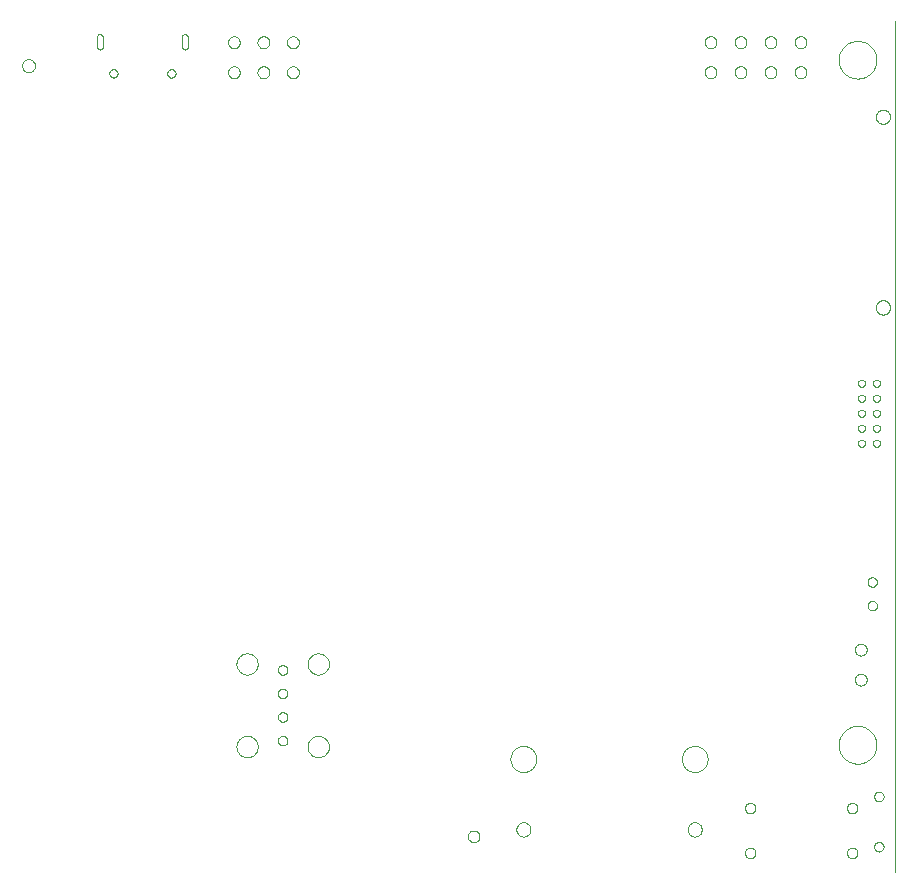
<source format=gbr>
%FSTAX23Y23*%
%MOIN*%
%SFA1B1*%

%IPPOS*%
%ADD251C,0.000500*%
%LNx98_carrier_v1r2_12082022_mechanical_52-1*%
%LPD*%
G54D251*
X00085Y02687D02*
D01*
X00084Y02688*
X00084Y0269*
X00084Y02691*
X00084Y02692*
X00083Y02694*
X00083Y02695*
X00082Y02697*
X00081Y02698*
X0008Y02699*
X00079Y027*
X00078Y02702*
X00077Y02703*
X00076Y02704*
X00075Y02704*
X00074Y02705*
X00072Y02706*
X00071Y02707*
X0007Y02707*
X00068Y02708*
X00067Y02708*
X00065Y02708*
X00064Y02708*
X00062*
X00061Y02708*
X00059Y02708*
X00058Y02708*
X00056Y02707*
X00055Y02707*
X00053Y02706*
X00052Y02705*
X00051Y02704*
X0005Y02704*
X00048Y02703*
X00047Y02702*
X00046Y027*
X00045Y02699*
X00045Y02698*
X00044Y02697*
X00043Y02695*
X00043Y02694*
X00042Y02692*
X00042Y02691*
X00041Y0269*
X00041Y02688*
X00041Y02687*
X00041Y02685*
X00041Y02683*
X00042Y02682*
X00042Y02681*
X00043Y02679*
X00043Y02678*
X00044Y02676*
X00045Y02675*
X00045Y02674*
X00046Y02673*
X00047Y02671*
X00048Y0267*
X0005Y02669*
X00051Y02669*
X00052Y02668*
X00053Y02667*
X00055Y02666*
X00056Y02666*
X00058Y02665*
X00059Y02665*
X00061Y02665*
X00062Y02665*
X00064*
X00065Y02665*
X00067Y02665*
X00068Y02665*
X0007Y02666*
X00071Y02666*
X00072Y02667*
X00074Y02668*
X00075Y02669*
X00076Y02669*
X00077Y0267*
X00078Y02671*
X00079Y02673*
X0008Y02674*
X00081Y02675*
X00082Y02676*
X00083Y02678*
X00083Y02679*
X00084Y02681*
X00084Y02682*
X00084Y02683*
X00084Y02685*
X00085Y02687*
D01*
X00084Y02688*
X00084Y0269*
X00084Y02691*
X00084Y02692*
X00083Y02694*
X00083Y02695*
X00082Y02697*
X00081Y02698*
X0008Y02699*
X00079Y027*
X00078Y02702*
X00077Y02703*
X00076Y02704*
X00075Y02704*
X00074Y02705*
X00072Y02706*
X00071Y02707*
X0007Y02707*
X00068Y02708*
X00067Y02708*
X00065Y02708*
X00064Y02708*
X00062*
X00061Y02708*
X00059Y02708*
X00058Y02708*
X00056Y02707*
X00055Y02707*
X00053Y02706*
X00052Y02705*
X00051Y02704*
X0005Y02704*
X00048Y02703*
X00047Y02702*
X00046Y027*
X00045Y02699*
X00045Y02698*
X00044Y02697*
X00043Y02695*
X00043Y02694*
X00042Y02692*
X00042Y02691*
X00041Y0269*
X00041Y02688*
X00041Y02687*
X00041Y02685*
X00041Y02683*
X00042Y02682*
X00042Y02681*
X00043Y02679*
X00043Y02678*
X00044Y02676*
X00045Y02675*
X00045Y02674*
X00046Y02673*
X00047Y02671*
X00048Y0267*
X0005Y02669*
X00051Y02669*
X00052Y02668*
X00053Y02667*
X00055Y02666*
X00056Y02666*
X00058Y02665*
X00059Y02665*
X00061Y02665*
X00062Y02665*
X00064*
X00065Y02665*
X00067Y02665*
X00068Y02665*
X0007Y02666*
X00071Y02666*
X00072Y02667*
X00074Y02668*
X00075Y02669*
X00076Y02669*
X00077Y0267*
X00078Y02671*
X00079Y02673*
X0008Y02674*
X00081Y02675*
X00082Y02676*
X00083Y02678*
X00083Y02679*
X00084Y02681*
X00084Y02682*
X00084Y02683*
X00084Y02685*
X00085Y02687*
X00291Y0275D02*
D01*
X00291Y0275*
X00291Y02749*
X00291Y02748*
X00291Y02748*
X00291Y02747*
X00292Y02746*
X00292Y02746*
X00292Y02745*
X00293Y02745*
X00293Y02744*
X00294Y02743*
X00294Y02743*
X00295Y02743*
X00295Y02742*
X00296Y02742*
X00296Y02741*
X00297Y02741*
X00298Y02741*
X00298Y02741*
X00299Y02741*
X003Y0274*
X003Y0274*
X00301*
X00302Y0274*
X00302Y02741*
X00303Y02741*
X00304Y02741*
X00304Y02741*
X00305Y02741*
X00306Y02742*
X00306Y02742*
X00307Y02743*
X00307Y02743*
X00308Y02743*
X00308Y02744*
X00309Y02745*
X00309Y02745*
X00309Y02746*
X0031Y02746*
X0031Y02747*
X0031Y02748*
X0031Y02748*
X0031Y02749*
X00311Y0275*
X00311Y0275*
X0036Y02661D02*
D01*
X0036Y02662*
X0036Y02663*
X00359Y02664*
X00359Y02665*
X00359Y02666*
X00359Y02667*
X00358Y02667*
X00358Y02668*
X00357Y02669*
X00357Y0267*
X00356Y0267*
X00355Y02671*
X00354Y02672*
X00354Y02672*
X00353Y02673*
X00352Y02673*
X00351Y02674*
X0035Y02674*
X00349Y02674*
X00348Y02674*
X00347Y02675*
X00346Y02675*
X00345*
X00345Y02675*
X00344Y02674*
X00343Y02674*
X00342Y02674*
X00341Y02674*
X0034Y02673*
X00339Y02673*
X00338Y02672*
X00337Y02672*
X00337Y02671*
X00336Y0267*
X00335Y0267*
X00335Y02669*
X00334Y02668*
X00334Y02667*
X00333Y02667*
X00333Y02666*
X00333Y02665*
X00332Y02664*
X00332Y02663*
X00332Y02662*
X00332Y02661*
X00332Y0266*
X00332Y02659*
X00332Y02658*
X00333Y02657*
X00333Y02656*
X00333Y02655*
X00334Y02654*
X00334Y02654*
X00335Y02653*
X00335Y02652*
X00336Y02651*
X00337Y02651*
X00337Y0265*
X00338Y02649*
X00339Y02649*
X0034Y02649*
X00341Y02648*
X00342Y02648*
X00343Y02648*
X00344Y02647*
X00345Y02647*
X00345Y02647*
X00346*
X00347Y02647*
X00348Y02647*
X00349Y02648*
X0035Y02648*
X00351Y02648*
X00352Y02649*
X00353Y02649*
X00354Y02649*
X00354Y0265*
X00355Y02651*
X00356Y02651*
X00357Y02652*
X00357Y02653*
X00358Y02654*
X00358Y02654*
X00359Y02655*
X00359Y02656*
X00359Y02657*
X00359Y02658*
X0036Y02659*
X0036Y0266*
X0036Y02661*
X00594Y02782D02*
D01*
X00594Y02782*
X00594Y02783*
X00594Y02784*
X00594Y02784*
X00593Y02785*
X00593Y02786*
X00593Y02786*
X00592Y02787*
X00592Y02788*
X00592Y02788*
X00591Y02789*
X00591Y02789*
X0059Y0279*
X0059Y0279*
X00589Y0279*
X00588Y02791*
X00588Y02791*
X00587Y02791*
X00587Y02791*
X00586Y02791*
X00585Y02792*
X00584Y02792*
X00584*
X00583Y02792*
X00582Y02791*
X00582Y02791*
X00581Y02791*
X0058Y02791*
X0058Y02791*
X00579Y0279*
X00579Y0279*
X00578Y0279*
X00578Y02789*
X00577Y02789*
X00577Y02788*
X00576Y02788*
X00576Y02787*
X00575Y02786*
X00575Y02786*
X00575Y02785*
X00575Y02784*
X00575Y02784*
X00574Y02783*
X00574Y02782*
X00574Y02782*
X02935Y01881D02*
D01*
X02934Y01882*
X02934Y01884*
X02934Y01886*
X02934Y01887*
X02933Y01889*
X02932Y0189*
X02932Y01892*
X02931Y01893*
X0293Y01895*
X02929Y01896*
X02928Y01897*
X02927Y01898*
X02925Y01899*
X02924Y019*
X02923Y01901*
X02921Y01902*
X0292Y01903*
X02918Y01903*
X02917Y01904*
X02915Y01904*
X02913Y01904*
X02912Y01904*
X0291*
X02908Y01904*
X02907Y01904*
X02905Y01904*
X02904Y01903*
X02902Y01903*
X02901Y01902*
X02899Y01901*
X02898Y019*
X02896Y01899*
X02895Y01898*
X02894Y01897*
X02893Y01896*
X02892Y01895*
X02891Y01893*
X0289Y01892*
X02889Y0189*
X02889Y01889*
X02888Y01887*
X02888Y01886*
X02888Y01884*
X02887Y01882*
X02887Y01881*
X02887Y01879*
X02888Y01878*
X02888Y01876*
X02888Y01874*
X02889Y01873*
X02889Y01871*
X0289Y0187*
X02891Y01868*
X02892Y01867*
X02893Y01866*
X02894Y01864*
X02895Y01863*
X02896Y01862*
X02898Y01861*
X02899Y0186*
X02901Y0186*
X02902Y01859*
X02904Y01858*
X02905Y01858*
X02907Y01858*
X02908Y01857*
X0291Y01857*
X02912*
X02913Y01857*
X02915Y01858*
X02917Y01858*
X02918Y01858*
X0292Y01859*
X02921Y0186*
X02923Y0186*
X02924Y01861*
X02925Y01862*
X02927Y01863*
X02928Y01864*
X02929Y01866*
X0293Y01867*
X02931Y01868*
X02932Y0187*
X02932Y01871*
X02933Y01873*
X02934Y01874*
X02934Y01876*
X02934Y01878*
X02934Y01879*
X02935Y01881*
Y02516D02*
D01*
X02934Y02518*
X02934Y0252*
X02934Y02521*
X02934Y02523*
X02933Y02524*
X02932Y02526*
X02932Y02527*
X02931Y02529*
X0293Y0253*
X02929Y02531*
X02928Y02533*
X02927Y02534*
X02925Y02535*
X02924Y02536*
X02923Y02537*
X02921Y02537*
X0292Y02538*
X02918Y02539*
X02917Y02539*
X02915Y02539*
X02913Y0254*
X02912Y0254*
X0291*
X02908Y0254*
X02907Y02539*
X02905Y02539*
X02904Y02539*
X02902Y02538*
X02901Y02537*
X02899Y02537*
X02898Y02536*
X02896Y02535*
X02895Y02534*
X02894Y02533*
X02893Y02531*
X02892Y0253*
X02891Y02529*
X0289Y02527*
X02889Y02526*
X02889Y02524*
X02888Y02523*
X02888Y02521*
X02888Y0252*
X02887Y02518*
X02887Y02516*
X02887Y02515*
X02888Y02513*
X02888Y02511*
X02888Y0251*
X02889Y02508*
X02889Y02507*
X0289Y02505*
X02891Y02504*
X02892Y02502*
X02893Y02501*
X02894Y025*
X02895Y02499*
X02896Y02498*
X02898Y02497*
X02899Y02496*
X02901Y02495*
X02902Y02494*
X02904Y02494*
X02905Y02493*
X02907Y02493*
X02908Y02493*
X0291Y02493*
X02912*
X02913Y02493*
X02915Y02493*
X02917Y02493*
X02918Y02494*
X0292Y02494*
X02921Y02495*
X02923Y02496*
X02924Y02497*
X02925Y02498*
X02927Y02499*
X02928Y025*
X02929Y02501*
X0293Y02502*
X02931Y02504*
X02932Y02505*
X02932Y02507*
X02933Y02508*
X02934Y0251*
X02934Y02511*
X02934Y02513*
X02934Y02515*
X02935Y02516*
X02913Y00083D02*
D01*
X02913Y00084*
X02913Y00085*
X02912Y00086*
X02912Y00088*
X02912Y00089*
X02911Y0009*
X02911Y00091*
X0291Y00092*
X0291Y00092*
X02909Y00093*
X02908Y00094*
X02908Y00095*
X02907Y00096*
X02906Y00096*
X02905Y00097*
X02904Y00097*
X02903Y00098*
X02902Y00098*
X02901Y00098*
X029Y00099*
X02899Y00099*
X02898Y00099*
X02897*
X02895Y00099*
X02894Y00099*
X02893Y00098*
X02892Y00098*
X02891Y00098*
X0289Y00097*
X02889Y00097*
X02888Y00096*
X02887Y00096*
X02887Y00095*
X02886Y00094*
X02885Y00093*
X02884Y00092*
X02884Y00092*
X02883Y00091*
X02883Y0009*
X02882Y00089*
X02882Y00088*
X02882Y00086*
X02881Y00085*
X02881Y00084*
X02881Y00083*
X02881Y00082*
X02881Y00081*
X02882Y0008*
X02882Y00079*
X02882Y00078*
X02883Y00077*
X02883Y00076*
X02884Y00075*
X02884Y00074*
X02885Y00073*
X02886Y00072*
X02887Y00071*
X02887Y00071*
X02888Y0007*
X02889Y0007*
X0289Y00069*
X02891Y00069*
X02892Y00068*
X02893Y00068*
X02894Y00068*
X02895Y00068*
X02897Y00067*
X02898*
X02899Y00068*
X029Y00068*
X02901Y00068*
X02902Y00068*
X02903Y00069*
X02904Y00069*
X02905Y0007*
X02906Y0007*
X02907Y00071*
X02908Y00071*
X02908Y00072*
X02909Y00073*
X0291Y00074*
X0291Y00075*
X02911Y00076*
X02911Y00077*
X02912Y00078*
X02912Y00079*
X02912Y0008*
X02913Y00081*
X02913Y00082*
X02913Y00083*
Y0025D02*
D01*
X02913Y00252*
X02913Y00253*
X02912Y00254*
X02912Y00255*
X02912Y00256*
X02911Y00257*
X02911Y00258*
X0291Y00259*
X0291Y0026*
X02909Y00261*
X02908Y00261*
X02908Y00262*
X02907Y00263*
X02906Y00264*
X02905Y00264*
X02904Y00265*
X02903Y00265*
X02902Y00265*
X02901Y00266*
X029Y00266*
X02899Y00266*
X02898Y00266*
X02897*
X02895Y00266*
X02894Y00266*
X02893Y00266*
X02892Y00265*
X02891Y00265*
X0289Y00265*
X02889Y00264*
X02888Y00264*
X02887Y00263*
X02887Y00262*
X02886Y00261*
X02885Y00261*
X02884Y0026*
X02884Y00259*
X02883Y00258*
X02883Y00257*
X02882Y00256*
X02882Y00255*
X02882Y00254*
X02881Y00253*
X02881Y00252*
X02881Y0025*
X02881Y00249*
X02881Y00248*
X02882Y00247*
X02882Y00246*
X02882Y00245*
X02883Y00244*
X02883Y00243*
X02884Y00242*
X02884Y00241*
X02885Y0024*
X02886Y0024*
X02887Y00239*
X02887Y00238*
X02888Y00237*
X02889Y00237*
X0289Y00236*
X02891Y00236*
X02892Y00236*
X02893Y00235*
X02894Y00235*
X02895Y00235*
X02897Y00235*
X02898*
X02899Y00235*
X029Y00235*
X02901Y00235*
X02902Y00236*
X02903Y00236*
X02904Y00236*
X02905Y00237*
X02906Y00237*
X02907Y00238*
X02908Y00239*
X02908Y0024*
X02909Y0024*
X0291Y00241*
X0291Y00242*
X02911Y00243*
X02911Y00244*
X02912Y00245*
X02912Y00246*
X02912Y00247*
X02913Y00248*
X02913Y00249*
X02913Y0025*
X02486Y00062D02*
D01*
X02486Y00064*
X02486Y00065*
X02486Y00066*
X02485Y00067*
X02485Y00069*
X02485Y0007*
X02484Y00071*
X02483Y00072*
X02483Y00073*
X02482Y00074*
X02481Y00075*
X0248Y00076*
X02479Y00076*
X02478Y00077*
X02477Y00078*
X02476Y00078*
X02475Y00079*
X02474Y00079*
X02473Y0008*
X02471Y0008*
X0247Y0008*
X02469Y0008*
X02468*
X02467Y0008*
X02465Y0008*
X02464Y0008*
X02463Y00079*
X02462Y00079*
X02461Y00078*
X0246Y00078*
X02458Y00077*
X02457Y00076*
X02457Y00076*
X02456Y00075*
X02455Y00074*
X02454Y00073*
X02453Y00072*
X02453Y00071*
X02452Y0007*
X02452Y00069*
X02451Y00067*
X02451Y00066*
X02451Y00065*
X02451Y00064*
X02451Y00062*
X02451Y00061*
X02451Y0006*
X02451Y00059*
X02451Y00058*
X02452Y00056*
X02452Y00055*
X02453Y00054*
X02453Y00053*
X02454Y00052*
X02455Y00051*
X02456Y0005*
X02457Y00049*
X02457Y00049*
X02458Y00048*
X0246Y00047*
X02461Y00047*
X02462Y00046*
X02463Y00046*
X02464Y00045*
X02465Y00045*
X02467Y00045*
X02468Y00045*
X02469*
X0247Y00045*
X02471Y00045*
X02473Y00045*
X02474Y00046*
X02475Y00046*
X02476Y00047*
X02477Y00047*
X02478Y00048*
X02479Y00049*
X0248Y00049*
X02481Y0005*
X02482Y00051*
X02483Y00052*
X02483Y00053*
X02484Y00054*
X02485Y00055*
X02485Y00056*
X02485Y00058*
X02486Y00059*
X02486Y0006*
X02486Y00061*
X02486Y00062*
Y00212D02*
D01*
X02486Y00213*
X02486Y00215*
X02486Y00216*
X02485Y00217*
X02485Y00218*
X02485Y00219*
X02484Y0022*
X02483Y00221*
X02483Y00223*
X02482Y00223*
X02481Y00224*
X0248Y00225*
X02479Y00226*
X02478Y00227*
X02477Y00227*
X02476Y00228*
X02475Y00229*
X02474Y00229*
X02473Y00229*
X02471Y0023*
X0247Y0023*
X02469Y0023*
X02468*
X02467Y0023*
X02465Y0023*
X02464Y00229*
X02463Y00229*
X02462Y00229*
X02461Y00228*
X0246Y00227*
X02458Y00227*
X02457Y00226*
X02457Y00225*
X02456Y00224*
X02455Y00223*
X02454Y00223*
X02453Y00221*
X02453Y0022*
X02452Y00219*
X02452Y00218*
X02451Y00217*
X02451Y00216*
X02451Y00215*
X02451Y00213*
X02451Y00212*
X02451Y00211*
X02451Y0021*
X02451Y00208*
X02451Y00207*
X02452Y00206*
X02452Y00205*
X02453Y00204*
X02453Y00203*
X02454Y00202*
X02455Y00201*
X02456Y002*
X02457Y00199*
X02457Y00198*
X02458Y00197*
X0246Y00197*
X02461Y00196*
X02462Y00196*
X02463Y00195*
X02464Y00195*
X02465Y00195*
X02467Y00194*
X02468Y00194*
X02469*
X0247Y00194*
X02471Y00195*
X02473Y00195*
X02474Y00195*
X02475Y00196*
X02476Y00196*
X02477Y00197*
X02478Y00197*
X02479Y00198*
X0248Y00199*
X02481Y002*
X02482Y00201*
X02483Y00202*
X02483Y00203*
X02484Y00204*
X02485Y00205*
X02485Y00206*
X02485Y00207*
X02486Y00208*
X02486Y0021*
X02486Y00211*
X02486Y00212*
X02826D02*
D01*
X02826Y00213*
X02826Y00215*
X02826Y00216*
X02826Y00217*
X02825Y00218*
X02825Y00219*
X02824Y0022*
X02824Y00221*
X02823Y00223*
X02822Y00223*
X02821Y00224*
X0282Y00225*
X02819Y00226*
X02818Y00227*
X02817Y00227*
X02816Y00228*
X02815Y00229*
X02814Y00229*
X02813Y00229*
X02812Y0023*
X0281Y0023*
X02809Y0023*
X02808*
X02807Y0023*
X02805Y0023*
X02804Y00229*
X02803Y00229*
X02802Y00229*
X02801Y00228*
X028Y00227*
X02799Y00227*
X02798Y00226*
X02797Y00225*
X02796Y00224*
X02795Y00223*
X02794Y00223*
X02794Y00221*
X02793Y0022*
X02792Y00219*
X02792Y00218*
X02792Y00217*
X02791Y00216*
X02791Y00215*
X02791Y00213*
X02791Y00212*
X02791Y00211*
X02791Y0021*
X02791Y00208*
X02792Y00207*
X02792Y00206*
X02792Y00205*
X02793Y00204*
X02794Y00203*
X02794Y00202*
X02795Y00201*
X02796Y002*
X02797Y00199*
X02798Y00198*
X02799Y00197*
X028Y00197*
X02801Y00196*
X02802Y00196*
X02803Y00195*
X02804Y00195*
X02805Y00195*
X02807Y00194*
X02808Y00194*
X02809*
X0281Y00194*
X02812Y00195*
X02813Y00195*
X02814Y00195*
X02815Y00196*
X02816Y00196*
X02817Y00197*
X02818Y00197*
X02819Y00198*
X0282Y00199*
X02821Y002*
X02822Y00201*
X02823Y00202*
X02824Y00203*
X02824Y00204*
X02825Y00205*
X02825Y00206*
X02826Y00207*
X02826Y00208*
X02826Y0021*
X02826Y00211*
X02826Y00212*
Y00062D02*
D01*
X02826Y00064*
X02826Y00065*
X02826Y00066*
X02826Y00067*
X02825Y00069*
X02825Y0007*
X02824Y00071*
X02824Y00072*
X02823Y00073*
X02822Y00074*
X02821Y00075*
X0282Y00076*
X02819Y00076*
X02818Y00077*
X02817Y00078*
X02816Y00078*
X02815Y00079*
X02814Y00079*
X02813Y0008*
X02812Y0008*
X0281Y0008*
X02809Y0008*
X02808*
X02807Y0008*
X02805Y0008*
X02804Y0008*
X02803Y00079*
X02802Y00079*
X02801Y00078*
X028Y00078*
X02799Y00077*
X02798Y00076*
X02797Y00076*
X02796Y00075*
X02795Y00074*
X02794Y00073*
X02794Y00072*
X02793Y00071*
X02792Y0007*
X02792Y00069*
X02792Y00067*
X02791Y00066*
X02791Y00065*
X02791Y00064*
X02791Y00062*
X02791Y00061*
X02791Y0006*
X02791Y00059*
X02792Y00058*
X02792Y00056*
X02792Y00055*
X02793Y00054*
X02794Y00053*
X02794Y00052*
X02795Y00051*
X02796Y0005*
X02797Y00049*
X02798Y00049*
X02799Y00048*
X028Y00047*
X02801Y00047*
X02802Y00046*
X02803Y00046*
X02804Y00045*
X02805Y00045*
X02807Y00045*
X02808Y00045*
X02809*
X0281Y00045*
X02812Y00045*
X02813Y00045*
X02814Y00046*
X02815Y00046*
X02816Y00047*
X02817Y00047*
X02818Y00048*
X02819Y00049*
X0282Y00049*
X02821Y0005*
X02822Y00051*
X02823Y00052*
X02824Y00053*
X02824Y00054*
X02825Y00055*
X02825Y00056*
X02826Y00058*
X02826Y00059*
X02826Y0006*
X02826Y00061*
X02826Y00062*
X01736Y00141D02*
D01*
X01736Y00142*
X01736Y00144*
X01736Y00146*
X01735Y00147*
X01735Y00149*
X01734Y0015*
X01733Y00152*
X01733Y00153*
X01732Y00155*
X01731Y00156*
X0173Y00157*
X01728Y00158*
X01727Y00159*
X01726Y0016*
X01724Y00161*
X01723Y00162*
X01721Y00163*
X0172Y00163*
X01718Y00164*
X01717Y00164*
X01715Y00164*
X01713Y00164*
X01712*
X0171Y00164*
X01708Y00164*
X01707Y00164*
X01705Y00163*
X01704Y00163*
X01702Y00162*
X01701Y00161*
X01699Y0016*
X01698Y00159*
X01697Y00158*
X01696Y00157*
X01694Y00156*
X01693Y00155*
X01693Y00153*
X01692Y00152*
X01691Y0015*
X0169Y00149*
X0169Y00147*
X01689Y00146*
X01689Y00144*
X01689Y00142*
X01689Y00141*
X01689Y00139*
X01689Y00138*
X01689Y00136*
X0169Y00134*
X0169Y00133*
X01691Y00131*
X01692Y0013*
X01693Y00128*
X01693Y00127*
X01694Y00126*
X01696Y00124*
X01697Y00123*
X01698Y00122*
X01699Y00121*
X01701Y0012*
X01702Y0012*
X01704Y00119*
X01705Y00118*
X01707Y00118*
X01708Y00118*
X0171Y00117*
X01712Y00117*
X01713*
X01715Y00117*
X01717Y00118*
X01718Y00118*
X0172Y00118*
X01721Y00119*
X01723Y0012*
X01724Y0012*
X01726Y00121*
X01727Y00122*
X01728Y00123*
X0173Y00124*
X01731Y00126*
X01732Y00127*
X01733Y00128*
X01733Y0013*
X01734Y00131*
X01735Y00133*
X01735Y00134*
X01736Y00136*
X01736Y00138*
X01736Y00139*
X01736Y00141*
X01756Y00375D02*
D01*
X01756Y00379*
X01755Y00382*
X01755Y00384*
X01754Y00387*
X01753Y0039*
X01752Y00393*
X01751Y00396*
X01749Y00398*
X01748Y00401*
X01746Y00403*
X01744Y00406*
X01742Y00408*
X01739Y0041*
X01737Y00411*
X01734Y00413*
X01732Y00414*
X01729Y00416*
X01726Y00417*
X01723Y00418*
X0172Y00418*
X01717Y00419*
X01714Y00419*
X01711*
X01708Y00419*
X01705Y00418*
X01702Y00418*
X01699Y00417*
X01696Y00416*
X01694Y00414*
X01691Y00413*
X01688Y00411*
X01686Y0041*
X01684Y00408*
X01681Y00406*
X01679Y00403*
X01678Y00401*
X01676Y00398*
X01674Y00396*
X01673Y00393*
X01672Y0039*
X01671Y00387*
X0167Y00384*
X0167Y00382*
X01669Y00379*
X01669Y00375*
X01669Y00372*
X0167Y00369*
X0167Y00366*
X01671Y00364*
X01672Y00361*
X01673Y00358*
X01674Y00355*
X01676Y00353*
X01678Y0035*
X01679Y00348*
X01681Y00345*
X01684Y00343*
X01686Y00341*
X01688Y0034*
X01691Y00338*
X01694Y00337*
X01696Y00335*
X01699Y00334*
X01702Y00333*
X01705Y00333*
X01708Y00332*
X01711Y00332*
X01714*
X01717Y00332*
X0172Y00333*
X01723Y00333*
X01726Y00334*
X01729Y00335*
X01732Y00337*
X01734Y00338*
X01737Y0034*
X01739Y00341*
X01742Y00343*
X01744Y00345*
X01746Y00348*
X01748Y0035*
X01749Y00353*
X01751Y00355*
X01752Y00358*
X01753Y00361*
X01754Y00364*
X01755Y00366*
X01755Y00369*
X01756Y00372*
X01756Y00375*
X00553Y02661D02*
D01*
X00553Y02662*
X00553Y02663*
X00552Y02664*
X00552Y02665*
X00552Y02666*
X00551Y02667*
X00551Y02667*
X00551Y02668*
X0055Y02669*
X00549Y0267*
X00549Y0267*
X00548Y02671*
X00547Y02672*
X00547Y02672*
X00546Y02673*
X00545Y02673*
X00544Y02674*
X00543Y02674*
X00542Y02674*
X00541Y02674*
X0054Y02675*
X00539Y02675*
X00538*
X00537Y02675*
X00536Y02674*
X00536Y02674*
X00535Y02674*
X00534Y02674*
X00533Y02673*
X00532Y02673*
X00531Y02672*
X0053Y02672*
X0053Y02671*
X00529Y0267*
X00528Y0267*
X00528Y02669*
X00527Y02668*
X00527Y02667*
X00526Y02667*
X00526Y02666*
X00526Y02665*
X00525Y02664*
X00525Y02663*
X00525Y02662*
X00525Y02661*
X00525Y0266*
X00525Y02659*
X00525Y02658*
X00526Y02657*
X00526Y02656*
X00526Y02655*
X00527Y02654*
X00527Y02654*
X00528Y02653*
X00528Y02652*
X00529Y02651*
X0053Y02651*
X0053Y0265*
X00531Y02649*
X00532Y02649*
X00533Y02649*
X00534Y02648*
X00535Y02648*
X00536Y02648*
X00536Y02647*
X00537Y02647*
X00538Y02647*
X00539*
X0054Y02647*
X00541Y02647*
X00542Y02648*
X00543Y02648*
X00544Y02648*
X00545Y02649*
X00546Y02649*
X00547Y02649*
X00547Y0265*
X00548Y02651*
X00549Y02651*
X00549Y02652*
X0055Y02653*
X00551Y02654*
X00551Y02654*
X00551Y02655*
X00552Y02656*
X00552Y02657*
X00552Y02658*
X00553Y02659*
X00553Y0266*
X00553Y02661*
X02307Y00141D02*
D01*
X02307Y00142*
X02307Y00144*
X02307Y00146*
X02306Y00147*
X02306Y00149*
X02305Y0015*
X02304Y00152*
X02303Y00153*
X02303Y00155*
X02302Y00156*
X023Y00157*
X02299Y00158*
X02298Y00159*
X02297Y0016*
X02295Y00161*
X02294Y00162*
X02292Y00163*
X02291Y00163*
X02289Y00164*
X02288Y00164*
X02286Y00164*
X02284Y00164*
X02283*
X02281Y00164*
X02279Y00164*
X02278Y00164*
X02276Y00163*
X02275Y00163*
X02273Y00162*
X02272Y00161*
X0227Y0016*
X02269Y00159*
X02268Y00158*
X02266Y00157*
X02265Y00156*
X02264Y00155*
X02263Y00153*
X02263Y00152*
X02262Y0015*
X02261Y00149*
X02261Y00147*
X0226Y00146*
X0226Y00144*
X0226Y00142*
X0226Y00141*
X0226Y00139*
X0226Y00138*
X0226Y00136*
X02261Y00134*
X02261Y00133*
X02262Y00131*
X02263Y0013*
X02263Y00128*
X02264Y00127*
X02265Y00126*
X02266Y00124*
X02268Y00123*
X02269Y00122*
X0227Y00121*
X02272Y0012*
X02273Y0012*
X02275Y00119*
X02276Y00118*
X02278Y00118*
X02279Y00118*
X02281Y00117*
X02283Y00117*
X02284*
X02286Y00117*
X02288Y00118*
X02289Y00118*
X02291Y00118*
X02292Y00119*
X02294Y0012*
X02295Y0012*
X02297Y00121*
X02298Y00122*
X02299Y00123*
X023Y00124*
X02302Y00126*
X02303Y00127*
X02303Y00128*
X02304Y0013*
X02305Y00131*
X02306Y00133*
X02306Y00134*
X02307Y00136*
X02307Y00138*
X02307Y00139*
X02307Y00141*
X01566Y00118D02*
D01*
X01566Y00119*
X01566Y0012*
X01566Y00122*
X01566Y00123*
X01565Y00124*
X01565Y00126*
X01564Y00127*
X01563Y00128*
X01563Y00129*
X01562Y0013*
X01561Y00131*
X0156Y00132*
X01559Y00133*
X01558Y00134*
X01557Y00135*
X01555Y00135*
X01554Y00136*
X01553Y00136*
X01552Y00137*
X0155Y00137*
X01549Y00137*
X01547Y00137*
X01546*
X01545Y00137*
X01543Y00137*
X01542Y00137*
X01541Y00136*
X01539Y00136*
X01538Y00135*
X01537Y00135*
X01536Y00134*
X01535Y00133*
X01534Y00132*
X01533Y00131*
X01532Y0013*
X01531Y00129*
X0153Y00128*
X01529Y00127*
X01529Y00126*
X01528Y00124*
X01528Y00123*
X01527Y00122*
X01527Y0012*
X01527Y00119*
X01527Y00118*
X01527Y00116*
X01527Y00115*
X01527Y00114*
X01528Y00112*
X01528Y00111*
X01529Y0011*
X01529Y00108*
X0153Y00107*
X01531Y00106*
X01532Y00105*
X01533Y00104*
X01534Y00103*
X01535Y00102*
X01536Y00101*
X01537Y00101*
X01538Y001*
X01539Y00099*
X01541Y00099*
X01542Y00099*
X01543Y00098*
X01545Y00098*
X01546Y00098*
X01547*
X01549Y00098*
X0155Y00098*
X01552Y00099*
X01553Y00099*
X01554Y00099*
X01555Y001*
X01557Y00101*
X01558Y00101*
X01559Y00102*
X0156Y00103*
X01561Y00104*
X01562Y00105*
X01563Y00106*
X01563Y00107*
X01564Y00108*
X01565Y0011*
X01565Y00111*
X01566Y00112*
X01566Y00114*
X01566Y00115*
X01566Y00116*
X01566Y00118*
X00827Y00692D02*
D01*
X00827Y00695*
X00827Y00697*
X00826Y007*
X00826Y00702*
X00825Y00705*
X00824Y00707*
X00823Y00709*
X00822Y00711*
X0082Y00713*
X00819Y00715*
X00817Y00717*
X00815Y00719*
X00814Y0072*
X00812Y00722*
X00809Y00723*
X00807Y00724*
X00805Y00725*
X00803Y00726*
X008Y00727*
X00798Y00727*
X00795Y00728*
X00793Y00728*
X00791*
X00788Y00728*
X00786Y00727*
X00783Y00727*
X00781Y00726*
X00778Y00725*
X00776Y00724*
X00774Y00723*
X00772Y00722*
X0077Y0072*
X00768Y00719*
X00766Y00717*
X00765Y00715*
X00763Y00713*
X00762Y00711*
X0076Y00709*
X00759Y00707*
X00758Y00705*
X00758Y00702*
X00757Y007*
X00757Y00697*
X00756Y00695*
X00756Y00692*
X00756Y0069*
X00757Y00687*
X00757Y00685*
X00758Y00683*
X00758Y0068*
X00759Y00678*
X0076Y00676*
X00762Y00674*
X00763Y00672*
X00765Y0067*
X00766Y00668*
X00768Y00666*
X0077Y00664*
X00772Y00663*
X00774Y00662*
X00776Y00661*
X00778Y0066*
X00781Y00659*
X00783Y00658*
X00786Y00658*
X00788Y00657*
X00791Y00657*
X00793*
X00795Y00657*
X00798Y00658*
X008Y00658*
X00803Y00659*
X00805Y0066*
X00807Y00661*
X00809Y00662*
X00812Y00663*
X00814Y00664*
X00815Y00666*
X00817Y00668*
X00819Y0067*
X0082Y00672*
X00822Y00674*
X00823Y00676*
X00824Y00678*
X00825Y0068*
X00826Y00683*
X00826Y00685*
X00827Y00687*
X00827Y0069*
X00827Y00692*
X01064D02*
D01*
X01064Y00695*
X01064Y00697*
X01063Y007*
X01063Y00702*
X01062Y00705*
X01061Y00707*
X0106Y00709*
X01059Y00711*
X01057Y00713*
X01056Y00715*
X01054Y00717*
X01052Y00719*
X0105Y0072*
X01048Y00722*
X01046Y00723*
X01044Y00724*
X01042Y00725*
X01039Y00726*
X01037Y00727*
X01035Y00727*
X01032Y00728*
X0103Y00728*
X01027*
X01025Y00728*
X01022Y00727*
X0102Y00727*
X01018Y00726*
X01015Y00725*
X01013Y00724*
X01011Y00723*
X01009Y00722*
X01007Y0072*
X01005Y00719*
X01003Y00717*
X01001Y00715*
X01Y00713*
X00998Y00711*
X00997Y00709*
X00996Y00707*
X00995Y00705*
X00994Y00702*
X00994Y007*
X00993Y00697*
X00993Y00695*
X00993Y00692*
X00993Y0069*
X00993Y00687*
X00994Y00685*
X00994Y00683*
X00995Y0068*
X00996Y00678*
X00997Y00676*
X00998Y00674*
X01Y00672*
X01001Y0067*
X01003Y00668*
X01005Y00666*
X01007Y00664*
X01009Y00663*
X01011Y00662*
X01013Y00661*
X01015Y0066*
X01018Y00659*
X0102Y00658*
X01022Y00658*
X01025Y00657*
X01027Y00657*
X0103*
X01032Y00657*
X01035Y00658*
X01037Y00658*
X01039Y00659*
X01042Y0066*
X01044Y00661*
X01046Y00662*
X01048Y00663*
X0105Y00664*
X01052Y00666*
X01054Y00668*
X01056Y0067*
X01057Y00672*
X01059Y00674*
X0106Y00676*
X01061Y00678*
X01062Y0068*
X01063Y00683*
X01063Y00685*
X01064Y00687*
X01064Y0069*
X01064Y00692*
X00926Y00673D02*
D01*
X00926Y00674*
X00926Y00675*
X00926Y00676*
X00925Y00677*
X00925Y00678*
X00925Y00679*
X00924Y0068*
X00923Y00681*
X00923Y00682*
X00922Y00683*
X00921Y00684*
X00921Y00684*
X0092Y00685*
X00919Y00686*
X00918Y00686*
X00917Y00687*
X00916Y00687*
X00915Y00688*
X00914Y00688*
X00913Y00688*
X00912Y00688*
X00911Y00688*
X0091*
X00908Y00688*
X00907Y00688*
X00906Y00688*
X00905Y00688*
X00904Y00687*
X00903Y00687*
X00902Y00686*
X00901Y00686*
X009Y00685*
X009Y00684*
X00899Y00684*
X00898Y00683*
X00897Y00682*
X00897Y00681*
X00896Y0068*
X00896Y00679*
X00895Y00678*
X00895Y00677*
X00895Y00676*
X00895Y00675*
X00894Y00674*
X00894Y00673*
X00894Y00672*
X00895Y00671*
X00895Y00669*
X00895Y00668*
X00895Y00667*
X00896Y00666*
X00896Y00665*
X00897Y00664*
X00897Y00663*
X00898Y00663*
X00899Y00662*
X009Y00661*
X009Y0066*
X00901Y0066*
X00902Y00659*
X00903Y00659*
X00904Y00658*
X00905Y00658*
X00906Y00657*
X00907Y00657*
X00908Y00657*
X0091Y00657*
X00911*
X00912Y00657*
X00913Y00657*
X00914Y00657*
X00915Y00658*
X00916Y00658*
X00917Y00659*
X00918Y00659*
X00919Y0066*
X0092Y0066*
X00921Y00661*
X00921Y00662*
X00922Y00663*
X00923Y00663*
X00923Y00664*
X00924Y00665*
X00925Y00666*
X00925Y00667*
X00925Y00668*
X00926Y00669*
X00926Y00671*
X00926Y00672*
X00926Y00673*
Y00515D02*
D01*
X00926Y00516*
X00926Y00517*
X00926Y00519*
X00925Y0052*
X00925Y00521*
X00925Y00522*
X00924Y00523*
X00923Y00524*
X00923Y00525*
X00922Y00525*
X00921Y00526*
X00921Y00527*
X0092Y00528*
X00919Y00528*
X00918Y00529*
X00917Y00529*
X00916Y0053*
X00915Y0053*
X00914Y00531*
X00913Y00531*
X00912Y00531*
X00911Y00531*
X0091*
X00908Y00531*
X00907Y00531*
X00906Y00531*
X00905Y0053*
X00904Y0053*
X00903Y00529*
X00902Y00529*
X00901Y00528*
X009Y00528*
X009Y00527*
X00899Y00526*
X00898Y00525*
X00897Y00525*
X00897Y00524*
X00896Y00523*
X00896Y00522*
X00895Y00521*
X00895Y0052*
X00895Y00519*
X00895Y00517*
X00894Y00516*
X00894Y00515*
X00894Y00514*
X00895Y00513*
X00895Y00512*
X00895Y00511*
X00895Y0051*
X00896Y00509*
X00896Y00508*
X00897Y00507*
X00897Y00506*
X00898Y00505*
X00899Y00504*
X009Y00504*
X009Y00503*
X00901Y00502*
X00902Y00502*
X00903Y00501*
X00904Y00501*
X00905Y005*
X00906Y005*
X00907Y005*
X00908Y005*
X0091Y005*
X00911*
X00912Y005*
X00913Y005*
X00914Y005*
X00915Y005*
X00916Y00501*
X00917Y00501*
X00918Y00502*
X00919Y00502*
X0092Y00503*
X00921Y00504*
X00921Y00504*
X00922Y00505*
X00923Y00506*
X00923Y00507*
X00924Y00508*
X00925Y00509*
X00925Y0051*
X00925Y00511*
X00926Y00512*
X00926Y00513*
X00926Y00514*
X00926Y00515*
X00574Y0275D02*
D01*
X00574Y0275*
X00574Y02749*
X00575Y02748*
X00575Y02748*
X00575Y02747*
X00575Y02746*
X00575Y02746*
X00576Y02745*
X00576Y02745*
X00577Y02744*
X00577Y02743*
X00578Y02743*
X00578Y02743*
X00579Y02742*
X00579Y02742*
X0058Y02741*
X0058Y02741*
X00581Y02741*
X00582Y02741*
X00582Y02741*
X00583Y0274*
X00584Y0274*
X00584*
X00585Y0274*
X00586Y02741*
X00587Y02741*
X00587Y02741*
X00588Y02741*
X00588Y02741*
X00589Y02742*
X0059Y02742*
X0059Y02743*
X00591Y02743*
X00591Y02743*
X00592Y02744*
X00592Y02745*
X00592Y02745*
X00593Y02746*
X00593Y02746*
X00593Y02747*
X00594Y02748*
X00594Y02748*
X00594Y02749*
X00594Y0275*
X00594Y0275*
X01064Y00417D02*
D01*
X01064Y00419*
X01064Y00422*
X01063Y00424*
X01063Y00427*
X01062Y00429*
X01061Y00431*
X0106Y00433*
X01059Y00436*
X01057Y00438*
X01056Y0044*
X01054Y00441*
X01052Y00443*
X0105Y00445*
X01048Y00446*
X01046Y00448*
X01044Y00449*
X01042Y0045*
X01039Y00451*
X01037Y00451*
X01035Y00452*
X01032Y00452*
X0103Y00452*
X01027*
X01025Y00452*
X01022Y00452*
X0102Y00451*
X01018Y00451*
X01015Y0045*
X01013Y00449*
X01011Y00448*
X01009Y00446*
X01007Y00445*
X01005Y00443*
X01003Y00441*
X01001Y0044*
X01Y00438*
X00998Y00436*
X00997Y00433*
X00996Y00431*
X00995Y00429*
X00994Y00427*
X00994Y00424*
X00993Y00422*
X00993Y00419*
X00993Y00417*
X00993Y00414*
X00993Y00412*
X00994Y00409*
X00994Y00407*
X00995Y00405*
X00996Y00402*
X00997Y004*
X00998Y00398*
X01Y00396*
X01001Y00394*
X01003Y00392*
X01005Y0039*
X01007Y00389*
X01009Y00387*
X01011Y00386*
X01013Y00385*
X01015Y00384*
X01018Y00383*
X0102Y00382*
X01022Y00382*
X01025Y00382*
X01027Y00381*
X0103*
X01032Y00382*
X01035Y00382*
X01037Y00382*
X01039Y00383*
X01042Y00384*
X01044Y00385*
X01046Y00386*
X01048Y00387*
X0105Y00389*
X01052Y0039*
X01054Y00392*
X01056Y00394*
X01057Y00396*
X01059Y00398*
X0106Y004*
X01061Y00402*
X01062Y00405*
X01063Y00407*
X01063Y00409*
X01064Y00412*
X01064Y00414*
X01064Y00417*
X00827D02*
D01*
X00827Y00419*
X00827Y00422*
X00826Y00424*
X00826Y00427*
X00825Y00429*
X00824Y00431*
X00823Y00433*
X00822Y00436*
X0082Y00438*
X00819Y0044*
X00817Y00441*
X00815Y00443*
X00814Y00445*
X00812Y00446*
X00809Y00448*
X00807Y00449*
X00805Y0045*
X00803Y00451*
X008Y00451*
X00798Y00452*
X00795Y00452*
X00793Y00452*
X00791*
X00788Y00452*
X00786Y00452*
X00783Y00451*
X00781Y00451*
X00778Y0045*
X00776Y00449*
X00774Y00448*
X00772Y00446*
X0077Y00445*
X00768Y00443*
X00766Y00441*
X00765Y0044*
X00763Y00438*
X00762Y00436*
X0076Y00433*
X00759Y00431*
X00758Y00429*
X00758Y00427*
X00757Y00424*
X00757Y00422*
X00756Y00419*
X00756Y00417*
X00756Y00414*
X00757Y00412*
X00757Y00409*
X00758Y00407*
X00758Y00405*
X00759Y00402*
X0076Y004*
X00762Y00398*
X00763Y00396*
X00765Y00394*
X00766Y00392*
X00768Y0039*
X0077Y00389*
X00772Y00387*
X00774Y00386*
X00776Y00385*
X00778Y00384*
X00781Y00383*
X00783Y00382*
X00786Y00382*
X00788Y00382*
X00791Y00381*
X00793*
X00795Y00382*
X00798Y00382*
X008Y00382*
X00803Y00383*
X00805Y00384*
X00807Y00385*
X00809Y00386*
X00812Y00387*
X00814Y00389*
X00815Y0039*
X00817Y00392*
X00819Y00394*
X0082Y00396*
X00822Y00398*
X00823Y004*
X00824Y00402*
X00825Y00405*
X00826Y00407*
X00826Y00409*
X00827Y00412*
X00827Y00414*
X00827Y00417*
X00926Y00437D02*
D01*
X00926Y00438*
X00926Y00439*
X00926Y0044*
X00925Y00441*
X00925Y00442*
X00925Y00443*
X00924Y00444*
X00923Y00445*
X00923Y00446*
X00922Y00447*
X00921Y00447*
X00921Y00448*
X0092Y00449*
X00919Y0045*
X00918Y0045*
X00917Y00451*
X00916Y00451*
X00915Y00451*
X00914Y00452*
X00913Y00452*
X00912Y00452*
X00911Y00452*
X0091*
X00908Y00452*
X00907Y00452*
X00906Y00452*
X00905Y00451*
X00904Y00451*
X00903Y00451*
X00902Y0045*
X00901Y0045*
X009Y00449*
X009Y00448*
X00899Y00447*
X00898Y00447*
X00897Y00446*
X00897Y00445*
X00896Y00444*
X00896Y00443*
X00895Y00442*
X00895Y00441*
X00895Y0044*
X00895Y00439*
X00894Y00438*
X00894Y00437*
X00894Y00435*
X00895Y00434*
X00895Y00433*
X00895Y00432*
X00895Y00431*
X00896Y0043*
X00896Y00429*
X00897Y00428*
X00897Y00427*
X00898Y00426*
X00899Y00426*
X009Y00425*
X009Y00424*
X00901Y00423*
X00902Y00423*
X00903Y00422*
X00904Y00422*
X00905Y00422*
X00906Y00421*
X00907Y00421*
X00908Y00421*
X0091Y00421*
X00911*
X00912Y00421*
X00913Y00421*
X00914Y00421*
X00915Y00422*
X00916Y00422*
X00917Y00422*
X00918Y00423*
X00919Y00423*
X0092Y00424*
X00921Y00425*
X00921Y00426*
X00922Y00426*
X00923Y00427*
X00923Y00428*
X00924Y00429*
X00925Y0043*
X00925Y00431*
X00925Y00432*
X00926Y00433*
X00926Y00434*
X00926Y00435*
X00926Y00437*
X00311Y02782D02*
D01*
X00311Y02782*
X0031Y02783*
X0031Y02784*
X0031Y02784*
X0031Y02785*
X0031Y02786*
X00309Y02786*
X00309Y02787*
X00309Y02788*
X00308Y02788*
X00308Y02789*
X00307Y02789*
X00307Y0279*
X00306Y0279*
X00306Y0279*
X00305Y02791*
X00304Y02791*
X00304Y02791*
X00303Y02791*
X00302Y02791*
X00302Y02792*
X00301Y02792*
X003*
X003Y02792*
X00299Y02791*
X00298Y02791*
X00298Y02791*
X00297Y02791*
X00296Y02791*
X00296Y0279*
X00295Y0279*
X00295Y0279*
X00294Y02789*
X00294Y02789*
X00293Y02788*
X00293Y02788*
X00292Y02787*
X00292Y02786*
X00292Y02786*
X00291Y02785*
X00291Y02784*
X00291Y02784*
X00291Y02783*
X00291Y02782*
X00291Y02782*
X02327Y00375D02*
D01*
X02327Y00379*
X02326Y00382*
X02326Y00384*
X02325Y00387*
X02324Y0039*
X02323Y00393*
X02322Y00396*
X0232Y00398*
X02318Y00401*
X02317Y00403*
X02315Y00406*
X02312Y00408*
X0231Y0041*
X02308Y00411*
X02305Y00413*
X02302Y00414*
X023Y00416*
X02297Y00417*
X02294Y00418*
X02291Y00418*
X02288Y00419*
X02285Y00419*
X02282*
X02279Y00419*
X02276Y00418*
X02273Y00418*
X0227Y00417*
X02267Y00416*
X02264Y00414*
X02262Y00413*
X02259Y00411*
X02257Y0041*
X02254Y00408*
X02252Y00406*
X0225Y00403*
X02248Y00401*
X02247Y00398*
X02245Y00396*
X02244Y00393*
X02243Y0039*
X02242Y00387*
X02241Y00384*
X02241Y00382*
X0224Y00379*
X0224Y00375*
X0224Y00372*
X02241Y00369*
X02241Y00366*
X02242Y00364*
X02243Y00361*
X02244Y00358*
X02245Y00355*
X02247Y00353*
X02248Y0035*
X0225Y00348*
X02252Y00345*
X02254Y00343*
X02257Y00341*
X02259Y0034*
X02262Y00338*
X02264Y00337*
X02267Y00335*
X0227Y00334*
X02273Y00333*
X02276Y00333*
X02279Y00332*
X02282Y00332*
X02285*
X02288Y00332*
X02291Y00333*
X02294Y00333*
X02297Y00334*
X023Y00335*
X02302Y00337*
X02305Y00338*
X02308Y0034*
X0231Y00341*
X02312Y00343*
X02315Y00345*
X02317Y00348*
X02318Y0035*
X0232Y00353*
X02322Y00355*
X02323Y00358*
X02324Y00361*
X02325Y00364*
X02326Y00366*
X02326Y00369*
X02327Y00372*
X02327Y00375*
X02656Y02664D02*
D01*
X02656Y02666*
X02656Y02667*
X02656Y02669*
X02655Y0267*
X02655Y02671*
X02654Y02672*
X02654Y02674*
X02653Y02675*
X02652Y02676*
X02652Y02677*
X02651Y02678*
X0265Y02679*
X02649Y0268*
X02648Y02681*
X02646Y02682*
X02645Y02682*
X02644Y02683*
X02643Y02683*
X02641Y02684*
X0264Y02684*
X02639Y02684*
X02637Y02684*
X02636*
X02634Y02684*
X02633Y02684*
X02632Y02684*
X0263Y02683*
X02629Y02683*
X02628Y02682*
X02627Y02682*
X02626Y02681*
X02624Y0268*
X02623Y02679*
X02622Y02678*
X02621Y02677*
X02621Y02676*
X0262Y02675*
X02619Y02674*
X02619Y02672*
X02618Y02671*
X02618Y0267*
X02617Y02669*
X02617Y02667*
X02617Y02666*
X02617Y02664*
X02617Y02663*
X02617Y02662*
X02617Y0266*
X02618Y02659*
X02618Y02658*
X02619Y02656*
X02619Y02655*
X0262Y02654*
X02621Y02653*
X02621Y02652*
X02622Y02651*
X02623Y0265*
X02624Y02649*
X02626Y02648*
X02627Y02647*
X02628Y02647*
X02629Y02646*
X0263Y02646*
X02632Y02645*
X02633Y02645*
X02634Y02645*
X02636Y02645*
X02637*
X02639Y02645*
X0264Y02645*
X02641Y02645*
X02643Y02646*
X02644Y02646*
X02645Y02647*
X02646Y02647*
X02648Y02648*
X02649Y02649*
X0265Y0265*
X02651Y02651*
X02652Y02652*
X02652Y02653*
X02653Y02654*
X02654Y02655*
X02654Y02656*
X02655Y02658*
X02655Y02659*
X02656Y0266*
X02656Y02662*
X02656Y02663*
X02656Y02664*
X02556Y02764D02*
D01*
X02556Y02766*
X02556Y02767*
X02556Y02769*
X02555Y0277*
X02555Y02771*
X02554Y02772*
X02554Y02774*
X02553Y02775*
X02552Y02776*
X02552Y02777*
X02551Y02778*
X0255Y02779*
X02549Y0278*
X02548Y02781*
X02546Y02782*
X02545Y02782*
X02544Y02783*
X02543Y02783*
X02541Y02784*
X0254Y02784*
X02539Y02784*
X02537Y02784*
X02536*
X02534Y02784*
X02533Y02784*
X02532Y02784*
X0253Y02783*
X02529Y02783*
X02528Y02782*
X02527Y02782*
X02526Y02781*
X02524Y0278*
X02523Y02779*
X02522Y02778*
X02521Y02777*
X02521Y02776*
X0252Y02775*
X02519Y02774*
X02519Y02772*
X02518Y02771*
X02518Y0277*
X02517Y02769*
X02517Y02767*
X02517Y02766*
X02517Y02764*
X02517Y02763*
X02517Y02762*
X02517Y0276*
X02518Y02759*
X02518Y02758*
X02519Y02756*
X02519Y02755*
X0252Y02754*
X02521Y02753*
X02521Y02752*
X02522Y02751*
X02523Y0275*
X02524Y02749*
X02526Y02748*
X02527Y02747*
X02528Y02747*
X02529Y02746*
X0253Y02746*
X02532Y02745*
X02533Y02745*
X02534Y02745*
X02536Y02745*
X02537*
X02539Y02745*
X0254Y02745*
X02541Y02745*
X02543Y02746*
X02544Y02746*
X02545Y02747*
X02546Y02747*
X02548Y02748*
X02549Y02749*
X0255Y0275*
X02551Y02751*
X02552Y02752*
X02552Y02753*
X02553Y02754*
X02554Y02755*
X02554Y02756*
X02555Y02758*
X02555Y02759*
X02556Y0276*
X02556Y02762*
X02556Y02763*
X02556Y02764*
X02656D02*
D01*
X02656Y02766*
X02656Y02767*
X02656Y02769*
X02655Y0277*
X02655Y02771*
X02654Y02772*
X02654Y02774*
X02653Y02775*
X02652Y02776*
X02652Y02777*
X02651Y02778*
X0265Y02779*
X02649Y0278*
X02648Y02781*
X02646Y02782*
X02645Y02782*
X02644Y02783*
X02643Y02783*
X02641Y02784*
X0264Y02784*
X02639Y02784*
X02637Y02784*
X02636*
X02634Y02784*
X02633Y02784*
X02632Y02784*
X0263Y02783*
X02629Y02783*
X02628Y02782*
X02627Y02782*
X02626Y02781*
X02624Y0278*
X02623Y02779*
X02622Y02778*
X02621Y02777*
X02621Y02776*
X0262Y02775*
X02619Y02774*
X02619Y02772*
X02618Y02771*
X02618Y0277*
X02617Y02769*
X02617Y02767*
X02617Y02766*
X02617Y02764*
X02617Y02763*
X02617Y02762*
X02617Y0276*
X02618Y02759*
X02618Y02758*
X02619Y02756*
X02619Y02755*
X0262Y02754*
X02621Y02753*
X02621Y02752*
X02622Y02751*
X02623Y0275*
X02624Y02749*
X02626Y02748*
X02627Y02747*
X02628Y02747*
X02629Y02746*
X0263Y02746*
X02632Y02745*
X02633Y02745*
X02634Y02745*
X02636Y02745*
X02637*
X02639Y02745*
X0264Y02745*
X02641Y02745*
X02643Y02746*
X02644Y02746*
X02645Y02747*
X02646Y02747*
X02648Y02748*
X02649Y02749*
X0265Y0275*
X02651Y02751*
X02652Y02752*
X02652Y02753*
X02653Y02754*
X02654Y02755*
X02654Y02756*
X02655Y02758*
X02655Y02759*
X02656Y0276*
X02656Y02762*
X02656Y02763*
X02656Y02764*
X02852Y01628D02*
D01*
X02852Y01629*
X02852Y0163*
X02851Y01631*
X02851Y01631*
X02851Y01632*
X02851Y01633*
X0285Y01634*
X0285Y01634*
X02849Y01635*
X02849Y01636*
X02848Y01636*
X02848Y01637*
X02847Y01637*
X02846Y01638*
X02846Y01638*
X02845Y01639*
X02844Y01639*
X02843Y01639*
X02843Y0164*
X02842Y0164*
X02841Y0164*
X0284Y0164*
X02839*
X02838Y0164*
X02838Y0164*
X02837Y0164*
X02836Y01639*
X02835Y01639*
X02834Y01639*
X02834Y01638*
X02833Y01638*
X02832Y01637*
X02832Y01637*
X02831Y01636*
X0283Y01636*
X0283Y01635*
X02829Y01634*
X02829Y01634*
X02829Y01633*
X02828Y01632*
X02828Y01631*
X02828Y01631*
X02828Y0163*
X02828Y01629*
X02828Y01628*
X02828Y01627*
X02828Y01626*
X02828Y01626*
X02828Y01625*
X02828Y01624*
X02829Y01623*
X02829Y01622*
X02829Y01622*
X0283Y01621*
X0283Y0162*
X02831Y0162*
X02832Y01619*
X02832Y01619*
X02833Y01618*
X02834Y01618*
X02834Y01617*
X02835Y01617*
X02836Y01617*
X02837Y01616*
X02838Y01616*
X02838Y01616*
X02839Y01616*
X0284*
X02841Y01616*
X02842Y01616*
X02843Y01616*
X02843Y01617*
X02844Y01617*
X02845Y01617*
X02846Y01618*
X02846Y01618*
X02847Y01619*
X02848Y01619*
X02848Y0162*
X02849Y0162*
X02849Y01621*
X0285Y01622*
X0285Y01622*
X02851Y01623*
X02851Y01624*
X02851Y01625*
X02851Y01626*
X02852Y01626*
X02852Y01627*
X02852Y01628*
X00926Y00594D02*
D01*
X00926Y00595*
X00926Y00596*
X00926Y00597*
X00925Y00598*
X00925Y00599*
X00925Y006*
X00924Y00601*
X00923Y00602*
X00923Y00603*
X00922Y00604*
X00921Y00605*
X00921Y00606*
X0092Y00606*
X00919Y00607*
X00918Y00608*
X00917Y00608*
X00916Y00609*
X00915Y00609*
X00914Y00609*
X00913Y00609*
X00912Y0061*
X00911Y0061*
X0091*
X00908Y0061*
X00907Y00609*
X00906Y00609*
X00905Y00609*
X00904Y00609*
X00903Y00608*
X00902Y00608*
X00901Y00607*
X009Y00606*
X009Y00606*
X00899Y00605*
X00898Y00604*
X00897Y00603*
X00897Y00602*
X00896Y00601*
X00896Y006*
X00895Y00599*
X00895Y00598*
X00895Y00597*
X00895Y00596*
X00894Y00595*
X00894Y00594*
X00894Y00593*
X00895Y00592*
X00895Y00591*
X00895Y0059*
X00895Y00589*
X00896Y00588*
X00896Y00587*
X00897Y00586*
X00897Y00585*
X00898Y00584*
X00899Y00583*
X009Y00582*
X009Y00582*
X00901Y00581*
X00902Y0058*
X00903Y0058*
X00904Y00579*
X00905Y00579*
X00906Y00579*
X00907Y00578*
X00908Y00578*
X0091Y00578*
X00911*
X00912Y00578*
X00913Y00578*
X00914Y00579*
X00915Y00579*
X00916Y00579*
X00917Y0058*
X00918Y0058*
X00919Y00581*
X0092Y00582*
X00921Y00582*
X00921Y00583*
X00922Y00584*
X00923Y00585*
X00923Y00586*
X00924Y00587*
X00925Y00588*
X00925Y00589*
X00925Y0059*
X00926Y00591*
X00926Y00592*
X00926Y00593*
X00926Y00594*
X02456Y02764D02*
D01*
X02456Y02766*
X02456Y02767*
X02456Y02769*
X02455Y0277*
X02455Y02771*
X02454Y02772*
X02454Y02774*
X02453Y02775*
X02452Y02776*
X02452Y02777*
X02451Y02778*
X0245Y02779*
X02449Y0278*
X02448Y02781*
X02446Y02782*
X02445Y02782*
X02444Y02783*
X02443Y02783*
X02441Y02784*
X0244Y02784*
X02439Y02784*
X02437Y02784*
X02436*
X02434Y02784*
X02433Y02784*
X02432Y02784*
X0243Y02783*
X02429Y02783*
X02428Y02782*
X02427Y02782*
X02426Y02781*
X02424Y0278*
X02423Y02779*
X02422Y02778*
X02421Y02777*
X02421Y02776*
X0242Y02775*
X02419Y02774*
X02419Y02772*
X02418Y02771*
X02418Y0277*
X02417Y02769*
X02417Y02767*
X02417Y02766*
X02417Y02764*
X02417Y02763*
X02417Y02762*
X02417Y0276*
X02418Y02759*
X02418Y02758*
X02419Y02756*
X02419Y02755*
X0242Y02754*
X02421Y02753*
X02421Y02752*
X02422Y02751*
X02423Y0275*
X02424Y02749*
X02426Y02748*
X02427Y02747*
X02428Y02747*
X02429Y02746*
X0243Y02746*
X02432Y02745*
X02433Y02745*
X02434Y02745*
X02436Y02745*
X02437*
X02439Y02745*
X0244Y02745*
X02441Y02745*
X02443Y02746*
X02444Y02746*
X02445Y02747*
X02446Y02747*
X02448Y02748*
X02449Y02749*
X0245Y0275*
X02451Y02751*
X02452Y02752*
X02452Y02753*
X02453Y02754*
X02454Y02755*
X02454Y02756*
X02455Y02758*
X02455Y02759*
X02456Y0276*
X02456Y02762*
X02456Y02763*
X02456Y02764*
X02902Y01528D02*
D01*
X02902Y01529*
X02902Y0153*
X02901Y01531*
X02901Y01531*
X02901Y01532*
X02901Y01533*
X029Y01534*
X029Y01534*
X02899Y01535*
X02899Y01536*
X02898Y01536*
X02898Y01537*
X02897Y01537*
X02896Y01538*
X02896Y01538*
X02895Y01539*
X02894Y01539*
X02893Y01539*
X02893Y0154*
X02892Y0154*
X02891Y0154*
X0289Y0154*
X02889*
X02888Y0154*
X02888Y0154*
X02887Y0154*
X02886Y01539*
X02885Y01539*
X02884Y01539*
X02884Y01538*
X02883Y01538*
X02882Y01537*
X02882Y01537*
X02881Y01536*
X0288Y01536*
X0288Y01535*
X02879Y01534*
X02879Y01534*
X02879Y01533*
X02878Y01532*
X02878Y01531*
X02878Y01531*
X02878Y0153*
X02878Y01529*
X02878Y01528*
X02878Y01527*
X02878Y01526*
X02878Y01526*
X02878Y01525*
X02878Y01524*
X02879Y01523*
X02879Y01522*
X02879Y01522*
X0288Y01521*
X0288Y0152*
X02881Y0152*
X02882Y01519*
X02882Y01519*
X02883Y01518*
X02884Y01518*
X02884Y01517*
X02885Y01517*
X02886Y01517*
X02887Y01516*
X02888Y01516*
X02888Y01516*
X02889Y01516*
X0289*
X02891Y01516*
X02892Y01516*
X02893Y01516*
X02893Y01517*
X02894Y01517*
X02895Y01517*
X02896Y01518*
X02896Y01518*
X02897Y01519*
X02898Y01519*
X02898Y0152*
X02899Y0152*
X02899Y01521*
X029Y01522*
X029Y01522*
X02901Y01523*
X02901Y01524*
X02901Y01525*
X02901Y01526*
X02902Y01526*
X02902Y01527*
X02902Y01528*
X02456Y02664D02*
D01*
X02456Y02666*
X02456Y02667*
X02456Y02669*
X02455Y0267*
X02455Y02671*
X02454Y02672*
X02454Y02674*
X02453Y02675*
X02452Y02676*
X02452Y02677*
X02451Y02678*
X0245Y02679*
X02449Y0268*
X02448Y02681*
X02446Y02682*
X02445Y02682*
X02444Y02683*
X02443Y02683*
X02441Y02684*
X0244Y02684*
X02439Y02684*
X02437Y02684*
X02436*
X02434Y02684*
X02433Y02684*
X02432Y02684*
X0243Y02683*
X02429Y02683*
X02428Y02682*
X02427Y02682*
X02426Y02681*
X02424Y0268*
X02423Y02679*
X02422Y02678*
X02421Y02677*
X02421Y02676*
X0242Y02675*
X02419Y02674*
X02419Y02672*
X02418Y02671*
X02418Y0267*
X02417Y02669*
X02417Y02667*
X02417Y02666*
X02417Y02664*
X02417Y02663*
X02417Y02662*
X02417Y0266*
X02418Y02659*
X02418Y02658*
X02419Y02656*
X02419Y02655*
X0242Y02654*
X02421Y02653*
X02421Y02652*
X02422Y02651*
X02423Y0265*
X02424Y02649*
X02426Y02648*
X02427Y02647*
X02428Y02647*
X02429Y02646*
X0243Y02646*
X02432Y02645*
X02433Y02645*
X02434Y02645*
X02436Y02645*
X02437*
X02439Y02645*
X0244Y02645*
X02441Y02645*
X02443Y02646*
X02444Y02646*
X02445Y02647*
X02446Y02647*
X02448Y02648*
X02449Y02649*
X0245Y0265*
X02451Y02651*
X02452Y02652*
X02452Y02653*
X02453Y02654*
X02454Y02655*
X02454Y02656*
X02455Y02658*
X02455Y02659*
X02456Y0266*
X02456Y02662*
X02456Y02663*
X02456Y02664*
X02356Y02764D02*
D01*
X02356Y02766*
X02356Y02767*
X02356Y02769*
X02355Y0277*
X02355Y02771*
X02354Y02772*
X02354Y02774*
X02353Y02775*
X02352Y02776*
X02352Y02777*
X02351Y02778*
X0235Y02779*
X02349Y0278*
X02348Y02781*
X02346Y02782*
X02345Y02782*
X02344Y02783*
X02343Y02783*
X02341Y02784*
X0234Y02784*
X02339Y02784*
X02337Y02784*
X02336*
X02334Y02784*
X02333Y02784*
X02332Y02784*
X0233Y02783*
X02329Y02783*
X02328Y02782*
X02327Y02782*
X02326Y02781*
X02324Y0278*
X02323Y02779*
X02322Y02778*
X02321Y02777*
X02321Y02776*
X0232Y02775*
X02319Y02774*
X02319Y02772*
X02318Y02771*
X02318Y0277*
X02317Y02769*
X02317Y02767*
X02317Y02766*
X02317Y02764*
X02317Y02763*
X02317Y02762*
X02317Y0276*
X02318Y02759*
X02318Y02758*
X02319Y02756*
X02319Y02755*
X0232Y02754*
X02321Y02753*
X02321Y02752*
X02322Y02751*
X02323Y0275*
X02324Y02749*
X02326Y02748*
X02327Y02747*
X02328Y02747*
X02329Y02746*
X0233Y02746*
X02332Y02745*
X02333Y02745*
X02334Y02745*
X02336Y02745*
X02337*
X02339Y02745*
X0234Y02745*
X02341Y02745*
X02343Y02746*
X02344Y02746*
X02345Y02747*
X02346Y02747*
X02348Y02748*
X02349Y02749*
X0235Y0275*
X02351Y02751*
X02352Y02752*
X02352Y02753*
X02353Y02754*
X02354Y02755*
X02354Y02756*
X02355Y02758*
X02355Y02759*
X02356Y0276*
X02356Y02762*
X02356Y02763*
X02356Y02764*
Y02664D02*
D01*
X02356Y02666*
X02356Y02667*
X02356Y02669*
X02355Y0267*
X02355Y02671*
X02354Y02672*
X02354Y02674*
X02353Y02675*
X02352Y02676*
X02352Y02677*
X02351Y02678*
X0235Y02679*
X02349Y0268*
X02348Y02681*
X02346Y02682*
X02345Y02682*
X02344Y02683*
X02343Y02683*
X02341Y02684*
X0234Y02684*
X02339Y02684*
X02337Y02684*
X02336*
X02334Y02684*
X02333Y02684*
X02332Y02684*
X0233Y02683*
X02329Y02683*
X02328Y02682*
X02327Y02682*
X02326Y02681*
X02324Y0268*
X02323Y02679*
X02322Y02678*
X02321Y02677*
X02321Y02676*
X0232Y02675*
X02319Y02674*
X02319Y02672*
X02318Y02671*
X02318Y0267*
X02317Y02669*
X02317Y02667*
X02317Y02666*
X02317Y02664*
X02317Y02663*
X02317Y02662*
X02317Y0266*
X02318Y02659*
X02318Y02658*
X02319Y02656*
X02319Y02655*
X0232Y02654*
X02321Y02653*
X02321Y02652*
X02322Y02651*
X02323Y0265*
X02324Y02649*
X02326Y02648*
X02327Y02647*
X02328Y02647*
X02329Y02646*
X0233Y02646*
X02332Y02645*
X02333Y02645*
X02334Y02645*
X02336Y02645*
X02337*
X02339Y02645*
X0234Y02645*
X02341Y02645*
X02343Y02646*
X02344Y02646*
X02345Y02647*
X02346Y02647*
X02348Y02648*
X02349Y02649*
X0235Y0265*
X02351Y02651*
X02352Y02652*
X02352Y02653*
X02353Y02654*
X02354Y02655*
X02354Y02656*
X02355Y02658*
X02355Y02659*
X02356Y0266*
X02356Y02662*
X02356Y02663*
X02356Y02664*
X02902Y01628D02*
D01*
X02902Y01629*
X02902Y0163*
X02901Y01631*
X02901Y01631*
X02901Y01632*
X02901Y01633*
X029Y01634*
X029Y01634*
X02899Y01635*
X02899Y01636*
X02898Y01636*
X02898Y01637*
X02897Y01637*
X02896Y01638*
X02896Y01638*
X02895Y01639*
X02894Y01639*
X02893Y01639*
X02893Y0164*
X02892Y0164*
X02891Y0164*
X0289Y0164*
X02889*
X02888Y0164*
X02888Y0164*
X02887Y0164*
X02886Y01639*
X02885Y01639*
X02884Y01639*
X02884Y01638*
X02883Y01638*
X02882Y01637*
X02882Y01637*
X02881Y01636*
X0288Y01636*
X0288Y01635*
X02879Y01634*
X02879Y01634*
X02879Y01633*
X02878Y01632*
X02878Y01631*
X02878Y01631*
X02878Y0163*
X02878Y01629*
X02878Y01628*
X02878Y01627*
X02878Y01626*
X02878Y01626*
X02878Y01625*
X02878Y01624*
X02879Y01623*
X02879Y01622*
X02879Y01622*
X0288Y01621*
X0288Y0162*
X02881Y0162*
X02882Y01619*
X02882Y01619*
X02883Y01618*
X02884Y01618*
X02884Y01617*
X02885Y01617*
X02886Y01617*
X02887Y01616*
X02888Y01616*
X02888Y01616*
X02889Y01616*
X0289*
X02891Y01616*
X02892Y01616*
X02893Y01616*
X02893Y01617*
X02894Y01617*
X02895Y01617*
X02896Y01618*
X02896Y01618*
X02897Y01619*
X02898Y01619*
X02898Y0162*
X02899Y0162*
X02899Y01621*
X029Y01622*
X029Y01622*
X02901Y01623*
X02901Y01624*
X02901Y01625*
X02901Y01626*
X02902Y01626*
X02902Y01627*
X02902Y01628*
X00964Y02664D02*
D01*
X00964Y02666*
X00964Y02667*
X00964Y02669*
X00963Y0267*
X00963Y02671*
X00962Y02672*
X00962Y02674*
X00961Y02675*
X0096Y02676*
X00959Y02677*
X00959Y02678*
X00958Y02679*
X00957Y0268*
X00955Y02681*
X00954Y02682*
X00953Y02682*
X00952Y02683*
X0095Y02683*
X00949Y02684*
X00948Y02684*
X00946Y02684*
X00945Y02684*
X00944*
X00942Y02684*
X00941Y02684*
X0094Y02684*
X00938Y02683*
X00937Y02683*
X00936Y02682*
X00935Y02682*
X00933Y02681*
X00932Y0268*
X00931Y02679*
X0093Y02678*
X00929Y02677*
X00928Y02676*
X00928Y02675*
X00927Y02674*
X00926Y02672*
X00926Y02671*
X00925Y0267*
X00925Y02669*
X00925Y02667*
X00925Y02666*
X00925Y02664*
X00925Y02663*
X00925Y02662*
X00925Y0266*
X00925Y02659*
X00926Y02658*
X00926Y02656*
X00927Y02655*
X00928Y02654*
X00928Y02653*
X00929Y02652*
X0093Y02651*
X00931Y0265*
X00932Y02649*
X00933Y02648*
X00935Y02647*
X00936Y02647*
X00937Y02646*
X00938Y02646*
X0094Y02645*
X00941Y02645*
X00942Y02645*
X00944Y02645*
X00945*
X00946Y02645*
X00948Y02645*
X00949Y02645*
X0095Y02646*
X00952Y02646*
X00953Y02647*
X00954Y02647*
X00955Y02648*
X00957Y02649*
X00958Y0265*
X00959Y02651*
X00959Y02652*
X0096Y02653*
X00961Y02654*
X00962Y02655*
X00962Y02656*
X00963Y02658*
X00963Y02659*
X00964Y0266*
X00964Y02662*
X00964Y02663*
X00964Y02664*
X00767D02*
D01*
X00767Y02666*
X00767Y02667*
X00767Y02669*
X00766Y0267*
X00766Y02671*
X00766Y02672*
X00765Y02674*
X00764Y02675*
X00763Y02676*
X00763Y02677*
X00762Y02678*
X00761Y02679*
X0076Y0268*
X00759Y02681*
X00757Y02682*
X00756Y02682*
X00755Y02683*
X00754Y02683*
X00752Y02684*
X00751Y02684*
X0075Y02684*
X00748Y02684*
X00747*
X00746Y02684*
X00744Y02684*
X00743Y02684*
X00741Y02683*
X0074Y02683*
X00739Y02682*
X00738Y02682*
X00737Y02681*
X00735Y0268*
X00734Y02679*
X00733Y02678*
X00732Y02677*
X00732Y02676*
X00731Y02675*
X0073Y02674*
X0073Y02672*
X00729Y02671*
X00729Y0267*
X00728Y02669*
X00728Y02667*
X00728Y02666*
X00728Y02664*
X00728Y02663*
X00728Y02662*
X00728Y0266*
X00729Y02659*
X00729Y02658*
X0073Y02656*
X0073Y02655*
X00731Y02654*
X00732Y02653*
X00732Y02652*
X00733Y02651*
X00734Y0265*
X00735Y02649*
X00737Y02648*
X00738Y02647*
X00739Y02647*
X0074Y02646*
X00741Y02646*
X00743Y02645*
X00744Y02645*
X00746Y02645*
X00747Y02645*
X00748*
X0075Y02645*
X00751Y02645*
X00752Y02645*
X00754Y02646*
X00755Y02646*
X00756Y02647*
X00757Y02647*
X00759Y02648*
X0076Y02649*
X00761Y0265*
X00762Y02651*
X00763Y02652*
X00763Y02653*
X00764Y02654*
X00765Y02655*
X00766Y02656*
X00766Y02658*
X00766Y02659*
X00767Y0266*
X00767Y02662*
X00767Y02663*
X00767Y02664*
X00866Y02764D02*
D01*
X00866Y02766*
X00865Y02767*
X00865Y02769*
X00865Y0277*
X00864Y02771*
X00864Y02772*
X00863Y02774*
X00863Y02775*
X00862Y02776*
X00861Y02777*
X0086Y02778*
X00859Y02779*
X00858Y0278*
X00857Y02781*
X00856Y02782*
X00855Y02782*
X00853Y02783*
X00852Y02783*
X00851Y02784*
X00849Y02784*
X00848Y02784*
X00847Y02784*
X00845*
X00844Y02784*
X00843Y02784*
X00841Y02784*
X0084Y02783*
X00839Y02783*
X00837Y02782*
X00836Y02782*
X00835Y02781*
X00834Y0278*
X00833Y02779*
X00832Y02778*
X00831Y02777*
X0083Y02776*
X00829Y02775*
X00829Y02774*
X00828Y02772*
X00827Y02771*
X00827Y0277*
X00827Y02769*
X00826Y02767*
X00826Y02766*
X00826Y02764*
X00826Y02763*
X00826Y02762*
X00827Y0276*
X00827Y02759*
X00827Y02758*
X00828Y02756*
X00829Y02755*
X00829Y02754*
X0083Y02753*
X00831Y02752*
X00832Y02751*
X00833Y0275*
X00834Y02749*
X00835Y02748*
X00836Y02747*
X00837Y02747*
X00839Y02746*
X0084Y02746*
X00841Y02745*
X00843Y02745*
X00844Y02745*
X00845Y02745*
X00847*
X00848Y02745*
X00849Y02745*
X00851Y02745*
X00852Y02746*
X00853Y02746*
X00855Y02747*
X00856Y02747*
X00857Y02748*
X00858Y02749*
X00859Y0275*
X0086Y02751*
X00861Y02752*
X00862Y02753*
X00863Y02754*
X00863Y02755*
X00864Y02756*
X00864Y02758*
X00865Y02759*
X00865Y0276*
X00865Y02762*
X00866Y02763*
X00866Y02764*
Y02664D02*
D01*
X00866Y02666*
X00865Y02667*
X00865Y02669*
X00865Y0267*
X00864Y02671*
X00864Y02672*
X00863Y02674*
X00863Y02675*
X00862Y02676*
X00861Y02677*
X0086Y02678*
X00859Y02679*
X00858Y0268*
X00857Y02681*
X00856Y02682*
X00855Y02682*
X00853Y02683*
X00852Y02683*
X00851Y02684*
X00849Y02684*
X00848Y02684*
X00847Y02684*
X00845*
X00844Y02684*
X00843Y02684*
X00841Y02684*
X0084Y02683*
X00839Y02683*
X00837Y02682*
X00836Y02682*
X00835Y02681*
X00834Y0268*
X00833Y02679*
X00832Y02678*
X00831Y02677*
X0083Y02676*
X00829Y02675*
X00829Y02674*
X00828Y02672*
X00827Y02671*
X00827Y0267*
X00827Y02669*
X00826Y02667*
X00826Y02666*
X00826Y02664*
X00826Y02663*
X00826Y02662*
X00827Y0266*
X00827Y02659*
X00827Y02658*
X00828Y02656*
X00829Y02655*
X00829Y02654*
X0083Y02653*
X00831Y02652*
X00832Y02651*
X00833Y0265*
X00834Y02649*
X00835Y02648*
X00836Y02647*
X00837Y02647*
X00839Y02646*
X0084Y02646*
X00841Y02645*
X00843Y02645*
X00844Y02645*
X00845Y02645*
X00847*
X00848Y02645*
X00849Y02645*
X00851Y02645*
X00852Y02646*
X00853Y02646*
X00855Y02647*
X00856Y02647*
X00857Y02648*
X00858Y02649*
X00859Y0265*
X0086Y02651*
X00861Y02652*
X00862Y02653*
X00863Y02654*
X00863Y02655*
X00864Y02656*
X00864Y02658*
X00865Y02659*
X00865Y0266*
X00865Y02662*
X00866Y02663*
X00866Y02664*
X00964Y02764D02*
D01*
X00964Y02766*
X00964Y02767*
X00964Y02769*
X00963Y0277*
X00963Y02771*
X00962Y02772*
X00962Y02774*
X00961Y02775*
X0096Y02776*
X00959Y02777*
X00959Y02778*
X00958Y02779*
X00957Y0278*
X00955Y02781*
X00954Y02782*
X00953Y02782*
X00952Y02783*
X0095Y02783*
X00949Y02784*
X00948Y02784*
X00946Y02784*
X00945Y02784*
X00944*
X00942Y02784*
X00941Y02784*
X0094Y02784*
X00938Y02783*
X00937Y02783*
X00936Y02782*
X00935Y02782*
X00933Y02781*
X00932Y0278*
X00931Y02779*
X0093Y02778*
X00929Y02777*
X00928Y02776*
X00928Y02775*
X00927Y02774*
X00926Y02772*
X00926Y02771*
X00925Y0277*
X00925Y02769*
X00925Y02767*
X00925Y02766*
X00925Y02764*
X00925Y02763*
X00925Y02762*
X00925Y0276*
X00925Y02759*
X00926Y02758*
X00926Y02756*
X00927Y02755*
X00928Y02754*
X00928Y02753*
X00929Y02752*
X0093Y02751*
X00931Y0275*
X00932Y02749*
X00933Y02748*
X00935Y02747*
X00936Y02747*
X00937Y02746*
X00938Y02746*
X0094Y02745*
X00941Y02745*
X00942Y02745*
X00944Y02745*
X00945*
X00946Y02745*
X00948Y02745*
X00949Y02745*
X0095Y02746*
X00952Y02746*
X00953Y02747*
X00954Y02747*
X00955Y02748*
X00957Y02749*
X00958Y0275*
X00959Y02751*
X00959Y02752*
X0096Y02753*
X00961Y02754*
X00962Y02755*
X00962Y02756*
X00963Y02758*
X00963Y02759*
X00964Y0276*
X00964Y02762*
X00964Y02763*
X00964Y02764*
X02852Y01578D02*
D01*
X02852Y01579*
X02852Y0158*
X02851Y01581*
X02851Y01581*
X02851Y01582*
X02851Y01583*
X0285Y01584*
X0285Y01584*
X02849Y01585*
X02849Y01586*
X02848Y01586*
X02848Y01587*
X02847Y01587*
X02846Y01588*
X02846Y01588*
X02845Y01589*
X02844Y01589*
X02843Y01589*
X02843Y0159*
X02842Y0159*
X02841Y0159*
X0284Y0159*
X02839*
X02838Y0159*
X02838Y0159*
X02837Y0159*
X02836Y01589*
X02835Y01589*
X02834Y01589*
X02834Y01588*
X02833Y01588*
X02832Y01587*
X02832Y01587*
X02831Y01586*
X0283Y01586*
X0283Y01585*
X02829Y01584*
X02829Y01584*
X02829Y01583*
X02828Y01582*
X02828Y01581*
X02828Y01581*
X02828Y0158*
X02828Y01579*
X02828Y01578*
X02828Y01577*
X02828Y01576*
X02828Y01576*
X02828Y01575*
X02828Y01574*
X02829Y01573*
X02829Y01572*
X02829Y01572*
X0283Y01571*
X0283Y0157*
X02831Y0157*
X02832Y01569*
X02832Y01569*
X02833Y01568*
X02834Y01568*
X02834Y01567*
X02835Y01567*
X02836Y01567*
X02837Y01566*
X02838Y01566*
X02838Y01566*
X02839Y01566*
X0284*
X02841Y01566*
X02842Y01566*
X02843Y01566*
X02843Y01567*
X02844Y01567*
X02845Y01567*
X02846Y01568*
X02846Y01568*
X02847Y01569*
X02848Y01569*
X02848Y0157*
X02849Y0157*
X02849Y01571*
X0285Y01572*
X0285Y01572*
X02851Y01573*
X02851Y01574*
X02851Y01575*
X02851Y01576*
X02852Y01576*
X02852Y01577*
X02852Y01578*
X02902D02*
D01*
X02902Y01579*
X02902Y0158*
X02901Y01581*
X02901Y01581*
X02901Y01582*
X02901Y01583*
X029Y01584*
X029Y01584*
X02899Y01585*
X02899Y01586*
X02898Y01586*
X02898Y01587*
X02897Y01587*
X02896Y01588*
X02896Y01588*
X02895Y01589*
X02894Y01589*
X02893Y01589*
X02893Y0159*
X02892Y0159*
X02891Y0159*
X0289Y0159*
X02889*
X02888Y0159*
X02888Y0159*
X02887Y0159*
X02886Y01589*
X02885Y01589*
X02884Y01589*
X02884Y01588*
X02883Y01588*
X02882Y01587*
X02882Y01587*
X02881Y01586*
X0288Y01586*
X0288Y01585*
X02879Y01584*
X02879Y01584*
X02879Y01583*
X02878Y01582*
X02878Y01581*
X02878Y01581*
X02878Y0158*
X02878Y01579*
X02878Y01578*
X02878Y01577*
X02878Y01576*
X02878Y01576*
X02878Y01575*
X02878Y01574*
X02879Y01573*
X02879Y01572*
X02879Y01572*
X0288Y01571*
X0288Y0157*
X02881Y0157*
X02882Y01569*
X02882Y01569*
X02883Y01568*
X02884Y01568*
X02884Y01567*
X02885Y01567*
X02886Y01567*
X02887Y01566*
X02888Y01566*
X02888Y01566*
X02889Y01566*
X0289*
X02891Y01566*
X02892Y01566*
X02893Y01566*
X02893Y01567*
X02894Y01567*
X02895Y01567*
X02896Y01568*
X02896Y01568*
X02897Y01569*
X02898Y01569*
X02898Y0157*
X02899Y0157*
X02899Y01571*
X029Y01572*
X029Y01572*
X02901Y01573*
X02901Y01574*
X02901Y01575*
X02901Y01576*
X02902Y01576*
X02902Y01577*
X02902Y01578*
X02852Y01428D02*
D01*
X02852Y01429*
X02852Y0143*
X02851Y01431*
X02851Y01431*
X02851Y01432*
X02851Y01433*
X0285Y01434*
X0285Y01434*
X02849Y01435*
X02849Y01436*
X02848Y01436*
X02848Y01437*
X02847Y01437*
X02846Y01438*
X02846Y01438*
X02845Y01439*
X02844Y01439*
X02843Y01439*
X02843Y0144*
X02842Y0144*
X02841Y0144*
X0284Y0144*
X02839*
X02838Y0144*
X02838Y0144*
X02837Y0144*
X02836Y01439*
X02835Y01439*
X02834Y01439*
X02834Y01438*
X02833Y01438*
X02832Y01437*
X02832Y01437*
X02831Y01436*
X0283Y01436*
X0283Y01435*
X02829Y01434*
X02829Y01434*
X02829Y01433*
X02828Y01432*
X02828Y01431*
X02828Y01431*
X02828Y0143*
X02828Y01429*
X02828Y01428*
X02828Y01427*
X02828Y01426*
X02828Y01426*
X02828Y01425*
X02828Y01424*
X02829Y01423*
X02829Y01422*
X02829Y01422*
X0283Y01421*
X0283Y0142*
X02831Y0142*
X02832Y01419*
X02832Y01419*
X02833Y01418*
X02834Y01418*
X02834Y01417*
X02835Y01417*
X02836Y01417*
X02837Y01416*
X02838Y01416*
X02838Y01416*
X02839Y01416*
X0284*
X02841Y01416*
X02842Y01416*
X02843Y01416*
X02843Y01417*
X02844Y01417*
X02845Y01417*
X02846Y01418*
X02846Y01418*
X02847Y01419*
X02848Y01419*
X02848Y0142*
X02849Y0142*
X02849Y01421*
X0285Y01422*
X0285Y01422*
X02851Y01423*
X02851Y01424*
X02851Y01425*
X02851Y01426*
X02852Y01426*
X02852Y01427*
X02852Y01428*
X02891Y00887D02*
D01*
X02891Y00888*
X02891Y00889*
X02891Y0089*
X02891Y00891*
X0289Y00892*
X0289Y00893*
X02889Y00894*
X02889Y00895*
X02888Y00896*
X02888Y00897*
X02887Y00897*
X02886Y00898*
X02885Y00899*
X02884Y009*
X02883Y009*
X02882Y00901*
X02881Y00901*
X0288Y00901*
X02879Y00902*
X02878Y00902*
X02877Y00902*
X02876Y00902*
X02875*
X02874Y00902*
X02873Y00902*
X02872Y00902*
X02871Y00901*
X0287Y00901*
X02869Y00901*
X02868Y009*
X02867Y009*
X02866Y00899*
X02865Y00898*
X02864Y00897*
X02863Y00897*
X02863Y00896*
X02862Y00895*
X02862Y00894*
X02861Y00893*
X02861Y00892*
X0286Y00891*
X0286Y0089*
X0286Y00889*
X0286Y00888*
X0286Y00887*
X0286Y00885*
X0286Y00884*
X0286Y00883*
X0286Y00882*
X02861Y00881*
X02861Y0088*
X02862Y00879*
X02862Y00878*
X02863Y00877*
X02863Y00876*
X02864Y00876*
X02865Y00875*
X02866Y00874*
X02867Y00873*
X02868Y00873*
X02869Y00872*
X0287Y00872*
X02871Y00872*
X02872Y00871*
X02873Y00871*
X02874Y00871*
X02875Y00871*
X02876*
X02877Y00871*
X02878Y00871*
X02879Y00871*
X0288Y00872*
X02881Y00872*
X02882Y00872*
X02883Y00873*
X02884Y00873*
X02885Y00874*
X02886Y00875*
X02887Y00876*
X02888Y00876*
X02888Y00877*
X02889Y00878*
X02889Y00879*
X0289Y0088*
X0289Y00881*
X02891Y00882*
X02891Y00883*
X02891Y00884*
X02891Y00885*
X02891Y00887*
Y00965D02*
D01*
X02891Y00966*
X02891Y00967*
X02891Y00969*
X02891Y0097*
X0289Y00971*
X0289Y00972*
X02889Y00973*
X02889Y00974*
X02888Y00975*
X02888Y00975*
X02887Y00976*
X02886Y00977*
X02885Y00978*
X02884Y00978*
X02883Y00979*
X02882Y00979*
X02881Y0098*
X0288Y0098*
X02879Y00981*
X02878Y00981*
X02877Y00981*
X02876Y00981*
X02875*
X02874Y00981*
X02873Y00981*
X02872Y00981*
X02871Y0098*
X0287Y0098*
X02869Y00979*
X02868Y00979*
X02867Y00978*
X02866Y00978*
X02865Y00977*
X02864Y00976*
X02863Y00975*
X02863Y00975*
X02862Y00974*
X02862Y00973*
X02861Y00972*
X02861Y00971*
X0286Y0097*
X0286Y00969*
X0286Y00967*
X0286Y00966*
X0286Y00965*
X0286Y00964*
X0286Y00963*
X0286Y00962*
X0286Y00961*
X02861Y0096*
X02861Y00959*
X02862Y00958*
X02862Y00957*
X02863Y00956*
X02863Y00955*
X02864Y00954*
X02865Y00954*
X02866Y00953*
X02867Y00952*
X02868Y00952*
X02869Y00951*
X0287Y00951*
X02871Y0095*
X02872Y0095*
X02873Y0095*
X02874Y0095*
X02875Y0095*
X02876*
X02877Y0095*
X02878Y0095*
X02879Y0095*
X0288Y0095*
X02881Y00951*
X02882Y00951*
X02883Y00952*
X02884Y00952*
X02885Y00953*
X02886Y00954*
X02887Y00954*
X02888Y00955*
X02888Y00956*
X02889Y00957*
X02889Y00958*
X0289Y00959*
X0289Y0096*
X02891Y00961*
X02891Y00962*
X02891Y00963*
X02891Y00964*
X02891Y00965*
X02857Y0074D02*
D01*
X02857Y00741*
X02857Y00743*
X02857Y00744*
X02856Y00745*
X02856Y00747*
X02855Y00748*
X02855Y00749*
X02854Y0075*
X02853Y00752*
X02852Y00753*
X02852Y00754*
X02851Y00755*
X0285Y00756*
X02848Y00756*
X02847Y00757*
X02846Y00758*
X02845Y00758*
X02843Y00759*
X02842Y00759*
X02841Y00759*
X02839Y0076*
X02838Y0076*
X02837*
X02835Y0076*
X02834Y00759*
X02833Y00759*
X02831Y00759*
X0283Y00758*
X02829Y00758*
X02828Y00757*
X02826Y00756*
X02825Y00756*
X02824Y00755*
X02823Y00754*
X02822Y00753*
X02821Y00752*
X02821Y0075*
X0282Y00749*
X02819Y00748*
X02819Y00747*
X02818Y00745*
X02818Y00744*
X02818Y00743*
X02818Y00741*
X02818Y0074*
X02818Y00739*
X02818Y00737*
X02818Y00736*
X02818Y00735*
X02819Y00733*
X02819Y00732*
X0282Y00731*
X02821Y0073*
X02821Y00728*
X02822Y00727*
X02823Y00726*
X02824Y00725*
X02825Y00725*
X02826Y00724*
X02828Y00723*
X02829Y00722*
X0283Y00722*
X02831Y00721*
X02833Y00721*
X02834Y00721*
X02835Y0072*
X02837Y0072*
X02838*
X02839Y0072*
X02841Y00721*
X02842Y00721*
X02843Y00721*
X02845Y00722*
X02846Y00722*
X02847Y00723*
X02848Y00724*
X0285Y00725*
X02851Y00725*
X02852Y00726*
X02852Y00727*
X02853Y00728*
X02854Y0073*
X02855Y00731*
X02855Y00732*
X02856Y00733*
X02856Y00735*
X02857Y00736*
X02857Y00737*
X02857Y00739*
X02857Y0074*
X02556Y02664D02*
D01*
X02556Y02666*
X02556Y02667*
X02556Y02669*
X02555Y0267*
X02555Y02671*
X02554Y02672*
X02554Y02674*
X02553Y02675*
X02552Y02676*
X02552Y02677*
X02551Y02678*
X0255Y02679*
X02549Y0268*
X02548Y02681*
X02546Y02682*
X02545Y02682*
X02544Y02683*
X02543Y02683*
X02541Y02684*
X0254Y02684*
X02539Y02684*
X02537Y02684*
X02536*
X02534Y02684*
X02533Y02684*
X02532Y02684*
X0253Y02683*
X02529Y02683*
X02528Y02682*
X02527Y02682*
X02526Y02681*
X02524Y0268*
X02523Y02679*
X02522Y02678*
X02521Y02677*
X02521Y02676*
X0252Y02675*
X02519Y02674*
X02519Y02672*
X02518Y02671*
X02518Y0267*
X02517Y02669*
X02517Y02667*
X02517Y02666*
X02517Y02664*
X02517Y02663*
X02517Y02662*
X02517Y0266*
X02518Y02659*
X02518Y02658*
X02519Y02656*
X02519Y02655*
X0252Y02654*
X02521Y02653*
X02521Y02652*
X02522Y02651*
X02523Y0265*
X02524Y02649*
X02526Y02648*
X02527Y02647*
X02528Y02647*
X02529Y02646*
X0253Y02646*
X02532Y02645*
X02533Y02645*
X02534Y02645*
X02536Y02645*
X02537*
X02539Y02645*
X0254Y02645*
X02541Y02645*
X02543Y02646*
X02544Y02646*
X02545Y02647*
X02546Y02647*
X02548Y02648*
X02549Y02649*
X0255Y0265*
X02551Y02651*
X02552Y02652*
X02552Y02653*
X02553Y02654*
X02554Y02655*
X02554Y02656*
X02555Y02658*
X02555Y02659*
X02556Y0266*
X02556Y02662*
X02556Y02663*
X02556Y02664*
X02902Y01478D02*
D01*
X02902Y01479*
X02902Y0148*
X02901Y01481*
X02901Y01481*
X02901Y01482*
X02901Y01483*
X029Y01484*
X029Y01484*
X02899Y01485*
X02899Y01486*
X02898Y01486*
X02898Y01487*
X02897Y01487*
X02896Y01488*
X02896Y01488*
X02895Y01489*
X02894Y01489*
X02893Y01489*
X02893Y0149*
X02892Y0149*
X02891Y0149*
X0289Y0149*
X02889*
X02888Y0149*
X02888Y0149*
X02887Y0149*
X02886Y01489*
X02885Y01489*
X02884Y01489*
X02884Y01488*
X02883Y01488*
X02882Y01487*
X02882Y01487*
X02881Y01486*
X0288Y01486*
X0288Y01485*
X02879Y01484*
X02879Y01484*
X02879Y01483*
X02878Y01482*
X02878Y01481*
X02878Y01481*
X02878Y0148*
X02878Y01479*
X02878Y01478*
X02878Y01477*
X02878Y01476*
X02878Y01476*
X02878Y01475*
X02878Y01474*
X02879Y01473*
X02879Y01472*
X02879Y01472*
X0288Y01471*
X0288Y0147*
X02881Y0147*
X02882Y01469*
X02882Y01469*
X02883Y01468*
X02884Y01468*
X02884Y01467*
X02885Y01467*
X02886Y01467*
X02887Y01466*
X02888Y01466*
X02888Y01466*
X02889Y01466*
X0289*
X02891Y01466*
X02892Y01466*
X02893Y01466*
X02893Y01467*
X02894Y01467*
X02895Y01467*
X02896Y01468*
X02896Y01468*
X02897Y01469*
X02898Y01469*
X02898Y0147*
X02899Y0147*
X02899Y01471*
X029Y01472*
X029Y01472*
X02901Y01473*
X02901Y01474*
X02901Y01475*
X02901Y01476*
X02902Y01476*
X02902Y01477*
X02902Y01478*
X02852D02*
D01*
X02852Y01479*
X02852Y0148*
X02851Y01481*
X02851Y01481*
X02851Y01482*
X02851Y01483*
X0285Y01484*
X0285Y01484*
X02849Y01485*
X02849Y01486*
X02848Y01486*
X02848Y01487*
X02847Y01487*
X02846Y01488*
X02846Y01488*
X02845Y01489*
X02844Y01489*
X02843Y01489*
X02843Y0149*
X02842Y0149*
X02841Y0149*
X0284Y0149*
X02839*
X02838Y0149*
X02838Y0149*
X02837Y0149*
X02836Y01489*
X02835Y01489*
X02834Y01489*
X02834Y01488*
X02833Y01488*
X02832Y01487*
X02832Y01487*
X02831Y01486*
X0283Y01486*
X0283Y01485*
X02829Y01484*
X02829Y01484*
X02829Y01483*
X02828Y01482*
X02828Y01481*
X02828Y01481*
X02828Y0148*
X02828Y01479*
X02828Y01478*
X02828Y01477*
X02828Y01476*
X02828Y01476*
X02828Y01475*
X02828Y01474*
X02829Y01473*
X02829Y01472*
X02829Y01472*
X0283Y01471*
X0283Y0147*
X02831Y0147*
X02832Y01469*
X02832Y01469*
X02833Y01468*
X02834Y01468*
X02834Y01467*
X02835Y01467*
X02836Y01467*
X02837Y01466*
X02838Y01466*
X02838Y01466*
X02839Y01466*
X0284*
X02841Y01466*
X02842Y01466*
X02843Y01466*
X02843Y01467*
X02844Y01467*
X02845Y01467*
X02846Y01468*
X02846Y01468*
X02847Y01469*
X02848Y01469*
X02848Y0147*
X02849Y0147*
X02849Y01471*
X0285Y01472*
X0285Y01472*
X02851Y01473*
X02851Y01474*
X02851Y01475*
X02851Y01476*
X02852Y01476*
X02852Y01477*
X02852Y01478*
X02902Y01428D02*
D01*
X02902Y01429*
X02902Y0143*
X02901Y01431*
X02901Y01431*
X02901Y01432*
X02901Y01433*
X029Y01434*
X029Y01434*
X02899Y01435*
X02899Y01436*
X02898Y01436*
X02898Y01437*
X02897Y01437*
X02896Y01438*
X02896Y01438*
X02895Y01439*
X02894Y01439*
X02893Y01439*
X02893Y0144*
X02892Y0144*
X02891Y0144*
X0289Y0144*
X02889*
X02888Y0144*
X02888Y0144*
X02887Y0144*
X02886Y01439*
X02885Y01439*
X02884Y01439*
X02884Y01438*
X02883Y01438*
X02882Y01437*
X02882Y01437*
X02881Y01436*
X0288Y01436*
X0288Y01435*
X02879Y01434*
X02879Y01434*
X02879Y01433*
X02878Y01432*
X02878Y01431*
X02878Y01431*
X02878Y0143*
X02878Y01429*
X02878Y01428*
X02878Y01427*
X02878Y01426*
X02878Y01426*
X02878Y01425*
X02878Y01424*
X02879Y01423*
X02879Y01422*
X02879Y01422*
X0288Y01421*
X0288Y0142*
X02881Y0142*
X02882Y01419*
X02882Y01419*
X02883Y01418*
X02884Y01418*
X02884Y01417*
X02885Y01417*
X02886Y01417*
X02887Y01416*
X02888Y01416*
X02888Y01416*
X02889Y01416*
X0289*
X02891Y01416*
X02892Y01416*
X02893Y01416*
X02893Y01417*
X02894Y01417*
X02895Y01417*
X02896Y01418*
X02896Y01418*
X02897Y01419*
X02898Y01419*
X02898Y0142*
X02899Y0142*
X02899Y01421*
X029Y01422*
X029Y01422*
X02901Y01423*
X02901Y01424*
X02901Y01425*
X02901Y01426*
X02902Y01426*
X02902Y01427*
X02902Y01428*
X02857Y0064D02*
D01*
X02857Y00641*
X02857Y00643*
X02857Y00644*
X02856Y00645*
X02856Y00647*
X02855Y00648*
X02855Y00649*
X02854Y0065*
X02853Y00652*
X02852Y00653*
X02852Y00654*
X02851Y00655*
X0285Y00656*
X02848Y00656*
X02847Y00657*
X02846Y00658*
X02845Y00658*
X02843Y00659*
X02842Y00659*
X02841Y00659*
X02839Y0066*
X02838Y0066*
X02837*
X02835Y0066*
X02834Y00659*
X02833Y00659*
X02831Y00659*
X0283Y00658*
X02829Y00658*
X02828Y00657*
X02826Y00656*
X02825Y00656*
X02824Y00655*
X02823Y00654*
X02822Y00653*
X02821Y00652*
X02821Y0065*
X0282Y00649*
X02819Y00648*
X02819Y00647*
X02818Y00645*
X02818Y00644*
X02818Y00643*
X02818Y00641*
X02818Y0064*
X02818Y00639*
X02818Y00637*
X02818Y00636*
X02818Y00635*
X02819Y00633*
X02819Y00632*
X0282Y00631*
X02821Y0063*
X02821Y00628*
X02822Y00627*
X02823Y00626*
X02824Y00625*
X02825Y00625*
X02826Y00624*
X02828Y00623*
X02829Y00622*
X0283Y00622*
X02831Y00621*
X02833Y00621*
X02834Y00621*
X02835Y0062*
X02837Y0062*
X02838*
X02839Y0062*
X02841Y00621*
X02842Y00621*
X02843Y00621*
X02845Y00622*
X02846Y00622*
X02847Y00623*
X02848Y00624*
X0285Y00625*
X02851Y00625*
X02852Y00626*
X02852Y00627*
X02853Y00628*
X02854Y0063*
X02855Y00631*
X02855Y00632*
X02856Y00633*
X02856Y00635*
X02857Y00636*
X02857Y00637*
X02857Y00639*
X02857Y0064*
X00767Y02764D02*
D01*
X00767Y02766*
X00767Y02767*
X00767Y02769*
X00766Y0277*
X00766Y02771*
X00766Y02772*
X00765Y02774*
X00764Y02775*
X00763Y02776*
X00763Y02777*
X00762Y02778*
X00761Y02779*
X0076Y0278*
X00759Y02781*
X00757Y02782*
X00756Y02782*
X00755Y02783*
X00754Y02783*
X00752Y02784*
X00751Y02784*
X0075Y02784*
X00748Y02784*
X00747*
X00746Y02784*
X00744Y02784*
X00743Y02784*
X00741Y02783*
X0074Y02783*
X00739Y02782*
X00738Y02782*
X00737Y02781*
X00735Y0278*
X00734Y02779*
X00733Y02778*
X00732Y02777*
X00732Y02776*
X00731Y02775*
X0073Y02774*
X0073Y02772*
X00729Y02771*
X00729Y0277*
X00728Y02769*
X00728Y02767*
X00728Y02766*
X00728Y02764*
X00728Y02763*
X00728Y02762*
X00728Y0276*
X00729Y02759*
X00729Y02758*
X0073Y02756*
X0073Y02755*
X00731Y02754*
X00732Y02753*
X00732Y02752*
X00733Y02751*
X00734Y0275*
X00735Y02749*
X00737Y02748*
X00738Y02747*
X00739Y02747*
X0074Y02746*
X00741Y02746*
X00743Y02745*
X00744Y02745*
X00746Y02745*
X00747Y02745*
X00748*
X0075Y02745*
X00751Y02745*
X00752Y02745*
X00754Y02746*
X00755Y02746*
X00756Y02747*
X00757Y02747*
X00759Y02748*
X0076Y02749*
X00761Y0275*
X00762Y02751*
X00763Y02752*
X00763Y02753*
X00764Y02754*
X00765Y02755*
X00766Y02756*
X00766Y02758*
X00766Y02759*
X00767Y0276*
X00767Y02762*
X00767Y02763*
X00767Y02764*
X02852Y01528D02*
D01*
X02852Y01529*
X02852Y0153*
X02851Y01531*
X02851Y01531*
X02851Y01532*
X02851Y01533*
X0285Y01534*
X0285Y01534*
X02849Y01535*
X02849Y01536*
X02848Y01536*
X02848Y01537*
X02847Y01537*
X02846Y01538*
X02846Y01538*
X02845Y01539*
X02844Y01539*
X02843Y01539*
X02843Y0154*
X02842Y0154*
X02841Y0154*
X0284Y0154*
X02839*
X02838Y0154*
X02838Y0154*
X02837Y0154*
X02836Y01539*
X02835Y01539*
X02834Y01539*
X02834Y01538*
X02833Y01538*
X02832Y01537*
X02832Y01537*
X02831Y01536*
X0283Y01536*
X0283Y01535*
X02829Y01534*
X02829Y01534*
X02829Y01533*
X02828Y01532*
X02828Y01531*
X02828Y01531*
X02828Y0153*
X02828Y01529*
X02828Y01528*
X02828Y01527*
X02828Y01526*
X02828Y01526*
X02828Y01525*
X02828Y01524*
X02829Y01523*
X02829Y01522*
X02829Y01522*
X0283Y01521*
X0283Y0152*
X02831Y0152*
X02832Y01519*
X02832Y01519*
X02833Y01518*
X02834Y01518*
X02834Y01517*
X02835Y01517*
X02836Y01517*
X02837Y01516*
X02838Y01516*
X02838Y01516*
X02839Y01516*
X0284*
X02841Y01516*
X02842Y01516*
X02843Y01516*
X02843Y01517*
X02844Y01517*
X02845Y01517*
X02846Y01518*
X02846Y01518*
X02847Y01519*
X02848Y01519*
X02848Y0152*
X02849Y0152*
X02849Y01521*
X0285Y01522*
X0285Y01522*
X02851Y01523*
X02851Y01524*
X02851Y01525*
X02851Y01526*
X02852Y01526*
X02852Y01527*
X02852Y01528*
X02889Y00423D02*
D01*
X02889Y00427*
X02889Y00431*
X02888Y00436*
X02887Y0044*
X02885Y00444*
X02884Y00448*
X02882Y00452*
X0288Y00456*
X02877Y0046*
X02875Y00463*
X02872Y00466*
X02868Y0047*
X02865Y00472*
X02861Y00475*
X02858Y00477*
X02854Y00479*
X0285Y00481*
X02846Y00483*
X02842Y00484*
X02837Y00485*
X02833Y00485*
X02828Y00486*
X02824*
X0282Y00485*
X02815Y00485*
X02811Y00484*
X02807Y00483*
X02803Y00481*
X02799Y00479*
X02795Y00477*
X02791Y00475*
X02787Y00472*
X02784Y0047*
X02781Y00466*
X02778Y00463*
X02775Y0046*
X02773Y00456*
X02771Y00452*
X02769Y00448*
X02767Y00444*
X02766Y0044*
X02765Y00436*
X02764Y00431*
X02763Y00427*
X02763Y00423*
X02763Y00418*
X02764Y00414*
X02765Y0041*
X02766Y00405*
X02767Y00401*
X02769Y00397*
X02771Y00393*
X02773Y00389*
X02775Y00386*
X02778Y00382*
X02781Y00379*
X02784Y00376*
X02787Y00373*
X02791Y00371*
X02795Y00368*
X02799Y00366*
X02803Y00364*
X02807Y00363*
X02811Y00362*
X02815Y00361*
X0282Y0036*
X02824Y0036*
X02828*
X02833Y0036*
X02837Y00361*
X02842Y00362*
X02846Y00363*
X0285Y00364*
X02854Y00366*
X02858Y00368*
X02861Y00371*
X02865Y00373*
X02868Y00376*
X02872Y00379*
X02875Y00382*
X02877Y00386*
X0288Y00389*
X02882Y00393*
X02884Y00397*
X02885Y00401*
X02887Y00405*
X02888Y0041*
X02889Y00414*
X02889Y00418*
X02889Y00423*
Y02706D02*
D01*
X02889Y02711*
X02889Y02715*
X02888Y02719*
X02887Y02724*
X02885Y02728*
X02884Y02732*
X02882Y02736*
X0288Y0274*
X02877Y02743*
X02875Y02747*
X02872Y0275*
X02868Y02753*
X02865Y02756*
X02861Y02758*
X02858Y02761*
X02854Y02763*
X0285Y02765*
X02846Y02766*
X02842Y02767*
X02837Y02768*
X02833Y02769*
X02828Y02769*
X02824*
X0282Y02769*
X02815Y02768*
X02811Y02767*
X02807Y02766*
X02803Y02765*
X02799Y02763*
X02795Y02761*
X02791Y02758*
X02787Y02756*
X02784Y02753*
X02781Y0275*
X02778Y02747*
X02775Y02743*
X02773Y0274*
X02771Y02736*
X02769Y02732*
X02767Y02728*
X02766Y02724*
X02765Y02719*
X02764Y02715*
X02763Y02711*
X02763Y02706*
X02763Y02702*
X02764Y02697*
X02765Y02693*
X02766Y02689*
X02767Y02685*
X02769Y02681*
X02771Y02677*
X02773Y02673*
X02775Y02669*
X02778Y02666*
X02781Y02662*
X02784Y02659*
X02787Y02657*
X02791Y02654*
X02795Y02652*
X02799Y0265*
X02803Y02648*
X02807Y02646*
X02811Y02645*
X02815Y02644*
X0282Y02644*
X02824Y02643*
X02828*
X02833Y02644*
X02837Y02644*
X02842Y02645*
X02846Y02646*
X0285Y02648*
X02854Y0265*
X02858Y02652*
X02861Y02654*
X02865Y02657*
X02868Y02659*
X02872Y02662*
X02875Y02666*
X02877Y02669*
X0288Y02673*
X02882Y02677*
X02884Y02681*
X02885Y02685*
X02887Y02689*
X02888Y02693*
X02889Y02697*
X02889Y02702*
X02889Y02706*
X00311Y02782D02*
D01*
X00311Y02782*
X0031Y02783*
X0031Y02784*
X0031Y02784*
X0031Y02785*
X0031Y02786*
X00309Y02786*
X00309Y02787*
X00309Y02788*
X00308Y02788*
X00308Y02789*
X00307Y02789*
X00307Y0279*
X00306Y0279*
X00306Y0279*
X00305Y02791*
X00304Y02791*
X00304Y02791*
X00303Y02791*
X00302Y02791*
X00302Y02792*
X00301Y02792*
X003*
X003Y02792*
X00299Y02791*
X00298Y02791*
X00298Y02791*
X00297Y02791*
X00296Y02791*
X00296Y0279*
X00295Y0279*
X00295Y0279*
X00294Y02789*
X00294Y02789*
X00293Y02788*
X00293Y02788*
X00292Y02787*
X00292Y02786*
X00292Y02786*
X00291Y02785*
X00291Y02784*
X00291Y02784*
X00291Y02783*
X00291Y02782*
X00291Y02782*
Y0275D02*
D01*
X00291Y0275*
X00291Y02749*
X00291Y02748*
X00291Y02748*
X00291Y02747*
X00292Y02746*
X00292Y02746*
X00292Y02745*
X00293Y02745*
X00293Y02744*
X00294Y02743*
X00294Y02743*
X00295Y02743*
X00295Y02742*
X00296Y02742*
X00296Y02741*
X00297Y02741*
X00298Y02741*
X00298Y02741*
X00299Y02741*
X003Y0274*
X003Y0274*
X00301*
X00302Y0274*
X00302Y02741*
X00303Y02741*
X00304Y02741*
X00304Y02741*
X00305Y02741*
X00306Y02742*
X00306Y02742*
X00307Y02743*
X00307Y02743*
X00308Y02743*
X00308Y02744*
X00309Y02745*
X00309Y02745*
X00309Y02746*
X0031Y02746*
X0031Y02747*
X0031Y02748*
X0031Y02748*
X0031Y02749*
X00311Y0275*
X00311Y0275*
X00553Y02661D02*
D01*
X00553Y02662*
X00553Y02663*
X00552Y02664*
X00552Y02665*
X00552Y02666*
X00551Y02667*
X00551Y02667*
X00551Y02668*
X0055Y02669*
X00549Y0267*
X00549Y0267*
X00548Y02671*
X00547Y02672*
X00547Y02672*
X00546Y02673*
X00545Y02673*
X00544Y02674*
X00543Y02674*
X00542Y02674*
X00541Y02674*
X0054Y02675*
X00539Y02675*
X00538*
X00537Y02675*
X00536Y02674*
X00536Y02674*
X00535Y02674*
X00534Y02674*
X00533Y02673*
X00532Y02673*
X00531Y02672*
X0053Y02672*
X0053Y02671*
X00529Y0267*
X00528Y0267*
X00528Y02669*
X00527Y02668*
X00527Y02667*
X00526Y02667*
X00526Y02666*
X00526Y02665*
X00525Y02664*
X00525Y02663*
X00525Y02662*
X00525Y02661*
X00525Y0266*
X00525Y02659*
X00525Y02658*
X00526Y02657*
X00526Y02656*
X00526Y02655*
X00527Y02654*
X00527Y02654*
X00528Y02653*
X00528Y02652*
X00529Y02651*
X0053Y02651*
X0053Y0265*
X00531Y02649*
X00532Y02649*
X00533Y02649*
X00534Y02648*
X00535Y02648*
X00536Y02648*
X00536Y02647*
X00537Y02647*
X00538Y02647*
X00539*
X0054Y02647*
X00541Y02647*
X00542Y02648*
X00543Y02648*
X00544Y02648*
X00545Y02649*
X00546Y02649*
X00547Y02649*
X00547Y0265*
X00548Y02651*
X00549Y02651*
X00549Y02652*
X0055Y02653*
X00551Y02654*
X00551Y02654*
X00551Y02655*
X00552Y02656*
X00552Y02657*
X00552Y02658*
X00553Y02659*
X00553Y0266*
X00553Y02661*
X02935Y01881D02*
D01*
X02934Y01882*
X02934Y01884*
X02934Y01886*
X02934Y01887*
X02933Y01889*
X02932Y0189*
X02932Y01892*
X02931Y01893*
X0293Y01895*
X02929Y01896*
X02928Y01897*
X02927Y01898*
X02925Y01899*
X02924Y019*
X02923Y01901*
X02921Y01902*
X0292Y01903*
X02918Y01903*
X02917Y01904*
X02915Y01904*
X02913Y01904*
X02912Y01904*
X0291*
X02908Y01904*
X02907Y01904*
X02905Y01904*
X02904Y01903*
X02902Y01903*
X02901Y01902*
X02899Y01901*
X02898Y019*
X02896Y01899*
X02895Y01898*
X02894Y01897*
X02893Y01896*
X02892Y01895*
X02891Y01893*
X0289Y01892*
X02889Y0189*
X02889Y01889*
X02888Y01887*
X02888Y01886*
X02888Y01884*
X02887Y01882*
X02887Y01881*
X02887Y01879*
X02888Y01878*
X02888Y01876*
X02888Y01874*
X02889Y01873*
X02889Y01871*
X0289Y0187*
X02891Y01868*
X02892Y01867*
X02893Y01866*
X02894Y01864*
X02895Y01863*
X02896Y01862*
X02898Y01861*
X02899Y0186*
X02901Y0186*
X02902Y01859*
X02904Y01858*
X02905Y01858*
X02907Y01858*
X02908Y01857*
X0291Y01857*
X02912*
X02913Y01857*
X02915Y01858*
X02917Y01858*
X02918Y01858*
X0292Y01859*
X02921Y0186*
X02923Y0186*
X02924Y01861*
X02925Y01862*
X02927Y01863*
X02928Y01864*
X02929Y01866*
X0293Y01867*
X02931Y01868*
X02932Y0187*
X02932Y01871*
X02933Y01873*
X02934Y01874*
X02934Y01876*
X02934Y01878*
X02934Y01879*
X02935Y01881*
X00594Y02782D02*
D01*
X00594Y02782*
X00594Y02783*
X00594Y02784*
X00594Y02784*
X00593Y02785*
X00593Y02786*
X00593Y02786*
X00592Y02787*
X00592Y02788*
X00592Y02788*
X00591Y02789*
X00591Y02789*
X0059Y0279*
X0059Y0279*
X00589Y0279*
X00588Y02791*
X00588Y02791*
X00587Y02791*
X00587Y02791*
X00586Y02791*
X00585Y02792*
X00584Y02792*
X00584*
X00583Y02792*
X00582Y02791*
X00582Y02791*
X00581Y02791*
X0058Y02791*
X0058Y02791*
X00579Y0279*
X00579Y0279*
X00578Y0279*
X00578Y02789*
X00577Y02789*
X00577Y02788*
X00576Y02788*
X00576Y02787*
X00575Y02786*
X00575Y02786*
X00575Y02785*
X00575Y02784*
X00575Y02784*
X00574Y02783*
X00574Y02782*
X00574Y02782*
X02913Y0025D02*
D01*
X02913Y00252*
X02913Y00253*
X02912Y00254*
X02912Y00255*
X02912Y00256*
X02911Y00257*
X02911Y00258*
X0291Y00259*
X0291Y0026*
X02909Y00261*
X02908Y00261*
X02908Y00262*
X02907Y00263*
X02906Y00264*
X02905Y00264*
X02904Y00265*
X02903Y00265*
X02902Y00265*
X02901Y00266*
X029Y00266*
X02899Y00266*
X02898Y00266*
X02897*
X02895Y00266*
X02894Y00266*
X02893Y00266*
X02892Y00265*
X02891Y00265*
X0289Y00265*
X02889Y00264*
X02888Y00264*
X02887Y00263*
X02887Y00262*
X02886Y00261*
X02885Y00261*
X02884Y0026*
X02884Y00259*
X02883Y00258*
X02883Y00257*
X02882Y00256*
X02882Y00255*
X02882Y00254*
X02881Y00253*
X02881Y00252*
X02881Y0025*
X02881Y00249*
X02881Y00248*
X02882Y00247*
X02882Y00246*
X02882Y00245*
X02883Y00244*
X02883Y00243*
X02884Y00242*
X02884Y00241*
X02885Y0024*
X02886Y0024*
X02887Y00239*
X02887Y00238*
X02888Y00237*
X02889Y00237*
X0289Y00236*
X02891Y00236*
X02892Y00236*
X02893Y00235*
X02894Y00235*
X02895Y00235*
X02897Y00235*
X02898*
X02899Y00235*
X029Y00235*
X02901Y00235*
X02902Y00236*
X02903Y00236*
X02904Y00236*
X02905Y00237*
X02906Y00237*
X02907Y00238*
X02908Y00239*
X02908Y0024*
X02909Y0024*
X0291Y00241*
X0291Y00242*
X02911Y00243*
X02911Y00244*
X02912Y00245*
X02912Y00246*
X02912Y00247*
X02913Y00248*
X02913Y00249*
X02913Y0025*
X02486Y00062D02*
D01*
X02486Y00064*
X02486Y00065*
X02486Y00066*
X02485Y00067*
X02485Y00069*
X02485Y0007*
X02484Y00071*
X02483Y00072*
X02483Y00073*
X02482Y00074*
X02481Y00075*
X0248Y00076*
X02479Y00076*
X02478Y00077*
X02477Y00078*
X02476Y00078*
X02475Y00079*
X02474Y00079*
X02473Y0008*
X02471Y0008*
X0247Y0008*
X02469Y0008*
X02468*
X02467Y0008*
X02465Y0008*
X02464Y0008*
X02463Y00079*
X02462Y00079*
X02461Y00078*
X0246Y00078*
X02458Y00077*
X02457Y00076*
X02457Y00076*
X02456Y00075*
X02455Y00074*
X02454Y00073*
X02453Y00072*
X02453Y00071*
X02452Y0007*
X02452Y00069*
X02451Y00067*
X02451Y00066*
X02451Y00065*
X02451Y00064*
X02451Y00062*
X02451Y00061*
X02451Y0006*
X02451Y00059*
X02451Y00058*
X02452Y00056*
X02452Y00055*
X02453Y00054*
X02453Y00053*
X02454Y00052*
X02455Y00051*
X02456Y0005*
X02457Y00049*
X02457Y00049*
X02458Y00048*
X0246Y00047*
X02461Y00047*
X02462Y00046*
X02463Y00046*
X02464Y00045*
X02465Y00045*
X02467Y00045*
X02468Y00045*
X02469*
X0247Y00045*
X02471Y00045*
X02473Y00045*
X02474Y00046*
X02475Y00046*
X02476Y00047*
X02477Y00047*
X02478Y00048*
X02479Y00049*
X0248Y00049*
X02481Y0005*
X02482Y00051*
X02483Y00052*
X02483Y00053*
X02484Y00054*
X02485Y00055*
X02485Y00056*
X02485Y00058*
X02486Y00059*
X02486Y0006*
X02486Y00061*
X02486Y00062*
Y00212D02*
D01*
X02486Y00213*
X02486Y00215*
X02486Y00216*
X02485Y00217*
X02485Y00218*
X02485Y00219*
X02484Y0022*
X02483Y00221*
X02483Y00223*
X02482Y00223*
X02481Y00224*
X0248Y00225*
X02479Y00226*
X02478Y00227*
X02477Y00227*
X02476Y00228*
X02475Y00229*
X02474Y00229*
X02473Y00229*
X02471Y0023*
X0247Y0023*
X02469Y0023*
X02468*
X02467Y0023*
X02465Y0023*
X02464Y00229*
X02463Y00229*
X02462Y00229*
X02461Y00228*
X0246Y00227*
X02458Y00227*
X02457Y00226*
X02457Y00225*
X02456Y00224*
X02455Y00223*
X02454Y00223*
X02453Y00221*
X02453Y0022*
X02452Y00219*
X02452Y00218*
X02451Y00217*
X02451Y00216*
X02451Y00215*
X02451Y00213*
X02451Y00212*
X02451Y00211*
X02451Y0021*
X02451Y00208*
X02451Y00207*
X02452Y00206*
X02452Y00205*
X02453Y00204*
X02453Y00203*
X02454Y00202*
X02455Y00201*
X02456Y002*
X02457Y00199*
X02457Y00198*
X02458Y00197*
X0246Y00197*
X02461Y00196*
X02462Y00196*
X02463Y00195*
X02464Y00195*
X02465Y00195*
X02467Y00194*
X02468Y00194*
X02469*
X0247Y00194*
X02471Y00195*
X02473Y00195*
X02474Y00195*
X02475Y00196*
X02476Y00196*
X02477Y00197*
X02478Y00197*
X02479Y00198*
X0248Y00199*
X02481Y002*
X02482Y00201*
X02483Y00202*
X02483Y00203*
X02484Y00204*
X02485Y00205*
X02485Y00206*
X02485Y00207*
X02486Y00208*
X02486Y0021*
X02486Y00211*
X02486Y00212*
X02826D02*
D01*
X02826Y00213*
X02826Y00215*
X02826Y00216*
X02826Y00217*
X02825Y00218*
X02825Y00219*
X02824Y0022*
X02824Y00221*
X02823Y00223*
X02822Y00223*
X02821Y00224*
X0282Y00225*
X02819Y00226*
X02818Y00227*
X02817Y00227*
X02816Y00228*
X02815Y00229*
X02814Y00229*
X02813Y00229*
X02812Y0023*
X0281Y0023*
X02809Y0023*
X02808*
X02807Y0023*
X02805Y0023*
X02804Y00229*
X02803Y00229*
X02802Y00229*
X02801Y00228*
X028Y00227*
X02799Y00227*
X02798Y00226*
X02797Y00225*
X02796Y00224*
X02795Y00223*
X02794Y00223*
X02794Y00221*
X02793Y0022*
X02792Y00219*
X02792Y00218*
X02792Y00217*
X02791Y00216*
X02791Y00215*
X02791Y00213*
X02791Y00212*
X02791Y00211*
X02791Y0021*
X02791Y00208*
X02792Y00207*
X02792Y00206*
X02792Y00205*
X02793Y00204*
X02794Y00203*
X02794Y00202*
X02795Y00201*
X02796Y002*
X02797Y00199*
X02798Y00198*
X02799Y00197*
X028Y00197*
X02801Y00196*
X02802Y00196*
X02803Y00195*
X02804Y00195*
X02805Y00195*
X02807Y00194*
X02808Y00194*
X02809*
X0281Y00194*
X02812Y00195*
X02813Y00195*
X02814Y00195*
X02815Y00196*
X02816Y00196*
X02817Y00197*
X02818Y00197*
X02819Y00198*
X0282Y00199*
X02821Y002*
X02822Y00201*
X02823Y00202*
X02824Y00203*
X02824Y00204*
X02825Y00205*
X02825Y00206*
X02826Y00207*
X02826Y00208*
X02826Y0021*
X02826Y00211*
X02826Y00212*
Y00062D02*
D01*
X02826Y00064*
X02826Y00065*
X02826Y00066*
X02826Y00067*
X02825Y00069*
X02825Y0007*
X02824Y00071*
X02824Y00072*
X02823Y00073*
X02822Y00074*
X02821Y00075*
X0282Y00076*
X02819Y00076*
X02818Y00077*
X02817Y00078*
X02816Y00078*
X02815Y00079*
X02814Y00079*
X02813Y0008*
X02812Y0008*
X0281Y0008*
X02809Y0008*
X02808*
X02807Y0008*
X02805Y0008*
X02804Y0008*
X02803Y00079*
X02802Y00079*
X02801Y00078*
X028Y00078*
X02799Y00077*
X02798Y00076*
X02797Y00076*
X02796Y00075*
X02795Y00074*
X02794Y00073*
X02794Y00072*
X02793Y00071*
X02792Y0007*
X02792Y00069*
X02792Y00067*
X02791Y00066*
X02791Y00065*
X02791Y00064*
X02791Y00062*
X02791Y00061*
X02791Y0006*
X02791Y00059*
X02792Y00058*
X02792Y00056*
X02792Y00055*
X02793Y00054*
X02794Y00053*
X02794Y00052*
X02795Y00051*
X02796Y0005*
X02797Y00049*
X02798Y00049*
X02799Y00048*
X028Y00047*
X02801Y00047*
X02802Y00046*
X02803Y00046*
X02804Y00045*
X02805Y00045*
X02807Y00045*
X02808Y00045*
X02809*
X0281Y00045*
X02812Y00045*
X02813Y00045*
X02814Y00046*
X02815Y00046*
X02816Y00047*
X02817Y00047*
X02818Y00048*
X02819Y00049*
X0282Y00049*
X02821Y0005*
X02822Y00051*
X02823Y00052*
X02824Y00053*
X02824Y00054*
X02825Y00055*
X02825Y00056*
X02826Y00058*
X02826Y00059*
X02826Y0006*
X02826Y00061*
X02826Y00062*
X01736Y00141D02*
D01*
X01736Y00142*
X01736Y00144*
X01736Y00146*
X01735Y00147*
X01735Y00149*
X01734Y0015*
X01733Y00152*
X01733Y00153*
X01732Y00155*
X01731Y00156*
X0173Y00157*
X01728Y00158*
X01727Y00159*
X01726Y0016*
X01724Y00161*
X01723Y00162*
X01721Y00163*
X0172Y00163*
X01718Y00164*
X01717Y00164*
X01715Y00164*
X01713Y00164*
X01712*
X0171Y00164*
X01708Y00164*
X01707Y00164*
X01705Y00163*
X01704Y00163*
X01702Y00162*
X01701Y00161*
X01699Y0016*
X01698Y00159*
X01697Y00158*
X01696Y00157*
X01694Y00156*
X01693Y00155*
X01693Y00153*
X01692Y00152*
X01691Y0015*
X0169Y00149*
X0169Y00147*
X01689Y00146*
X01689Y00144*
X01689Y00142*
X01689Y00141*
X01689Y00139*
X01689Y00138*
X01689Y00136*
X0169Y00134*
X0169Y00133*
X01691Y00131*
X01692Y0013*
X01693Y00128*
X01693Y00127*
X01694Y00126*
X01696Y00124*
X01697Y00123*
X01698Y00122*
X01699Y00121*
X01701Y0012*
X01702Y0012*
X01704Y00119*
X01705Y00118*
X01707Y00118*
X01708Y00118*
X0171Y00117*
X01712Y00117*
X01713*
X01715Y00117*
X01717Y00118*
X01718Y00118*
X0172Y00118*
X01721Y00119*
X01723Y0012*
X01724Y0012*
X01726Y00121*
X01727Y00122*
X01728Y00123*
X0173Y00124*
X01731Y00126*
X01732Y00127*
X01733Y00128*
X01733Y0013*
X01734Y00131*
X01735Y00133*
X01735Y00134*
X01736Y00136*
X01736Y00138*
X01736Y00139*
X01736Y00141*
X01756Y00375D02*
D01*
X01756Y00379*
X01755Y00382*
X01755Y00384*
X01754Y00387*
X01753Y0039*
X01752Y00393*
X01751Y00396*
X01749Y00398*
X01748Y00401*
X01746Y00403*
X01744Y00406*
X01742Y00408*
X01739Y0041*
X01737Y00411*
X01734Y00413*
X01732Y00414*
X01729Y00416*
X01726Y00417*
X01723Y00418*
X0172Y00418*
X01717Y00419*
X01714Y00419*
X01711*
X01708Y00419*
X01705Y00418*
X01702Y00418*
X01699Y00417*
X01696Y00416*
X01694Y00414*
X01691Y00413*
X01688Y00411*
X01686Y0041*
X01684Y00408*
X01681Y00406*
X01679Y00403*
X01678Y00401*
X01676Y00398*
X01674Y00396*
X01673Y00393*
X01672Y0039*
X01671Y00387*
X0167Y00384*
X0167Y00382*
X01669Y00379*
X01669Y00375*
X01669Y00372*
X0167Y00369*
X0167Y00366*
X01671Y00364*
X01672Y00361*
X01673Y00358*
X01674Y00355*
X01676Y00353*
X01678Y0035*
X01679Y00348*
X01681Y00345*
X01684Y00343*
X01686Y00341*
X01688Y0034*
X01691Y00338*
X01694Y00337*
X01696Y00335*
X01699Y00334*
X01702Y00333*
X01705Y00333*
X01708Y00332*
X01711Y00332*
X01714*
X01717Y00332*
X0172Y00333*
X01723Y00333*
X01726Y00334*
X01729Y00335*
X01732Y00337*
X01734Y00338*
X01737Y0034*
X01739Y00341*
X01742Y00343*
X01744Y00345*
X01746Y00348*
X01748Y0035*
X01749Y00353*
X01751Y00355*
X01752Y00358*
X01753Y00361*
X01754Y00364*
X01755Y00366*
X01755Y00369*
X01756Y00372*
X01756Y00375*
X02327D02*
D01*
X02327Y00379*
X02326Y00382*
X02326Y00384*
X02325Y00387*
X02324Y0039*
X02323Y00393*
X02322Y00396*
X0232Y00398*
X02318Y00401*
X02317Y00403*
X02315Y00406*
X02312Y00408*
X0231Y0041*
X02308Y00411*
X02305Y00413*
X02302Y00414*
X023Y00416*
X02297Y00417*
X02294Y00418*
X02291Y00418*
X02288Y00419*
X02285Y00419*
X02282*
X02279Y00419*
X02276Y00418*
X02273Y00418*
X0227Y00417*
X02267Y00416*
X02264Y00414*
X02262Y00413*
X02259Y00411*
X02257Y0041*
X02254Y00408*
X02252Y00406*
X0225Y00403*
X02248Y00401*
X02247Y00398*
X02245Y00396*
X02244Y00393*
X02243Y0039*
X02242Y00387*
X02241Y00384*
X02241Y00382*
X0224Y00379*
X0224Y00375*
X0224Y00372*
X02241Y00369*
X02241Y00366*
X02242Y00364*
X02243Y00361*
X02244Y00358*
X02245Y00355*
X02247Y00353*
X02248Y0035*
X0225Y00348*
X02252Y00345*
X02254Y00343*
X02257Y00341*
X02259Y0034*
X02262Y00338*
X02264Y00337*
X02267Y00335*
X0227Y00334*
X02273Y00333*
X02276Y00333*
X02279Y00332*
X02282Y00332*
X02285*
X02288Y00332*
X02291Y00333*
X02294Y00333*
X02297Y00334*
X023Y00335*
X02302Y00337*
X02305Y00338*
X02308Y0034*
X0231Y00341*
X02312Y00343*
X02315Y00345*
X02317Y00348*
X02318Y0035*
X0232Y00353*
X02322Y00355*
X02323Y00358*
X02324Y00361*
X02325Y00364*
X02326Y00366*
X02326Y00369*
X02327Y00372*
X02327Y00375*
X02307Y00141D02*
D01*
X02307Y00142*
X02307Y00144*
X02307Y00146*
X02306Y00147*
X02306Y00149*
X02305Y0015*
X02304Y00152*
X02303Y00153*
X02303Y00155*
X02302Y00156*
X023Y00157*
X02299Y00158*
X02298Y00159*
X02297Y0016*
X02295Y00161*
X02294Y00162*
X02292Y00163*
X02291Y00163*
X02289Y00164*
X02288Y00164*
X02286Y00164*
X02284Y00164*
X02283*
X02281Y00164*
X02279Y00164*
X02278Y00164*
X02276Y00163*
X02275Y00163*
X02273Y00162*
X02272Y00161*
X0227Y0016*
X02269Y00159*
X02268Y00158*
X02266Y00157*
X02265Y00156*
X02264Y00155*
X02263Y00153*
X02263Y00152*
X02262Y0015*
X02261Y00149*
X02261Y00147*
X0226Y00146*
X0226Y00144*
X0226Y00142*
X0226Y00141*
X0226Y00139*
X0226Y00138*
X0226Y00136*
X02261Y00134*
X02261Y00133*
X02262Y00131*
X02263Y0013*
X02263Y00128*
X02264Y00127*
X02265Y00126*
X02266Y00124*
X02268Y00123*
X02269Y00122*
X0227Y00121*
X02272Y0012*
X02273Y0012*
X02275Y00119*
X02276Y00118*
X02278Y00118*
X02279Y00118*
X02281Y00117*
X02283Y00117*
X02284*
X02286Y00117*
X02288Y00118*
X02289Y00118*
X02291Y00118*
X02292Y00119*
X02294Y0012*
X02295Y0012*
X02297Y00121*
X02298Y00122*
X02299Y00123*
X023Y00124*
X02302Y00126*
X02303Y00127*
X02303Y00128*
X02304Y0013*
X02305Y00131*
X02306Y00133*
X02306Y00134*
X02307Y00136*
X02307Y00138*
X02307Y00139*
X02307Y00141*
X01566Y00118D02*
D01*
X01566Y00119*
X01566Y0012*
X01566Y00122*
X01566Y00123*
X01565Y00124*
X01565Y00126*
X01564Y00127*
X01563Y00128*
X01563Y00129*
X01562Y0013*
X01561Y00131*
X0156Y00132*
X01559Y00133*
X01558Y00134*
X01557Y00135*
X01555Y00135*
X01554Y00136*
X01553Y00136*
X01552Y00137*
X0155Y00137*
X01549Y00137*
X01547Y00137*
X01546*
X01545Y00137*
X01543Y00137*
X01542Y00137*
X01541Y00136*
X01539Y00136*
X01538Y00135*
X01537Y00135*
X01536Y00134*
X01535Y00133*
X01534Y00132*
X01533Y00131*
X01532Y0013*
X01531Y00129*
X0153Y00128*
X01529Y00127*
X01529Y00126*
X01528Y00124*
X01528Y00123*
X01527Y00122*
X01527Y0012*
X01527Y00119*
X01527Y00118*
X01527Y00116*
X01527Y00115*
X01527Y00114*
X01528Y00112*
X01528Y00111*
X01529Y0011*
X01529Y00108*
X0153Y00107*
X01531Y00106*
X01532Y00105*
X01533Y00104*
X01534Y00103*
X01535Y00102*
X01536Y00101*
X01537Y00101*
X01538Y001*
X01539Y00099*
X01541Y00099*
X01542Y00099*
X01543Y00098*
X01545Y00098*
X01546Y00098*
X01547*
X01549Y00098*
X0155Y00098*
X01552Y00099*
X01553Y00099*
X01554Y00099*
X01555Y001*
X01557Y00101*
X01558Y00101*
X01559Y00102*
X0156Y00103*
X01561Y00104*
X01562Y00105*
X01563Y00106*
X01563Y00107*
X01564Y00108*
X01565Y0011*
X01565Y00111*
X01566Y00112*
X01566Y00114*
X01566Y00115*
X01566Y00116*
X01566Y00118*
X02935Y02516D02*
D01*
X02934Y02518*
X02934Y0252*
X02934Y02521*
X02934Y02523*
X02933Y02524*
X02932Y02526*
X02932Y02527*
X02931Y02529*
X0293Y0253*
X02929Y02531*
X02928Y02533*
X02927Y02534*
X02925Y02535*
X02924Y02536*
X02923Y02537*
X02921Y02537*
X0292Y02538*
X02918Y02539*
X02917Y02539*
X02915Y02539*
X02913Y0254*
X02912Y0254*
X0291*
X02908Y0254*
X02907Y02539*
X02905Y02539*
X02904Y02539*
X02902Y02538*
X02901Y02537*
X02899Y02537*
X02898Y02536*
X02896Y02535*
X02895Y02534*
X02894Y02533*
X02893Y02531*
X02892Y0253*
X02891Y02529*
X0289Y02527*
X02889Y02526*
X02889Y02524*
X02888Y02523*
X02888Y02521*
X02888Y0252*
X02887Y02518*
X02887Y02516*
X02887Y02515*
X02888Y02513*
X02888Y02511*
X02888Y0251*
X02889Y02508*
X02889Y02507*
X0289Y02505*
X02891Y02504*
X02892Y02502*
X02893Y02501*
X02894Y025*
X02895Y02499*
X02896Y02498*
X02898Y02497*
X02899Y02496*
X02901Y02495*
X02902Y02494*
X02904Y02494*
X02905Y02493*
X02907Y02493*
X02908Y02493*
X0291Y02493*
X02912*
X02913Y02493*
X02915Y02493*
X02917Y02493*
X02918Y02494*
X0292Y02494*
X02921Y02495*
X02923Y02496*
X02924Y02497*
X02925Y02498*
X02927Y02499*
X02928Y025*
X02929Y02501*
X0293Y02502*
X02931Y02504*
X02932Y02505*
X02932Y02507*
X02933Y02508*
X02934Y0251*
X02934Y02511*
X02934Y02513*
X02934Y02515*
X02935Y02516*
X0036Y02661D02*
D01*
X0036Y02662*
X0036Y02663*
X00359Y02664*
X00359Y02665*
X00359Y02666*
X00359Y02667*
X00358Y02667*
X00358Y02668*
X00357Y02669*
X00357Y0267*
X00356Y0267*
X00355Y02671*
X00354Y02672*
X00354Y02672*
X00353Y02673*
X00352Y02673*
X00351Y02674*
X0035Y02674*
X00349Y02674*
X00348Y02674*
X00347Y02675*
X00346Y02675*
X00345*
X00345Y02675*
X00344Y02674*
X00343Y02674*
X00342Y02674*
X00341Y02674*
X0034Y02673*
X00339Y02673*
X00338Y02672*
X00337Y02672*
X00337Y02671*
X00336Y0267*
X00335Y0267*
X00335Y02669*
X00334Y02668*
X00334Y02667*
X00333Y02667*
X00333Y02666*
X00333Y02665*
X00332Y02664*
X00332Y02663*
X00332Y02662*
X00332Y02661*
X00332Y0266*
X00332Y02659*
X00332Y02658*
X00333Y02657*
X00333Y02656*
X00333Y02655*
X00334Y02654*
X00334Y02654*
X00335Y02653*
X00335Y02652*
X00336Y02651*
X00337Y02651*
X00337Y0265*
X00338Y02649*
X00339Y02649*
X0034Y02649*
X00341Y02648*
X00342Y02648*
X00343Y02648*
X00344Y02647*
X00345Y02647*
X00345Y02647*
X00346*
X00347Y02647*
X00348Y02647*
X00349Y02648*
X0035Y02648*
X00351Y02648*
X00352Y02649*
X00353Y02649*
X00354Y02649*
X00354Y0265*
X00355Y02651*
X00356Y02651*
X00357Y02652*
X00357Y02653*
X00358Y02654*
X00358Y02654*
X00359Y02655*
X00359Y02656*
X00359Y02657*
X00359Y02658*
X0036Y02659*
X0036Y0266*
X0036Y02661*
X00926Y00515D02*
D01*
X00926Y00516*
X00926Y00517*
X00926Y00519*
X00925Y0052*
X00925Y00521*
X00925Y00522*
X00924Y00523*
X00923Y00524*
X00923Y00525*
X00922Y00525*
X00921Y00526*
X00921Y00527*
X0092Y00528*
X00919Y00528*
X00918Y00529*
X00917Y00529*
X00916Y0053*
X00915Y0053*
X00914Y00531*
X00913Y00531*
X00912Y00531*
X00911Y00531*
X0091*
X00908Y00531*
X00907Y00531*
X00906Y00531*
X00905Y0053*
X00904Y0053*
X00903Y00529*
X00902Y00529*
X00901Y00528*
X009Y00528*
X009Y00527*
X00899Y00526*
X00898Y00525*
X00897Y00525*
X00897Y00524*
X00896Y00523*
X00896Y00522*
X00895Y00521*
X00895Y0052*
X00895Y00519*
X00895Y00517*
X00894Y00516*
X00894Y00515*
X00894Y00514*
X00895Y00513*
X00895Y00512*
X00895Y00511*
X00895Y0051*
X00896Y00509*
X00896Y00508*
X00897Y00507*
X00897Y00506*
X00898Y00505*
X00899Y00504*
X009Y00504*
X009Y00503*
X00901Y00502*
X00902Y00502*
X00903Y00501*
X00904Y00501*
X00905Y005*
X00906Y005*
X00907Y005*
X00908Y005*
X0091Y005*
X00911*
X00912Y005*
X00913Y005*
X00914Y005*
X00915Y005*
X00916Y00501*
X00917Y00501*
X00918Y00502*
X00919Y00502*
X0092Y00503*
X00921Y00504*
X00921Y00504*
X00922Y00505*
X00923Y00506*
X00923Y00507*
X00924Y00508*
X00925Y00509*
X00925Y0051*
X00925Y00511*
X00926Y00512*
X00926Y00513*
X00926Y00514*
X00926Y00515*
Y00437D02*
D01*
X00926Y00438*
X00926Y00439*
X00926Y0044*
X00925Y00441*
X00925Y00442*
X00925Y00443*
X00924Y00444*
X00923Y00445*
X00923Y00446*
X00922Y00447*
X00921Y00447*
X00921Y00448*
X0092Y00449*
X00919Y0045*
X00918Y0045*
X00917Y00451*
X00916Y00451*
X00915Y00451*
X00914Y00452*
X00913Y00452*
X00912Y00452*
X00911Y00452*
X0091*
X00908Y00452*
X00907Y00452*
X00906Y00452*
X00905Y00451*
X00904Y00451*
X00903Y00451*
X00902Y0045*
X00901Y0045*
X009Y00449*
X009Y00448*
X00899Y00447*
X00898Y00447*
X00897Y00446*
X00897Y00445*
X00896Y00444*
X00896Y00443*
X00895Y00442*
X00895Y00441*
X00895Y0044*
X00895Y00439*
X00894Y00438*
X00894Y00437*
X00894Y00435*
X00895Y00434*
X00895Y00433*
X00895Y00432*
X00895Y00431*
X00896Y0043*
X00896Y00429*
X00897Y00428*
X00897Y00427*
X00898Y00426*
X00899Y00426*
X009Y00425*
X009Y00424*
X00901Y00423*
X00902Y00423*
X00903Y00422*
X00904Y00422*
X00905Y00422*
X00906Y00421*
X00907Y00421*
X00908Y00421*
X0091Y00421*
X00911*
X00912Y00421*
X00913Y00421*
X00914Y00421*
X00915Y00422*
X00916Y00422*
X00917Y00422*
X00918Y00423*
X00919Y00423*
X0092Y00424*
X00921Y00425*
X00921Y00426*
X00922Y00426*
X00923Y00427*
X00923Y00428*
X00924Y00429*
X00925Y0043*
X00925Y00431*
X00925Y00432*
X00926Y00433*
X00926Y00434*
X00926Y00435*
X00926Y00437*
X01064Y00417D02*
D01*
X01064Y00419*
X01064Y00422*
X01063Y00424*
X01063Y00427*
X01062Y00429*
X01061Y00431*
X0106Y00433*
X01059Y00436*
X01057Y00438*
X01056Y0044*
X01054Y00441*
X01052Y00443*
X0105Y00445*
X01048Y00446*
X01046Y00448*
X01044Y00449*
X01042Y0045*
X01039Y00451*
X01037Y00451*
X01035Y00452*
X01032Y00452*
X0103Y00452*
X01027*
X01025Y00452*
X01022Y00452*
X0102Y00451*
X01018Y00451*
X01015Y0045*
X01013Y00449*
X01011Y00448*
X01009Y00446*
X01007Y00445*
X01005Y00443*
X01003Y00441*
X01001Y0044*
X01Y00438*
X00998Y00436*
X00997Y00433*
X00996Y00431*
X00995Y00429*
X00994Y00427*
X00994Y00424*
X00993Y00422*
X00993Y00419*
X00993Y00417*
X00993Y00414*
X00993Y00412*
X00994Y00409*
X00994Y00407*
X00995Y00405*
X00996Y00402*
X00997Y004*
X00998Y00398*
X01Y00396*
X01001Y00394*
X01003Y00392*
X01005Y0039*
X01007Y00389*
X01009Y00387*
X01011Y00386*
X01013Y00385*
X01015Y00384*
X01018Y00383*
X0102Y00382*
X01022Y00382*
X01025Y00382*
X01027Y00381*
X0103*
X01032Y00382*
X01035Y00382*
X01037Y00382*
X01039Y00383*
X01042Y00384*
X01044Y00385*
X01046Y00386*
X01048Y00387*
X0105Y00389*
X01052Y0039*
X01054Y00392*
X01056Y00394*
X01057Y00396*
X01059Y00398*
X0106Y004*
X01061Y00402*
X01062Y00405*
X01063Y00407*
X01063Y00409*
X01064Y00412*
X01064Y00414*
X01064Y00417*
X00827D02*
D01*
X00827Y00419*
X00827Y00422*
X00826Y00424*
X00826Y00427*
X00825Y00429*
X00824Y00431*
X00823Y00433*
X00822Y00436*
X0082Y00438*
X00819Y0044*
X00817Y00441*
X00815Y00443*
X00814Y00445*
X00812Y00446*
X00809Y00448*
X00807Y00449*
X00805Y0045*
X00803Y00451*
X008Y00451*
X00798Y00452*
X00795Y00452*
X00793Y00452*
X00791*
X00788Y00452*
X00786Y00452*
X00783Y00451*
X00781Y00451*
X00778Y0045*
X00776Y00449*
X00774Y00448*
X00772Y00446*
X0077Y00445*
X00768Y00443*
X00766Y00441*
X00765Y0044*
X00763Y00438*
X00762Y00436*
X0076Y00433*
X00759Y00431*
X00758Y00429*
X00758Y00427*
X00757Y00424*
X00757Y00422*
X00756Y00419*
X00756Y00417*
X00756Y00414*
X00757Y00412*
X00757Y00409*
X00758Y00407*
X00758Y00405*
X00759Y00402*
X0076Y004*
X00762Y00398*
X00763Y00396*
X00765Y00394*
X00766Y00392*
X00768Y0039*
X0077Y00389*
X00772Y00387*
X00774Y00386*
X00776Y00385*
X00778Y00384*
X00781Y00383*
X00783Y00382*
X00786Y00382*
X00788Y00382*
X00791Y00381*
X00793*
X00795Y00382*
X00798Y00382*
X008Y00382*
X00803Y00383*
X00805Y00384*
X00807Y00385*
X00809Y00386*
X00812Y00387*
X00814Y00389*
X00815Y0039*
X00817Y00392*
X00819Y00394*
X0082Y00396*
X00822Y00398*
X00823Y004*
X00824Y00402*
X00825Y00405*
X00826Y00407*
X00826Y00409*
X00827Y00412*
X00827Y00414*
X00827Y00417*
X01064Y00692D02*
D01*
X01064Y00695*
X01064Y00697*
X01063Y007*
X01063Y00702*
X01062Y00705*
X01061Y00707*
X0106Y00709*
X01059Y00711*
X01057Y00713*
X01056Y00715*
X01054Y00717*
X01052Y00719*
X0105Y0072*
X01048Y00722*
X01046Y00723*
X01044Y00724*
X01042Y00725*
X01039Y00726*
X01037Y00727*
X01035Y00727*
X01032Y00728*
X0103Y00728*
X01027*
X01025Y00728*
X01022Y00727*
X0102Y00727*
X01018Y00726*
X01015Y00725*
X01013Y00724*
X01011Y00723*
X01009Y00722*
X01007Y0072*
X01005Y00719*
X01003Y00717*
X01001Y00715*
X01Y00713*
X00998Y00711*
X00997Y00709*
X00996Y00707*
X00995Y00705*
X00994Y00702*
X00994Y007*
X00993Y00697*
X00993Y00695*
X00993Y00692*
X00993Y0069*
X00993Y00687*
X00994Y00685*
X00994Y00683*
X00995Y0068*
X00996Y00678*
X00997Y00676*
X00998Y00674*
X01Y00672*
X01001Y0067*
X01003Y00668*
X01005Y00666*
X01007Y00664*
X01009Y00663*
X01011Y00662*
X01013Y00661*
X01015Y0066*
X01018Y00659*
X0102Y00658*
X01022Y00658*
X01025Y00657*
X01027Y00657*
X0103*
X01032Y00657*
X01035Y00658*
X01037Y00658*
X01039Y00659*
X01042Y0066*
X01044Y00661*
X01046Y00662*
X01048Y00663*
X0105Y00664*
X01052Y00666*
X01054Y00668*
X01056Y0067*
X01057Y00672*
X01059Y00674*
X0106Y00676*
X01061Y00678*
X01062Y0068*
X01063Y00683*
X01063Y00685*
X01064Y00687*
X01064Y0069*
X01064Y00692*
X00926Y00673D02*
D01*
X00926Y00674*
X00926Y00675*
X00926Y00676*
X00925Y00677*
X00925Y00678*
X00925Y00679*
X00924Y0068*
X00923Y00681*
X00923Y00682*
X00922Y00683*
X00921Y00684*
X00921Y00684*
X0092Y00685*
X00919Y00686*
X00918Y00686*
X00917Y00687*
X00916Y00687*
X00915Y00688*
X00914Y00688*
X00913Y00688*
X00912Y00688*
X00911Y00688*
X0091*
X00908Y00688*
X00907Y00688*
X00906Y00688*
X00905Y00688*
X00904Y00687*
X00903Y00687*
X00902Y00686*
X00901Y00686*
X009Y00685*
X009Y00684*
X00899Y00684*
X00898Y00683*
X00897Y00682*
X00897Y00681*
X00896Y0068*
X00896Y00679*
X00895Y00678*
X00895Y00677*
X00895Y00676*
X00895Y00675*
X00894Y00674*
X00894Y00673*
X00894Y00672*
X00895Y00671*
X00895Y00669*
X00895Y00668*
X00895Y00667*
X00896Y00666*
X00896Y00665*
X00897Y00664*
X00897Y00663*
X00898Y00663*
X00899Y00662*
X009Y00661*
X009Y0066*
X00901Y0066*
X00902Y00659*
X00903Y00659*
X00904Y00658*
X00905Y00658*
X00906Y00657*
X00907Y00657*
X00908Y00657*
X0091Y00657*
X00911*
X00912Y00657*
X00913Y00657*
X00914Y00657*
X00915Y00658*
X00916Y00658*
X00917Y00659*
X00918Y00659*
X00919Y0066*
X0092Y0066*
X00921Y00661*
X00921Y00662*
X00922Y00663*
X00923Y00663*
X00923Y00664*
X00924Y00665*
X00925Y00666*
X00925Y00667*
X00925Y00668*
X00926Y00669*
X00926Y00671*
X00926Y00672*
X00926Y00673*
Y00594D02*
D01*
X00926Y00595*
X00926Y00596*
X00926Y00597*
X00925Y00598*
X00925Y00599*
X00925Y006*
X00924Y00601*
X00923Y00602*
X00923Y00603*
X00922Y00604*
X00921Y00605*
X00921Y00606*
X0092Y00606*
X00919Y00607*
X00918Y00608*
X00917Y00608*
X00916Y00609*
X00915Y00609*
X00914Y00609*
X00913Y00609*
X00912Y0061*
X00911Y0061*
X0091*
X00908Y0061*
X00907Y00609*
X00906Y00609*
X00905Y00609*
X00904Y00609*
X00903Y00608*
X00902Y00608*
X00901Y00607*
X009Y00606*
X009Y00606*
X00899Y00605*
X00898Y00604*
X00897Y00603*
X00897Y00602*
X00896Y00601*
X00896Y006*
X00895Y00599*
X00895Y00598*
X00895Y00597*
X00895Y00596*
X00894Y00595*
X00894Y00594*
X00894Y00593*
X00895Y00592*
X00895Y00591*
X00895Y0059*
X00895Y00589*
X00896Y00588*
X00896Y00587*
X00897Y00586*
X00897Y00585*
X00898Y00584*
X00899Y00583*
X009Y00582*
X009Y00582*
X00901Y00581*
X00902Y0058*
X00903Y0058*
X00904Y00579*
X00905Y00579*
X00906Y00579*
X00907Y00578*
X00908Y00578*
X0091Y00578*
X00911*
X00912Y00578*
X00913Y00578*
X00914Y00579*
X00915Y00579*
X00916Y00579*
X00917Y0058*
X00918Y0058*
X00919Y00581*
X0092Y00582*
X00921Y00582*
X00921Y00583*
X00922Y00584*
X00923Y00585*
X00923Y00586*
X00924Y00587*
X00925Y00588*
X00925Y00589*
X00925Y0059*
X00926Y00591*
X00926Y00592*
X00926Y00593*
X00926Y00594*
X02656Y02664D02*
D01*
X02656Y02666*
X02656Y02667*
X02656Y02669*
X02655Y0267*
X02655Y02671*
X02654Y02672*
X02654Y02674*
X02653Y02675*
X02652Y02676*
X02652Y02677*
X02651Y02678*
X0265Y02679*
X02649Y0268*
X02648Y02681*
X02646Y02682*
X02645Y02682*
X02644Y02683*
X02643Y02683*
X02641Y02684*
X0264Y02684*
X02639Y02684*
X02637Y02684*
X02636*
X02634Y02684*
X02633Y02684*
X02632Y02684*
X0263Y02683*
X02629Y02683*
X02628Y02682*
X02627Y02682*
X02626Y02681*
X02624Y0268*
X02623Y02679*
X02622Y02678*
X02621Y02677*
X02621Y02676*
X0262Y02675*
X02619Y02674*
X02619Y02672*
X02618Y02671*
X02618Y0267*
X02617Y02669*
X02617Y02667*
X02617Y02666*
X02617Y02664*
X02617Y02663*
X02617Y02662*
X02617Y0266*
X02618Y02659*
X02618Y02658*
X02619Y02656*
X02619Y02655*
X0262Y02654*
X02621Y02653*
X02621Y02652*
X02622Y02651*
X02623Y0265*
X02624Y02649*
X02626Y02648*
X02627Y02647*
X02628Y02647*
X02629Y02646*
X0263Y02646*
X02632Y02645*
X02633Y02645*
X02634Y02645*
X02636Y02645*
X02637*
X02639Y02645*
X0264Y02645*
X02641Y02645*
X02643Y02646*
X02644Y02646*
X02645Y02647*
X02646Y02647*
X02648Y02648*
X02649Y02649*
X0265Y0265*
X02651Y02651*
X02652Y02652*
X02652Y02653*
X02653Y02654*
X02654Y02655*
X02654Y02656*
X02655Y02658*
X02655Y02659*
X02656Y0266*
X02656Y02662*
X02656Y02663*
X02656Y02664*
X02556Y02764D02*
D01*
X02556Y02766*
X02556Y02767*
X02556Y02769*
X02555Y0277*
X02555Y02771*
X02554Y02772*
X02554Y02774*
X02553Y02775*
X02552Y02776*
X02552Y02777*
X02551Y02778*
X0255Y02779*
X02549Y0278*
X02548Y02781*
X02546Y02782*
X02545Y02782*
X02544Y02783*
X02543Y02783*
X02541Y02784*
X0254Y02784*
X02539Y02784*
X02537Y02784*
X02536*
X02534Y02784*
X02533Y02784*
X02532Y02784*
X0253Y02783*
X02529Y02783*
X02528Y02782*
X02527Y02782*
X02526Y02781*
X02524Y0278*
X02523Y02779*
X02522Y02778*
X02521Y02777*
X02521Y02776*
X0252Y02775*
X02519Y02774*
X02519Y02772*
X02518Y02771*
X02518Y0277*
X02517Y02769*
X02517Y02767*
X02517Y02766*
X02517Y02764*
X02517Y02763*
X02517Y02762*
X02517Y0276*
X02518Y02759*
X02518Y02758*
X02519Y02756*
X02519Y02755*
X0252Y02754*
X02521Y02753*
X02521Y02752*
X02522Y02751*
X02523Y0275*
X02524Y02749*
X02526Y02748*
X02527Y02747*
X02528Y02747*
X02529Y02746*
X0253Y02746*
X02532Y02745*
X02533Y02745*
X02534Y02745*
X02536Y02745*
X02537*
X02539Y02745*
X0254Y02745*
X02541Y02745*
X02543Y02746*
X02544Y02746*
X02545Y02747*
X02546Y02747*
X02548Y02748*
X02549Y02749*
X0255Y0275*
X02551Y02751*
X02552Y02752*
X02552Y02753*
X02553Y02754*
X02554Y02755*
X02554Y02756*
X02555Y02758*
X02555Y02759*
X02556Y0276*
X02556Y02762*
X02556Y02763*
X02556Y02764*
X02913Y00083D02*
D01*
X02913Y00084*
X02913Y00085*
X02912Y00086*
X02912Y00088*
X02912Y00089*
X02911Y0009*
X02911Y00091*
X0291Y00092*
X0291Y00092*
X02909Y00093*
X02908Y00094*
X02908Y00095*
X02907Y00096*
X02906Y00096*
X02905Y00097*
X02904Y00097*
X02903Y00098*
X02902Y00098*
X02901Y00098*
X029Y00099*
X02899Y00099*
X02898Y00099*
X02897*
X02895Y00099*
X02894Y00099*
X02893Y00098*
X02892Y00098*
X02891Y00098*
X0289Y00097*
X02889Y00097*
X02888Y00096*
X02887Y00096*
X02887Y00095*
X02886Y00094*
X02885Y00093*
X02884Y00092*
X02884Y00092*
X02883Y00091*
X02883Y0009*
X02882Y00089*
X02882Y00088*
X02882Y00086*
X02881Y00085*
X02881Y00084*
X02881Y00083*
X02881Y00082*
X02881Y00081*
X02882Y0008*
X02882Y00079*
X02882Y00078*
X02883Y00077*
X02883Y00076*
X02884Y00075*
X02884Y00074*
X02885Y00073*
X02886Y00072*
X02887Y00071*
X02887Y00071*
X02888Y0007*
X02889Y0007*
X0289Y00069*
X02891Y00069*
X02892Y00068*
X02893Y00068*
X02894Y00068*
X02895Y00068*
X02897Y00067*
X02898*
X02899Y00068*
X029Y00068*
X02901Y00068*
X02902Y00068*
X02903Y00069*
X02904Y00069*
X02905Y0007*
X02906Y0007*
X02907Y00071*
X02908Y00071*
X02908Y00072*
X02909Y00073*
X0291Y00074*
X0291Y00075*
X02911Y00076*
X02911Y00077*
X02912Y00078*
X02912Y00079*
X02912Y0008*
X02913Y00081*
X02913Y00082*
X02913Y00083*
X00574Y0275D02*
D01*
X00574Y0275*
X00574Y02749*
X00575Y02748*
X00575Y02748*
X00575Y02747*
X00575Y02746*
X00575Y02746*
X00576Y02745*
X00576Y02745*
X00577Y02744*
X00577Y02743*
X00578Y02743*
X00578Y02743*
X00579Y02742*
X00579Y02742*
X0058Y02741*
X0058Y02741*
X00581Y02741*
X00582Y02741*
X00582Y02741*
X00583Y0274*
X00584Y0274*
X00584*
X00585Y0274*
X00586Y02741*
X00587Y02741*
X00587Y02741*
X00588Y02741*
X00588Y02741*
X00589Y02742*
X0059Y02742*
X0059Y02743*
X00591Y02743*
X00591Y02743*
X00592Y02744*
X00592Y02745*
X00592Y02745*
X00593Y02746*
X00593Y02746*
X00593Y02747*
X00594Y02748*
X00594Y02748*
X00594Y02749*
X00594Y0275*
X00594Y0275*
X02656Y02764D02*
D01*
X02656Y02766*
X02656Y02767*
X02656Y02769*
X02655Y0277*
X02655Y02771*
X02654Y02772*
X02654Y02774*
X02653Y02775*
X02652Y02776*
X02652Y02777*
X02651Y02778*
X0265Y02779*
X02649Y0278*
X02648Y02781*
X02646Y02782*
X02645Y02782*
X02644Y02783*
X02643Y02783*
X02641Y02784*
X0264Y02784*
X02639Y02784*
X02637Y02784*
X02636*
X02634Y02784*
X02633Y02784*
X02632Y02784*
X0263Y02783*
X02629Y02783*
X02628Y02782*
X02627Y02782*
X02626Y02781*
X02624Y0278*
X02623Y02779*
X02622Y02778*
X02621Y02777*
X02621Y02776*
X0262Y02775*
X02619Y02774*
X02619Y02772*
X02618Y02771*
X02618Y0277*
X02617Y02769*
X02617Y02767*
X02617Y02766*
X02617Y02764*
X02617Y02763*
X02617Y02762*
X02617Y0276*
X02618Y02759*
X02618Y02758*
X02619Y02756*
X02619Y02755*
X0262Y02754*
X02621Y02753*
X02621Y02752*
X02622Y02751*
X02623Y0275*
X02624Y02749*
X02626Y02748*
X02627Y02747*
X02628Y02747*
X02629Y02746*
X0263Y02746*
X02632Y02745*
X02633Y02745*
X02634Y02745*
X02636Y02745*
X02637*
X02639Y02745*
X0264Y02745*
X02641Y02745*
X02643Y02746*
X02644Y02746*
X02645Y02747*
X02646Y02747*
X02648Y02748*
X02649Y02749*
X0265Y0275*
X02651Y02751*
X02652Y02752*
X02652Y02753*
X02653Y02754*
X02654Y02755*
X02654Y02756*
X02655Y02758*
X02655Y02759*
X02656Y0276*
X02656Y02762*
X02656Y02763*
X02656Y02764*
X02556Y02664D02*
D01*
X02556Y02666*
X02556Y02667*
X02556Y02669*
X02555Y0267*
X02555Y02671*
X02554Y02672*
X02554Y02674*
X02553Y02675*
X02552Y02676*
X02552Y02677*
X02551Y02678*
X0255Y02679*
X02549Y0268*
X02548Y02681*
X02546Y02682*
X02545Y02682*
X02544Y02683*
X02543Y02683*
X02541Y02684*
X0254Y02684*
X02539Y02684*
X02537Y02684*
X02536*
X02534Y02684*
X02533Y02684*
X02532Y02684*
X0253Y02683*
X02529Y02683*
X02528Y02682*
X02527Y02682*
X02526Y02681*
X02524Y0268*
X02523Y02679*
X02522Y02678*
X02521Y02677*
X02521Y02676*
X0252Y02675*
X02519Y02674*
X02519Y02672*
X02518Y02671*
X02518Y0267*
X02517Y02669*
X02517Y02667*
X02517Y02666*
X02517Y02664*
X02517Y02663*
X02517Y02662*
X02517Y0266*
X02518Y02659*
X02518Y02658*
X02519Y02656*
X02519Y02655*
X0252Y02654*
X02521Y02653*
X02521Y02652*
X02522Y02651*
X02523Y0265*
X02524Y02649*
X02526Y02648*
X02527Y02647*
X02528Y02647*
X02529Y02646*
X0253Y02646*
X02532Y02645*
X02533Y02645*
X02534Y02645*
X02536Y02645*
X02537*
X02539Y02645*
X0254Y02645*
X02541Y02645*
X02543Y02646*
X02544Y02646*
X02545Y02647*
X02546Y02647*
X02548Y02648*
X02549Y02649*
X0255Y0265*
X02551Y02651*
X02552Y02652*
X02552Y02653*
X02553Y02654*
X02554Y02655*
X02554Y02656*
X02555Y02658*
X02555Y02659*
X02556Y0266*
X02556Y02662*
X02556Y02663*
X02556Y02664*
X02456Y02764D02*
D01*
X02456Y02766*
X02456Y02767*
X02456Y02769*
X02455Y0277*
X02455Y02771*
X02454Y02772*
X02454Y02774*
X02453Y02775*
X02452Y02776*
X02452Y02777*
X02451Y02778*
X0245Y02779*
X02449Y0278*
X02448Y02781*
X02446Y02782*
X02445Y02782*
X02444Y02783*
X02443Y02783*
X02441Y02784*
X0244Y02784*
X02439Y02784*
X02437Y02784*
X02436*
X02434Y02784*
X02433Y02784*
X02432Y02784*
X0243Y02783*
X02429Y02783*
X02428Y02782*
X02427Y02782*
X02426Y02781*
X02424Y0278*
X02423Y02779*
X02422Y02778*
X02421Y02777*
X02421Y02776*
X0242Y02775*
X02419Y02774*
X02419Y02772*
X02418Y02771*
X02418Y0277*
X02417Y02769*
X02417Y02767*
X02417Y02766*
X02417Y02764*
X02417Y02763*
X02417Y02762*
X02417Y0276*
X02418Y02759*
X02418Y02758*
X02419Y02756*
X02419Y02755*
X0242Y02754*
X02421Y02753*
X02421Y02752*
X02422Y02751*
X02423Y0275*
X02424Y02749*
X02426Y02748*
X02427Y02747*
X02428Y02747*
X02429Y02746*
X0243Y02746*
X02432Y02745*
X02433Y02745*
X02434Y02745*
X02436Y02745*
X02437*
X02439Y02745*
X0244Y02745*
X02441Y02745*
X02443Y02746*
X02444Y02746*
X02445Y02747*
X02446Y02747*
X02448Y02748*
X02449Y02749*
X0245Y0275*
X02451Y02751*
X02452Y02752*
X02452Y02753*
X02453Y02754*
X02454Y02755*
X02454Y02756*
X02455Y02758*
X02455Y02759*
X02456Y0276*
X02456Y02762*
X02456Y02763*
X02456Y02764*
X02902Y01528D02*
D01*
X02902Y01529*
X02902Y0153*
X02901Y01531*
X02901Y01531*
X02901Y01532*
X02901Y01533*
X029Y01534*
X029Y01534*
X02899Y01535*
X02899Y01536*
X02898Y01536*
X02898Y01537*
X02897Y01537*
X02896Y01538*
X02896Y01538*
X02895Y01539*
X02894Y01539*
X02893Y01539*
X02893Y0154*
X02892Y0154*
X02891Y0154*
X0289Y0154*
X02889*
X02888Y0154*
X02888Y0154*
X02887Y0154*
X02886Y01539*
X02885Y01539*
X02884Y01539*
X02884Y01538*
X02883Y01538*
X02882Y01537*
X02882Y01537*
X02881Y01536*
X0288Y01536*
X0288Y01535*
X02879Y01534*
X02879Y01534*
X02879Y01533*
X02878Y01532*
X02878Y01531*
X02878Y01531*
X02878Y0153*
X02878Y01529*
X02878Y01528*
X02878Y01527*
X02878Y01526*
X02878Y01526*
X02878Y01525*
X02878Y01524*
X02879Y01523*
X02879Y01522*
X02879Y01522*
X0288Y01521*
X0288Y0152*
X02881Y0152*
X02882Y01519*
X02882Y01519*
X02883Y01518*
X02884Y01518*
X02884Y01517*
X02885Y01517*
X02886Y01517*
X02887Y01516*
X02888Y01516*
X02888Y01516*
X02889Y01516*
X0289*
X02891Y01516*
X02892Y01516*
X02893Y01516*
X02893Y01517*
X02894Y01517*
X02895Y01517*
X02896Y01518*
X02896Y01518*
X02897Y01519*
X02898Y01519*
X02898Y0152*
X02899Y0152*
X02899Y01521*
X029Y01522*
X029Y01522*
X02901Y01523*
X02901Y01524*
X02901Y01525*
X02901Y01526*
X02902Y01526*
X02902Y01527*
X02902Y01528*
X02456Y02664D02*
D01*
X02456Y02666*
X02456Y02667*
X02456Y02669*
X02455Y0267*
X02455Y02671*
X02454Y02672*
X02454Y02674*
X02453Y02675*
X02452Y02676*
X02452Y02677*
X02451Y02678*
X0245Y02679*
X02449Y0268*
X02448Y02681*
X02446Y02682*
X02445Y02682*
X02444Y02683*
X02443Y02683*
X02441Y02684*
X0244Y02684*
X02439Y02684*
X02437Y02684*
X02436*
X02434Y02684*
X02433Y02684*
X02432Y02684*
X0243Y02683*
X02429Y02683*
X02428Y02682*
X02427Y02682*
X02426Y02681*
X02424Y0268*
X02423Y02679*
X02422Y02678*
X02421Y02677*
X02421Y02676*
X0242Y02675*
X02419Y02674*
X02419Y02672*
X02418Y02671*
X02418Y0267*
X02417Y02669*
X02417Y02667*
X02417Y02666*
X02417Y02664*
X02417Y02663*
X02417Y02662*
X02417Y0266*
X02418Y02659*
X02418Y02658*
X02419Y02656*
X02419Y02655*
X0242Y02654*
X02421Y02653*
X02421Y02652*
X02422Y02651*
X02423Y0265*
X02424Y02649*
X02426Y02648*
X02427Y02647*
X02428Y02647*
X02429Y02646*
X0243Y02646*
X02432Y02645*
X02433Y02645*
X02434Y02645*
X02436Y02645*
X02437*
X02439Y02645*
X0244Y02645*
X02441Y02645*
X02443Y02646*
X02444Y02646*
X02445Y02647*
X02446Y02647*
X02448Y02648*
X02449Y02649*
X0245Y0265*
X02451Y02651*
X02452Y02652*
X02452Y02653*
X02453Y02654*
X02454Y02655*
X02454Y02656*
X02455Y02658*
X02455Y02659*
X02456Y0266*
X02456Y02662*
X02456Y02663*
X02456Y02664*
X02356Y02764D02*
D01*
X02356Y02766*
X02356Y02767*
X02356Y02769*
X02355Y0277*
X02355Y02771*
X02354Y02772*
X02354Y02774*
X02353Y02775*
X02352Y02776*
X02352Y02777*
X02351Y02778*
X0235Y02779*
X02349Y0278*
X02348Y02781*
X02346Y02782*
X02345Y02782*
X02344Y02783*
X02343Y02783*
X02341Y02784*
X0234Y02784*
X02339Y02784*
X02337Y02784*
X02336*
X02334Y02784*
X02333Y02784*
X02332Y02784*
X0233Y02783*
X02329Y02783*
X02328Y02782*
X02327Y02782*
X02326Y02781*
X02324Y0278*
X02323Y02779*
X02322Y02778*
X02321Y02777*
X02321Y02776*
X0232Y02775*
X02319Y02774*
X02319Y02772*
X02318Y02771*
X02318Y0277*
X02317Y02769*
X02317Y02767*
X02317Y02766*
X02317Y02764*
X02317Y02763*
X02317Y02762*
X02317Y0276*
X02318Y02759*
X02318Y02758*
X02319Y02756*
X02319Y02755*
X0232Y02754*
X02321Y02753*
X02321Y02752*
X02322Y02751*
X02323Y0275*
X02324Y02749*
X02326Y02748*
X02327Y02747*
X02328Y02747*
X02329Y02746*
X0233Y02746*
X02332Y02745*
X02333Y02745*
X02334Y02745*
X02336Y02745*
X02337*
X02339Y02745*
X0234Y02745*
X02341Y02745*
X02343Y02746*
X02344Y02746*
X02345Y02747*
X02346Y02747*
X02348Y02748*
X02349Y02749*
X0235Y0275*
X02351Y02751*
X02352Y02752*
X02352Y02753*
X02353Y02754*
X02354Y02755*
X02354Y02756*
X02355Y02758*
X02355Y02759*
X02356Y0276*
X02356Y02762*
X02356Y02763*
X02356Y02764*
Y02664D02*
D01*
X02356Y02666*
X02356Y02667*
X02356Y02669*
X02355Y0267*
X02355Y02671*
X02354Y02672*
X02354Y02674*
X02353Y02675*
X02352Y02676*
X02352Y02677*
X02351Y02678*
X0235Y02679*
X02349Y0268*
X02348Y02681*
X02346Y02682*
X02345Y02682*
X02344Y02683*
X02343Y02683*
X02341Y02684*
X0234Y02684*
X02339Y02684*
X02337Y02684*
X02336*
X02334Y02684*
X02333Y02684*
X02332Y02684*
X0233Y02683*
X02329Y02683*
X02328Y02682*
X02327Y02682*
X02326Y02681*
X02324Y0268*
X02323Y02679*
X02322Y02678*
X02321Y02677*
X02321Y02676*
X0232Y02675*
X02319Y02674*
X02319Y02672*
X02318Y02671*
X02318Y0267*
X02317Y02669*
X02317Y02667*
X02317Y02666*
X02317Y02664*
X02317Y02663*
X02317Y02662*
X02317Y0266*
X02318Y02659*
X02318Y02658*
X02319Y02656*
X02319Y02655*
X0232Y02654*
X02321Y02653*
X02321Y02652*
X02322Y02651*
X02323Y0265*
X02324Y02649*
X02326Y02648*
X02327Y02647*
X02328Y02647*
X02329Y02646*
X0233Y02646*
X02332Y02645*
X02333Y02645*
X02334Y02645*
X02336Y02645*
X02337*
X02339Y02645*
X0234Y02645*
X02341Y02645*
X02343Y02646*
X02344Y02646*
X02345Y02647*
X02346Y02647*
X02348Y02648*
X02349Y02649*
X0235Y0265*
X02351Y02651*
X02352Y02652*
X02352Y02653*
X02353Y02654*
X02354Y02655*
X02354Y02656*
X02355Y02658*
X02355Y02659*
X02356Y0266*
X02356Y02662*
X02356Y02663*
X02356Y02664*
X02902Y01628D02*
D01*
X02902Y01629*
X02902Y0163*
X02901Y01631*
X02901Y01631*
X02901Y01632*
X02901Y01633*
X029Y01634*
X029Y01634*
X02899Y01635*
X02899Y01636*
X02898Y01636*
X02898Y01637*
X02897Y01637*
X02896Y01638*
X02896Y01638*
X02895Y01639*
X02894Y01639*
X02893Y01639*
X02893Y0164*
X02892Y0164*
X02891Y0164*
X0289Y0164*
X02889*
X02888Y0164*
X02888Y0164*
X02887Y0164*
X02886Y01639*
X02885Y01639*
X02884Y01639*
X02884Y01638*
X02883Y01638*
X02882Y01637*
X02882Y01637*
X02881Y01636*
X0288Y01636*
X0288Y01635*
X02879Y01634*
X02879Y01634*
X02879Y01633*
X02878Y01632*
X02878Y01631*
X02878Y01631*
X02878Y0163*
X02878Y01629*
X02878Y01628*
X02878Y01627*
X02878Y01626*
X02878Y01626*
X02878Y01625*
X02878Y01624*
X02879Y01623*
X02879Y01622*
X02879Y01622*
X0288Y01621*
X0288Y0162*
X02881Y0162*
X02882Y01619*
X02882Y01619*
X02883Y01618*
X02884Y01618*
X02884Y01617*
X02885Y01617*
X02886Y01617*
X02887Y01616*
X02888Y01616*
X02888Y01616*
X02889Y01616*
X0289*
X02891Y01616*
X02892Y01616*
X02893Y01616*
X02893Y01617*
X02894Y01617*
X02895Y01617*
X02896Y01618*
X02896Y01618*
X02897Y01619*
X02898Y01619*
X02898Y0162*
X02899Y0162*
X02899Y01621*
X029Y01622*
X029Y01622*
X02901Y01623*
X02901Y01624*
X02901Y01625*
X02901Y01626*
X02902Y01626*
X02902Y01627*
X02902Y01628*
X00964Y02664D02*
D01*
X00964Y02666*
X00964Y02667*
X00964Y02669*
X00963Y0267*
X00963Y02671*
X00962Y02672*
X00962Y02674*
X00961Y02675*
X0096Y02676*
X00959Y02677*
X00959Y02678*
X00958Y02679*
X00957Y0268*
X00955Y02681*
X00954Y02682*
X00953Y02682*
X00952Y02683*
X0095Y02683*
X00949Y02684*
X00948Y02684*
X00946Y02684*
X00945Y02684*
X00944*
X00942Y02684*
X00941Y02684*
X0094Y02684*
X00938Y02683*
X00937Y02683*
X00936Y02682*
X00935Y02682*
X00933Y02681*
X00932Y0268*
X00931Y02679*
X0093Y02678*
X00929Y02677*
X00928Y02676*
X00928Y02675*
X00927Y02674*
X00926Y02672*
X00926Y02671*
X00925Y0267*
X00925Y02669*
X00925Y02667*
X00925Y02666*
X00925Y02664*
X00925Y02663*
X00925Y02662*
X00925Y0266*
X00925Y02659*
X00926Y02658*
X00926Y02656*
X00927Y02655*
X00928Y02654*
X00928Y02653*
X00929Y02652*
X0093Y02651*
X00931Y0265*
X00932Y02649*
X00933Y02648*
X00935Y02647*
X00936Y02647*
X00937Y02646*
X00938Y02646*
X0094Y02645*
X00941Y02645*
X00942Y02645*
X00944Y02645*
X00945*
X00946Y02645*
X00948Y02645*
X00949Y02645*
X0095Y02646*
X00952Y02646*
X00953Y02647*
X00954Y02647*
X00955Y02648*
X00957Y02649*
X00958Y0265*
X00959Y02651*
X00959Y02652*
X0096Y02653*
X00961Y02654*
X00962Y02655*
X00962Y02656*
X00963Y02658*
X00963Y02659*
X00964Y0266*
X00964Y02662*
X00964Y02663*
X00964Y02664*
X00767D02*
D01*
X00767Y02666*
X00767Y02667*
X00767Y02669*
X00766Y0267*
X00766Y02671*
X00766Y02672*
X00765Y02674*
X00764Y02675*
X00763Y02676*
X00763Y02677*
X00762Y02678*
X00761Y02679*
X0076Y0268*
X00759Y02681*
X00757Y02682*
X00756Y02682*
X00755Y02683*
X00754Y02683*
X00752Y02684*
X00751Y02684*
X0075Y02684*
X00748Y02684*
X00747*
X00746Y02684*
X00744Y02684*
X00743Y02684*
X00741Y02683*
X0074Y02683*
X00739Y02682*
X00738Y02682*
X00737Y02681*
X00735Y0268*
X00734Y02679*
X00733Y02678*
X00732Y02677*
X00732Y02676*
X00731Y02675*
X0073Y02674*
X0073Y02672*
X00729Y02671*
X00729Y0267*
X00728Y02669*
X00728Y02667*
X00728Y02666*
X00728Y02664*
X00728Y02663*
X00728Y02662*
X00728Y0266*
X00729Y02659*
X00729Y02658*
X0073Y02656*
X0073Y02655*
X00731Y02654*
X00732Y02653*
X00732Y02652*
X00733Y02651*
X00734Y0265*
X00735Y02649*
X00737Y02648*
X00738Y02647*
X00739Y02647*
X0074Y02646*
X00741Y02646*
X00743Y02645*
X00744Y02645*
X00746Y02645*
X00747Y02645*
X00748*
X0075Y02645*
X00751Y02645*
X00752Y02645*
X00754Y02646*
X00755Y02646*
X00756Y02647*
X00757Y02647*
X00759Y02648*
X0076Y02649*
X00761Y0265*
X00762Y02651*
X00763Y02652*
X00763Y02653*
X00764Y02654*
X00765Y02655*
X00766Y02656*
X00766Y02658*
X00766Y02659*
X00767Y0266*
X00767Y02662*
X00767Y02663*
X00767Y02664*
X00866D02*
D01*
X00866Y02666*
X00865Y02667*
X00865Y02669*
X00865Y0267*
X00864Y02671*
X00864Y02672*
X00863Y02674*
X00863Y02675*
X00862Y02676*
X00861Y02677*
X0086Y02678*
X00859Y02679*
X00858Y0268*
X00857Y02681*
X00856Y02682*
X00855Y02682*
X00853Y02683*
X00852Y02683*
X00851Y02684*
X00849Y02684*
X00848Y02684*
X00847Y02684*
X00845*
X00844Y02684*
X00843Y02684*
X00841Y02684*
X0084Y02683*
X00839Y02683*
X00837Y02682*
X00836Y02682*
X00835Y02681*
X00834Y0268*
X00833Y02679*
X00832Y02678*
X00831Y02677*
X0083Y02676*
X00829Y02675*
X00829Y02674*
X00828Y02672*
X00827Y02671*
X00827Y0267*
X00827Y02669*
X00826Y02667*
X00826Y02666*
X00826Y02664*
X00826Y02663*
X00826Y02662*
X00827Y0266*
X00827Y02659*
X00827Y02658*
X00828Y02656*
X00829Y02655*
X00829Y02654*
X0083Y02653*
X00831Y02652*
X00832Y02651*
X00833Y0265*
X00834Y02649*
X00835Y02648*
X00836Y02647*
X00837Y02647*
X00839Y02646*
X0084Y02646*
X00841Y02645*
X00843Y02645*
X00844Y02645*
X00845Y02645*
X00847*
X00848Y02645*
X00849Y02645*
X00851Y02645*
X00852Y02646*
X00853Y02646*
X00855Y02647*
X00856Y02647*
X00857Y02648*
X00858Y02649*
X00859Y0265*
X0086Y02651*
X00861Y02652*
X00862Y02653*
X00863Y02654*
X00863Y02655*
X00864Y02656*
X00864Y02658*
X00865Y02659*
X00865Y0266*
X00865Y02662*
X00866Y02663*
X00866Y02664*
X00964Y02764D02*
D01*
X00964Y02766*
X00964Y02767*
X00964Y02769*
X00963Y0277*
X00963Y02771*
X00962Y02772*
X00962Y02774*
X00961Y02775*
X0096Y02776*
X00959Y02777*
X00959Y02778*
X00958Y02779*
X00957Y0278*
X00955Y02781*
X00954Y02782*
X00953Y02782*
X00952Y02783*
X0095Y02783*
X00949Y02784*
X00948Y02784*
X00946Y02784*
X00945Y02784*
X00944*
X00942Y02784*
X00941Y02784*
X0094Y02784*
X00938Y02783*
X00937Y02783*
X00936Y02782*
X00935Y02782*
X00933Y02781*
X00932Y0278*
X00931Y02779*
X0093Y02778*
X00929Y02777*
X00928Y02776*
X00928Y02775*
X00927Y02774*
X00926Y02772*
X00926Y02771*
X00925Y0277*
X00925Y02769*
X00925Y02767*
X00925Y02766*
X00925Y02764*
X00925Y02763*
X00925Y02762*
X00925Y0276*
X00925Y02759*
X00926Y02758*
X00926Y02756*
X00927Y02755*
X00928Y02754*
X00928Y02753*
X00929Y02752*
X0093Y02751*
X00931Y0275*
X00932Y02749*
X00933Y02748*
X00935Y02747*
X00936Y02747*
X00937Y02746*
X00938Y02746*
X0094Y02745*
X00941Y02745*
X00942Y02745*
X00944Y02745*
X00945*
X00946Y02745*
X00948Y02745*
X00949Y02745*
X0095Y02746*
X00952Y02746*
X00953Y02747*
X00954Y02747*
X00955Y02748*
X00957Y02749*
X00958Y0275*
X00959Y02751*
X00959Y02752*
X0096Y02753*
X00961Y02754*
X00962Y02755*
X00962Y02756*
X00963Y02758*
X00963Y02759*
X00964Y0276*
X00964Y02762*
X00964Y02763*
X00964Y02764*
X02852Y01428D02*
D01*
X02852Y01429*
X02852Y0143*
X02851Y01431*
X02851Y01431*
X02851Y01432*
X02851Y01433*
X0285Y01434*
X0285Y01434*
X02849Y01435*
X02849Y01436*
X02848Y01436*
X02848Y01437*
X02847Y01437*
X02846Y01438*
X02846Y01438*
X02845Y01439*
X02844Y01439*
X02843Y01439*
X02843Y0144*
X02842Y0144*
X02841Y0144*
X0284Y0144*
X02839*
X02838Y0144*
X02838Y0144*
X02837Y0144*
X02836Y01439*
X02835Y01439*
X02834Y01439*
X02834Y01438*
X02833Y01438*
X02832Y01437*
X02832Y01437*
X02831Y01436*
X0283Y01436*
X0283Y01435*
X02829Y01434*
X02829Y01434*
X02829Y01433*
X02828Y01432*
X02828Y01431*
X02828Y01431*
X02828Y0143*
X02828Y01429*
X02828Y01428*
X02828Y01427*
X02828Y01426*
X02828Y01426*
X02828Y01425*
X02828Y01424*
X02829Y01423*
X02829Y01422*
X02829Y01422*
X0283Y01421*
X0283Y0142*
X02831Y0142*
X02832Y01419*
X02832Y01419*
X02833Y01418*
X02834Y01418*
X02834Y01417*
X02835Y01417*
X02836Y01417*
X02837Y01416*
X02838Y01416*
X02838Y01416*
X02839Y01416*
X0284*
X02841Y01416*
X02842Y01416*
X02843Y01416*
X02843Y01417*
X02844Y01417*
X02845Y01417*
X02846Y01418*
X02846Y01418*
X02847Y01419*
X02848Y01419*
X02848Y0142*
X02849Y0142*
X02849Y01421*
X0285Y01422*
X0285Y01422*
X02851Y01423*
X02851Y01424*
X02851Y01425*
X02851Y01426*
X02852Y01426*
X02852Y01427*
X02852Y01428*
X02891Y00887D02*
D01*
X02891Y00888*
X02891Y00889*
X02891Y0089*
X02891Y00891*
X0289Y00892*
X0289Y00893*
X02889Y00894*
X02889Y00895*
X02888Y00896*
X02888Y00897*
X02887Y00897*
X02886Y00898*
X02885Y00899*
X02884Y009*
X02883Y009*
X02882Y00901*
X02881Y00901*
X0288Y00901*
X02879Y00902*
X02878Y00902*
X02877Y00902*
X02876Y00902*
X02875*
X02874Y00902*
X02873Y00902*
X02872Y00902*
X02871Y00901*
X0287Y00901*
X02869Y00901*
X02868Y009*
X02867Y009*
X02866Y00899*
X02865Y00898*
X02864Y00897*
X02863Y00897*
X02863Y00896*
X02862Y00895*
X02862Y00894*
X02861Y00893*
X02861Y00892*
X0286Y00891*
X0286Y0089*
X0286Y00889*
X0286Y00888*
X0286Y00887*
X0286Y00885*
X0286Y00884*
X0286Y00883*
X0286Y00882*
X02861Y00881*
X02861Y0088*
X02862Y00879*
X02862Y00878*
X02863Y00877*
X02863Y00876*
X02864Y00876*
X02865Y00875*
X02866Y00874*
X02867Y00873*
X02868Y00873*
X02869Y00872*
X0287Y00872*
X02871Y00872*
X02872Y00871*
X02873Y00871*
X02874Y00871*
X02875Y00871*
X02876*
X02877Y00871*
X02878Y00871*
X02879Y00871*
X0288Y00872*
X02881Y00872*
X02882Y00872*
X02883Y00873*
X02884Y00873*
X02885Y00874*
X02886Y00875*
X02887Y00876*
X02888Y00876*
X02888Y00877*
X02889Y00878*
X02889Y00879*
X0289Y0088*
X0289Y00881*
X02891Y00882*
X02891Y00883*
X02891Y00884*
X02891Y00885*
X02891Y00887*
Y00965D02*
D01*
X02891Y00966*
X02891Y00967*
X02891Y00969*
X02891Y0097*
X0289Y00971*
X0289Y00972*
X02889Y00973*
X02889Y00974*
X02888Y00975*
X02888Y00975*
X02887Y00976*
X02886Y00977*
X02885Y00978*
X02884Y00978*
X02883Y00979*
X02882Y00979*
X02881Y0098*
X0288Y0098*
X02879Y00981*
X02878Y00981*
X02877Y00981*
X02876Y00981*
X02875*
X02874Y00981*
X02873Y00981*
X02872Y00981*
X02871Y0098*
X0287Y0098*
X02869Y00979*
X02868Y00979*
X02867Y00978*
X02866Y00978*
X02865Y00977*
X02864Y00976*
X02863Y00975*
X02863Y00975*
X02862Y00974*
X02862Y00973*
X02861Y00972*
X02861Y00971*
X0286Y0097*
X0286Y00969*
X0286Y00967*
X0286Y00966*
X0286Y00965*
X0286Y00964*
X0286Y00963*
X0286Y00962*
X0286Y00961*
X02861Y0096*
X02861Y00959*
X02862Y00958*
X02862Y00957*
X02863Y00956*
X02863Y00955*
X02864Y00954*
X02865Y00954*
X02866Y00953*
X02867Y00952*
X02868Y00952*
X02869Y00951*
X0287Y00951*
X02871Y0095*
X02872Y0095*
X02873Y0095*
X02874Y0095*
X02875Y0095*
X02876*
X02877Y0095*
X02878Y0095*
X02879Y0095*
X0288Y0095*
X02881Y00951*
X02882Y00951*
X02883Y00952*
X02884Y00952*
X02885Y00953*
X02886Y00954*
X02887Y00954*
X02888Y00955*
X02888Y00956*
X02889Y00957*
X02889Y00958*
X0289Y00959*
X0289Y0096*
X02891Y00961*
X02891Y00962*
X02891Y00963*
X02891Y00964*
X02891Y00965*
X02857Y0074D02*
D01*
X02857Y00741*
X02857Y00743*
X02857Y00744*
X02856Y00745*
X02856Y00747*
X02855Y00748*
X02855Y00749*
X02854Y0075*
X02853Y00752*
X02852Y00753*
X02852Y00754*
X02851Y00755*
X0285Y00756*
X02848Y00756*
X02847Y00757*
X02846Y00758*
X02845Y00758*
X02843Y00759*
X02842Y00759*
X02841Y00759*
X02839Y0076*
X02838Y0076*
X02837*
X02835Y0076*
X02834Y00759*
X02833Y00759*
X02831Y00759*
X0283Y00758*
X02829Y00758*
X02828Y00757*
X02826Y00756*
X02825Y00756*
X02824Y00755*
X02823Y00754*
X02822Y00753*
X02821Y00752*
X02821Y0075*
X0282Y00749*
X02819Y00748*
X02819Y00747*
X02818Y00745*
X02818Y00744*
X02818Y00743*
X02818Y00741*
X02818Y0074*
X02818Y00739*
X02818Y00737*
X02818Y00736*
X02818Y00735*
X02819Y00733*
X02819Y00732*
X0282Y00731*
X02821Y0073*
X02821Y00728*
X02822Y00727*
X02823Y00726*
X02824Y00725*
X02825Y00725*
X02826Y00724*
X02828Y00723*
X02829Y00722*
X0283Y00722*
X02831Y00721*
X02833Y00721*
X02834Y00721*
X02835Y0072*
X02837Y0072*
X02838*
X02839Y0072*
X02841Y00721*
X02842Y00721*
X02843Y00721*
X02845Y00722*
X02846Y00722*
X02847Y00723*
X02848Y00724*
X0285Y00725*
X02851Y00725*
X02852Y00726*
X02852Y00727*
X02853Y00728*
X02854Y0073*
X02855Y00731*
X02855Y00732*
X02856Y00733*
X02856Y00735*
X02857Y00736*
X02857Y00737*
X02857Y00739*
X02857Y0074*
X02852Y01528D02*
D01*
X02852Y01529*
X02852Y0153*
X02851Y01531*
X02851Y01531*
X02851Y01532*
X02851Y01533*
X0285Y01534*
X0285Y01534*
X02849Y01535*
X02849Y01536*
X02848Y01536*
X02848Y01537*
X02847Y01537*
X02846Y01538*
X02846Y01538*
X02845Y01539*
X02844Y01539*
X02843Y01539*
X02843Y0154*
X02842Y0154*
X02841Y0154*
X0284Y0154*
X02839*
X02838Y0154*
X02838Y0154*
X02837Y0154*
X02836Y01539*
X02835Y01539*
X02834Y01539*
X02834Y01538*
X02833Y01538*
X02832Y01537*
X02832Y01537*
X02831Y01536*
X0283Y01536*
X0283Y01535*
X02829Y01534*
X02829Y01534*
X02829Y01533*
X02828Y01532*
X02828Y01531*
X02828Y01531*
X02828Y0153*
X02828Y01529*
X02828Y01528*
X02828Y01527*
X02828Y01526*
X02828Y01526*
X02828Y01525*
X02828Y01524*
X02829Y01523*
X02829Y01522*
X02829Y01522*
X0283Y01521*
X0283Y0152*
X02831Y0152*
X02832Y01519*
X02832Y01519*
X02833Y01518*
X02834Y01518*
X02834Y01517*
X02835Y01517*
X02836Y01517*
X02837Y01516*
X02838Y01516*
X02838Y01516*
X02839Y01516*
X0284*
X02841Y01516*
X02842Y01516*
X02843Y01516*
X02843Y01517*
X02844Y01517*
X02845Y01517*
X02846Y01518*
X02846Y01518*
X02847Y01519*
X02848Y01519*
X02848Y0152*
X02849Y0152*
X02849Y01521*
X0285Y01522*
X0285Y01522*
X02851Y01523*
X02851Y01524*
X02851Y01525*
X02851Y01526*
X02852Y01526*
X02852Y01527*
X02852Y01528*
X02902Y01478D02*
D01*
X02902Y01479*
X02902Y0148*
X02901Y01481*
X02901Y01481*
X02901Y01482*
X02901Y01483*
X029Y01484*
X029Y01484*
X02899Y01485*
X02899Y01486*
X02898Y01486*
X02898Y01487*
X02897Y01487*
X02896Y01488*
X02896Y01488*
X02895Y01489*
X02894Y01489*
X02893Y01489*
X02893Y0149*
X02892Y0149*
X02891Y0149*
X0289Y0149*
X02889*
X02888Y0149*
X02888Y0149*
X02887Y0149*
X02886Y01489*
X02885Y01489*
X02884Y01489*
X02884Y01488*
X02883Y01488*
X02882Y01487*
X02882Y01487*
X02881Y01486*
X0288Y01486*
X0288Y01485*
X02879Y01484*
X02879Y01484*
X02879Y01483*
X02878Y01482*
X02878Y01481*
X02878Y01481*
X02878Y0148*
X02878Y01479*
X02878Y01478*
X02878Y01477*
X02878Y01476*
X02878Y01476*
X02878Y01475*
X02878Y01474*
X02879Y01473*
X02879Y01472*
X02879Y01472*
X0288Y01471*
X0288Y0147*
X02881Y0147*
X02882Y01469*
X02882Y01469*
X02883Y01468*
X02884Y01468*
X02884Y01467*
X02885Y01467*
X02886Y01467*
X02887Y01466*
X02888Y01466*
X02888Y01466*
X02889Y01466*
X0289*
X02891Y01466*
X02892Y01466*
X02893Y01466*
X02893Y01467*
X02894Y01467*
X02895Y01467*
X02896Y01468*
X02896Y01468*
X02897Y01469*
X02898Y01469*
X02898Y0147*
X02899Y0147*
X02899Y01471*
X029Y01472*
X029Y01472*
X02901Y01473*
X02901Y01474*
X02901Y01475*
X02901Y01476*
X02902Y01476*
X02902Y01477*
X02902Y01478*
X02852D02*
D01*
X02852Y01479*
X02852Y0148*
X02851Y01481*
X02851Y01481*
X02851Y01482*
X02851Y01483*
X0285Y01484*
X0285Y01484*
X02849Y01485*
X02849Y01486*
X02848Y01486*
X02848Y01487*
X02847Y01487*
X02846Y01488*
X02846Y01488*
X02845Y01489*
X02844Y01489*
X02843Y01489*
X02843Y0149*
X02842Y0149*
X02841Y0149*
X0284Y0149*
X02839*
X02838Y0149*
X02838Y0149*
X02837Y0149*
X02836Y01489*
X02835Y01489*
X02834Y01489*
X02834Y01488*
X02833Y01488*
X02832Y01487*
X02832Y01487*
X02831Y01486*
X0283Y01486*
X0283Y01485*
X02829Y01484*
X02829Y01484*
X02829Y01483*
X02828Y01482*
X02828Y01481*
X02828Y01481*
X02828Y0148*
X02828Y01479*
X02828Y01478*
X02828Y01477*
X02828Y01476*
X02828Y01476*
X02828Y01475*
X02828Y01474*
X02829Y01473*
X02829Y01472*
X02829Y01472*
X0283Y01471*
X0283Y0147*
X02831Y0147*
X02832Y01469*
X02832Y01469*
X02833Y01468*
X02834Y01468*
X02834Y01467*
X02835Y01467*
X02836Y01467*
X02837Y01466*
X02838Y01466*
X02838Y01466*
X02839Y01466*
X0284*
X02841Y01466*
X02842Y01466*
X02843Y01466*
X02843Y01467*
X02844Y01467*
X02845Y01467*
X02846Y01468*
X02846Y01468*
X02847Y01469*
X02848Y01469*
X02848Y0147*
X02849Y0147*
X02849Y01471*
X0285Y01472*
X0285Y01472*
X02851Y01473*
X02851Y01474*
X02851Y01475*
X02851Y01476*
X02852Y01476*
X02852Y01477*
X02852Y01478*
X02902Y01428D02*
D01*
X02902Y01429*
X02902Y0143*
X02901Y01431*
X02901Y01431*
X02901Y01432*
X02901Y01433*
X029Y01434*
X029Y01434*
X02899Y01435*
X02899Y01436*
X02898Y01436*
X02898Y01437*
X02897Y01437*
X02896Y01438*
X02896Y01438*
X02895Y01439*
X02894Y01439*
X02893Y01439*
X02893Y0144*
X02892Y0144*
X02891Y0144*
X0289Y0144*
X02889*
X02888Y0144*
X02888Y0144*
X02887Y0144*
X02886Y01439*
X02885Y01439*
X02884Y01439*
X02884Y01438*
X02883Y01438*
X02882Y01437*
X02882Y01437*
X02881Y01436*
X0288Y01436*
X0288Y01435*
X02879Y01434*
X02879Y01434*
X02879Y01433*
X02878Y01432*
X02878Y01431*
X02878Y01431*
X02878Y0143*
X02878Y01429*
X02878Y01428*
X02878Y01427*
X02878Y01426*
X02878Y01426*
X02878Y01425*
X02878Y01424*
X02879Y01423*
X02879Y01422*
X02879Y01422*
X0288Y01421*
X0288Y0142*
X02881Y0142*
X02882Y01419*
X02882Y01419*
X02883Y01418*
X02884Y01418*
X02884Y01417*
X02885Y01417*
X02886Y01417*
X02887Y01416*
X02888Y01416*
X02888Y01416*
X02889Y01416*
X0289*
X02891Y01416*
X02892Y01416*
X02893Y01416*
X02893Y01417*
X02894Y01417*
X02895Y01417*
X02896Y01418*
X02896Y01418*
X02897Y01419*
X02898Y01419*
X02898Y0142*
X02899Y0142*
X02899Y01421*
X029Y01422*
X029Y01422*
X02901Y01423*
X02901Y01424*
X02901Y01425*
X02901Y01426*
X02902Y01426*
X02902Y01427*
X02902Y01428*
X02857Y0064D02*
D01*
X02857Y00641*
X02857Y00643*
X02857Y00644*
X02856Y00645*
X02856Y00647*
X02855Y00648*
X02855Y00649*
X02854Y0065*
X02853Y00652*
X02852Y00653*
X02852Y00654*
X02851Y00655*
X0285Y00656*
X02848Y00656*
X02847Y00657*
X02846Y00658*
X02845Y00658*
X02843Y00659*
X02842Y00659*
X02841Y00659*
X02839Y0066*
X02838Y0066*
X02837*
X02835Y0066*
X02834Y00659*
X02833Y00659*
X02831Y00659*
X0283Y00658*
X02829Y00658*
X02828Y00657*
X02826Y00656*
X02825Y00656*
X02824Y00655*
X02823Y00654*
X02822Y00653*
X02821Y00652*
X02821Y0065*
X0282Y00649*
X02819Y00648*
X02819Y00647*
X02818Y00645*
X02818Y00644*
X02818Y00643*
X02818Y00641*
X02818Y0064*
X02818Y00639*
X02818Y00637*
X02818Y00636*
X02818Y00635*
X02819Y00633*
X02819Y00632*
X0282Y00631*
X02821Y0063*
X02821Y00628*
X02822Y00627*
X02823Y00626*
X02824Y00625*
X02825Y00625*
X02826Y00624*
X02828Y00623*
X02829Y00622*
X0283Y00622*
X02831Y00621*
X02833Y00621*
X02834Y00621*
X02835Y0062*
X02837Y0062*
X02838*
X02839Y0062*
X02841Y00621*
X02842Y00621*
X02843Y00621*
X02845Y00622*
X02846Y00622*
X02847Y00623*
X02848Y00624*
X0285Y00625*
X02851Y00625*
X02852Y00626*
X02852Y00627*
X02853Y00628*
X02854Y0063*
X02855Y00631*
X02855Y00632*
X02856Y00633*
X02856Y00635*
X02857Y00636*
X02857Y00637*
X02857Y00639*
X02857Y0064*
X00767Y02764D02*
D01*
X00767Y02766*
X00767Y02767*
X00767Y02769*
X00766Y0277*
X00766Y02771*
X00766Y02772*
X00765Y02774*
X00764Y02775*
X00763Y02776*
X00763Y02777*
X00762Y02778*
X00761Y02779*
X0076Y0278*
X00759Y02781*
X00757Y02782*
X00756Y02782*
X00755Y02783*
X00754Y02783*
X00752Y02784*
X00751Y02784*
X0075Y02784*
X00748Y02784*
X00747*
X00746Y02784*
X00744Y02784*
X00743Y02784*
X00741Y02783*
X0074Y02783*
X00739Y02782*
X00738Y02782*
X00737Y02781*
X00735Y0278*
X00734Y02779*
X00733Y02778*
X00732Y02777*
X00732Y02776*
X00731Y02775*
X0073Y02774*
X0073Y02772*
X00729Y02771*
X00729Y0277*
X00728Y02769*
X00728Y02767*
X00728Y02766*
X00728Y02764*
X00728Y02763*
X00728Y02762*
X00728Y0276*
X00729Y02759*
X00729Y02758*
X0073Y02756*
X0073Y02755*
X00731Y02754*
X00732Y02753*
X00732Y02752*
X00733Y02751*
X00734Y0275*
X00735Y02749*
X00737Y02748*
X00738Y02747*
X00739Y02747*
X0074Y02746*
X00741Y02746*
X00743Y02745*
X00744Y02745*
X00746Y02745*
X00747Y02745*
X00748*
X0075Y02745*
X00751Y02745*
X00752Y02745*
X00754Y02746*
X00755Y02746*
X00756Y02747*
X00757Y02747*
X00759Y02748*
X0076Y02749*
X00761Y0275*
X00762Y02751*
X00763Y02752*
X00763Y02753*
X00764Y02754*
X00765Y02755*
X00766Y02756*
X00766Y02758*
X00766Y02759*
X00767Y0276*
X00767Y02762*
X00767Y02763*
X00767Y02764*
X00866D02*
D01*
X00866Y02766*
X00865Y02767*
X00865Y02769*
X00865Y0277*
X00864Y02771*
X00864Y02772*
X00863Y02774*
X00863Y02775*
X00862Y02776*
X00861Y02777*
X0086Y02778*
X00859Y02779*
X00858Y0278*
X00857Y02781*
X00856Y02782*
X00855Y02782*
X00853Y02783*
X00852Y02783*
X00851Y02784*
X00849Y02784*
X00848Y02784*
X00847Y02784*
X00845*
X00844Y02784*
X00843Y02784*
X00841Y02784*
X0084Y02783*
X00839Y02783*
X00837Y02782*
X00836Y02782*
X00835Y02781*
X00834Y0278*
X00833Y02779*
X00832Y02778*
X00831Y02777*
X0083Y02776*
X00829Y02775*
X00829Y02774*
X00828Y02772*
X00827Y02771*
X00827Y0277*
X00827Y02769*
X00826Y02767*
X00826Y02766*
X00826Y02764*
X00826Y02763*
X00826Y02762*
X00827Y0276*
X00827Y02759*
X00827Y02758*
X00828Y02756*
X00829Y02755*
X00829Y02754*
X0083Y02753*
X00831Y02752*
X00832Y02751*
X00833Y0275*
X00834Y02749*
X00835Y02748*
X00836Y02747*
X00837Y02747*
X00839Y02746*
X0084Y02746*
X00841Y02745*
X00843Y02745*
X00844Y02745*
X00845Y02745*
X00847*
X00848Y02745*
X00849Y02745*
X00851Y02745*
X00852Y02746*
X00853Y02746*
X00855Y02747*
X00856Y02747*
X00857Y02748*
X00858Y02749*
X00859Y0275*
X0086Y02751*
X00861Y02752*
X00862Y02753*
X00863Y02754*
X00863Y02755*
X00864Y02756*
X00864Y02758*
X00865Y02759*
X00865Y0276*
X00865Y02762*
X00866Y02763*
X00866Y02764*
X02902Y01578D02*
D01*
X02902Y01579*
X02902Y0158*
X02901Y01581*
X02901Y01581*
X02901Y01582*
X02901Y01583*
X029Y01584*
X029Y01584*
X02899Y01585*
X02899Y01586*
X02898Y01586*
X02898Y01587*
X02897Y01587*
X02896Y01588*
X02896Y01588*
X02895Y01589*
X02894Y01589*
X02893Y01589*
X02893Y0159*
X02892Y0159*
X02891Y0159*
X0289Y0159*
X02889*
X02888Y0159*
X02888Y0159*
X02887Y0159*
X02886Y01589*
X02885Y01589*
X02884Y01589*
X02884Y01588*
X02883Y01588*
X02882Y01587*
X02882Y01587*
X02881Y01586*
X0288Y01586*
X0288Y01585*
X02879Y01584*
X02879Y01584*
X02879Y01583*
X02878Y01582*
X02878Y01581*
X02878Y01581*
X02878Y0158*
X02878Y01579*
X02878Y01578*
X02878Y01577*
X02878Y01576*
X02878Y01576*
X02878Y01575*
X02878Y01574*
X02879Y01573*
X02879Y01572*
X02879Y01572*
X0288Y01571*
X0288Y0157*
X02881Y0157*
X02882Y01569*
X02882Y01569*
X02883Y01568*
X02884Y01568*
X02884Y01567*
X02885Y01567*
X02886Y01567*
X02887Y01566*
X02888Y01566*
X02888Y01566*
X02889Y01566*
X0289*
X02891Y01566*
X02892Y01566*
X02893Y01566*
X02893Y01567*
X02894Y01567*
X02895Y01567*
X02896Y01568*
X02896Y01568*
X02897Y01569*
X02898Y01569*
X02898Y0157*
X02899Y0157*
X02899Y01571*
X029Y01572*
X029Y01572*
X02901Y01573*
X02901Y01574*
X02901Y01575*
X02901Y01576*
X02902Y01576*
X02902Y01577*
X02902Y01578*
X02852D02*
D01*
X02852Y01579*
X02852Y0158*
X02851Y01581*
X02851Y01581*
X02851Y01582*
X02851Y01583*
X0285Y01584*
X0285Y01584*
X02849Y01585*
X02849Y01586*
X02848Y01586*
X02848Y01587*
X02847Y01587*
X02846Y01588*
X02846Y01588*
X02845Y01589*
X02844Y01589*
X02843Y01589*
X02843Y0159*
X02842Y0159*
X02841Y0159*
X0284Y0159*
X02839*
X02838Y0159*
X02838Y0159*
X02837Y0159*
X02836Y01589*
X02835Y01589*
X02834Y01589*
X02834Y01588*
X02833Y01588*
X02832Y01587*
X02832Y01587*
X02831Y01586*
X0283Y01586*
X0283Y01585*
X02829Y01584*
X02829Y01584*
X02829Y01583*
X02828Y01582*
X02828Y01581*
X02828Y01581*
X02828Y0158*
X02828Y01579*
X02828Y01578*
X02828Y01577*
X02828Y01576*
X02828Y01576*
X02828Y01575*
X02828Y01574*
X02829Y01573*
X02829Y01572*
X02829Y01572*
X0283Y01571*
X0283Y0157*
X02831Y0157*
X02832Y01569*
X02832Y01569*
X02833Y01568*
X02834Y01568*
X02834Y01567*
X02835Y01567*
X02836Y01567*
X02837Y01566*
X02838Y01566*
X02838Y01566*
X02839Y01566*
X0284*
X02841Y01566*
X02842Y01566*
X02843Y01566*
X02843Y01567*
X02844Y01567*
X02845Y01567*
X02846Y01568*
X02846Y01568*
X02847Y01569*
X02848Y01569*
X02848Y0157*
X02849Y0157*
X02849Y01571*
X0285Y01572*
X0285Y01572*
X02851Y01573*
X02851Y01574*
X02851Y01575*
X02851Y01576*
X02852Y01576*
X02852Y01577*
X02852Y01578*
Y01628D02*
D01*
X02852Y01629*
X02852Y0163*
X02851Y01631*
X02851Y01631*
X02851Y01632*
X02851Y01633*
X0285Y01634*
X0285Y01634*
X02849Y01635*
X02849Y01636*
X02848Y01636*
X02848Y01637*
X02847Y01637*
X02846Y01638*
X02846Y01638*
X02845Y01639*
X02844Y01639*
X02843Y01639*
X02843Y0164*
X02842Y0164*
X02841Y0164*
X0284Y0164*
X02839*
X02838Y0164*
X02838Y0164*
X02837Y0164*
X02836Y01639*
X02835Y01639*
X02834Y01639*
X02834Y01638*
X02833Y01638*
X02832Y01637*
X02832Y01637*
X02831Y01636*
X0283Y01636*
X0283Y01635*
X02829Y01634*
X02829Y01634*
X02829Y01633*
X02828Y01632*
X02828Y01631*
X02828Y01631*
X02828Y0163*
X02828Y01629*
X02828Y01628*
X02828Y01627*
X02828Y01626*
X02828Y01626*
X02828Y01625*
X02828Y01624*
X02829Y01623*
X02829Y01622*
X02829Y01622*
X0283Y01621*
X0283Y0162*
X02831Y0162*
X02832Y01619*
X02832Y01619*
X02833Y01618*
X02834Y01618*
X02834Y01617*
X02835Y01617*
X02836Y01617*
X02837Y01616*
X02838Y01616*
X02838Y01616*
X02839Y01616*
X0284*
X02841Y01616*
X02842Y01616*
X02843Y01616*
X02843Y01617*
X02844Y01617*
X02845Y01617*
X02846Y01618*
X02846Y01618*
X02847Y01619*
X02848Y01619*
X02848Y0162*
X02849Y0162*
X02849Y01621*
X0285Y01622*
X0285Y01622*
X02851Y01623*
X02851Y01624*
X02851Y01625*
X02851Y01626*
X02852Y01626*
X02852Y01627*
X02852Y01628*
X02889Y00423D02*
D01*
X02889Y00427*
X02889Y00431*
X02888Y00436*
X02887Y0044*
X02885Y00444*
X02884Y00448*
X02882Y00452*
X0288Y00456*
X02877Y0046*
X02875Y00463*
X02872Y00466*
X02868Y0047*
X02865Y00472*
X02861Y00475*
X02858Y00477*
X02854Y00479*
X0285Y00481*
X02846Y00483*
X02842Y00484*
X02837Y00485*
X02833Y00485*
X02828Y00486*
X02824*
X0282Y00485*
X02815Y00485*
X02811Y00484*
X02807Y00483*
X02803Y00481*
X02799Y00479*
X02795Y00477*
X02791Y00475*
X02787Y00472*
X02784Y0047*
X02781Y00466*
X02778Y00463*
X02775Y0046*
X02773Y00456*
X02771Y00452*
X02769Y00448*
X02767Y00444*
X02766Y0044*
X02765Y00436*
X02764Y00431*
X02763Y00427*
X02763Y00423*
X02763Y00418*
X02764Y00414*
X02765Y0041*
X02766Y00405*
X02767Y00401*
X02769Y00397*
X02771Y00393*
X02773Y00389*
X02775Y00386*
X02778Y00382*
X02781Y00379*
X02784Y00376*
X02787Y00373*
X02791Y00371*
X02795Y00368*
X02799Y00366*
X02803Y00364*
X02807Y00363*
X02811Y00362*
X02815Y00361*
X0282Y0036*
X02824Y0036*
X02828*
X02833Y0036*
X02837Y00361*
X02842Y00362*
X02846Y00363*
X0285Y00364*
X02854Y00366*
X02858Y00368*
X02861Y00371*
X02865Y00373*
X02868Y00376*
X02872Y00379*
X02875Y00382*
X02877Y00386*
X0288Y00389*
X02882Y00393*
X02884Y00397*
X02885Y00401*
X02887Y00405*
X02888Y0041*
X02889Y00414*
X02889Y00418*
X02889Y00423*
Y02706D02*
D01*
X02889Y02711*
X02889Y02715*
X02888Y02719*
X02887Y02724*
X02885Y02728*
X02884Y02732*
X02882Y02736*
X0288Y0274*
X02877Y02743*
X02875Y02747*
X02872Y0275*
X02868Y02753*
X02865Y02756*
X02861Y02758*
X02858Y02761*
X02854Y02763*
X0285Y02765*
X02846Y02766*
X02842Y02767*
X02837Y02768*
X02833Y02769*
X02828Y02769*
X02824*
X0282Y02769*
X02815Y02768*
X02811Y02767*
X02807Y02766*
X02803Y02765*
X02799Y02763*
X02795Y02761*
X02791Y02758*
X02787Y02756*
X02784Y02753*
X02781Y0275*
X02778Y02747*
X02775Y02743*
X02773Y0274*
X02771Y02736*
X02769Y02732*
X02767Y02728*
X02766Y02724*
X02765Y02719*
X02764Y02715*
X02763Y02711*
X02763Y02706*
X02763Y02702*
X02764Y02697*
X02765Y02693*
X02766Y02689*
X02767Y02685*
X02769Y02681*
X02771Y02677*
X02773Y02673*
X02775Y02669*
X02778Y02666*
X02781Y02662*
X02784Y02659*
X02787Y02657*
X02791Y02654*
X02795Y02652*
X02799Y0265*
X02803Y02648*
X02807Y02646*
X02811Y02645*
X02815Y02644*
X0282Y02644*
X02824Y02643*
X02828*
X02833Y02644*
X02837Y02644*
X02842Y02645*
X02846Y02646*
X0285Y02648*
X02854Y0265*
X02858Y02652*
X02861Y02654*
X02865Y02657*
X02868Y02659*
X02872Y02662*
X02875Y02666*
X02877Y02669*
X0288Y02673*
X02882Y02677*
X02884Y02681*
X02885Y02685*
X02887Y02689*
X02888Y02693*
X02889Y02697*
X02889Y02702*
X02889Y02706*
X00827Y00692D02*
D01*
X00827Y00695*
X00827Y00697*
X00826Y007*
X00826Y00702*
X00825Y00705*
X00824Y00707*
X00823Y00709*
X00822Y00711*
X0082Y00713*
X00819Y00715*
X00817Y00717*
X00815Y00719*
X00814Y0072*
X00812Y00722*
X00809Y00723*
X00807Y00724*
X00805Y00725*
X00803Y00726*
X008Y00727*
X00798Y00727*
X00795Y00728*
X00793Y00728*
X00791*
X00788Y00728*
X00786Y00727*
X00783Y00727*
X00781Y00726*
X00778Y00725*
X00776Y00724*
X00774Y00723*
X00772Y00722*
X0077Y0072*
X00768Y00719*
X00766Y00717*
X00765Y00715*
X00763Y00713*
X00762Y00711*
X0076Y00709*
X00759Y00707*
X00758Y00705*
X00758Y00702*
X00757Y007*
X00757Y00697*
X00756Y00695*
X00756Y00692*
X00756Y0069*
X00757Y00687*
X00757Y00685*
X00758Y00683*
X00758Y0068*
X00759Y00678*
X0076Y00676*
X00762Y00674*
X00763Y00672*
X00765Y0067*
X00766Y00668*
X00768Y00666*
X0077Y00664*
X00772Y00663*
X00774Y00662*
X00776Y00661*
X00778Y0066*
X00781Y00659*
X00783Y00658*
X00786Y00658*
X00788Y00657*
X00791Y00657*
X00793*
X00795Y00657*
X00798Y00658*
X008Y00658*
X00803Y00659*
X00805Y0066*
X00807Y00661*
X00809Y00662*
X00812Y00663*
X00814Y00664*
X00815Y00666*
X00817Y00668*
X00819Y0067*
X0082Y00672*
X00822Y00674*
X00823Y00676*
X00824Y00678*
X00825Y0068*
X00826Y00683*
X00826Y00685*
X00827Y00687*
X00827Y0069*
X00827Y00692*
X00594Y0275D02*
Y02782D01*
X00311Y0275D02*
Y02782D01*
X00574Y0275D02*
Y02782D01*
X00291Y0275D02*
Y02782D01*
X02952Y0D02*
Y02834D01*
M02*
</source>
